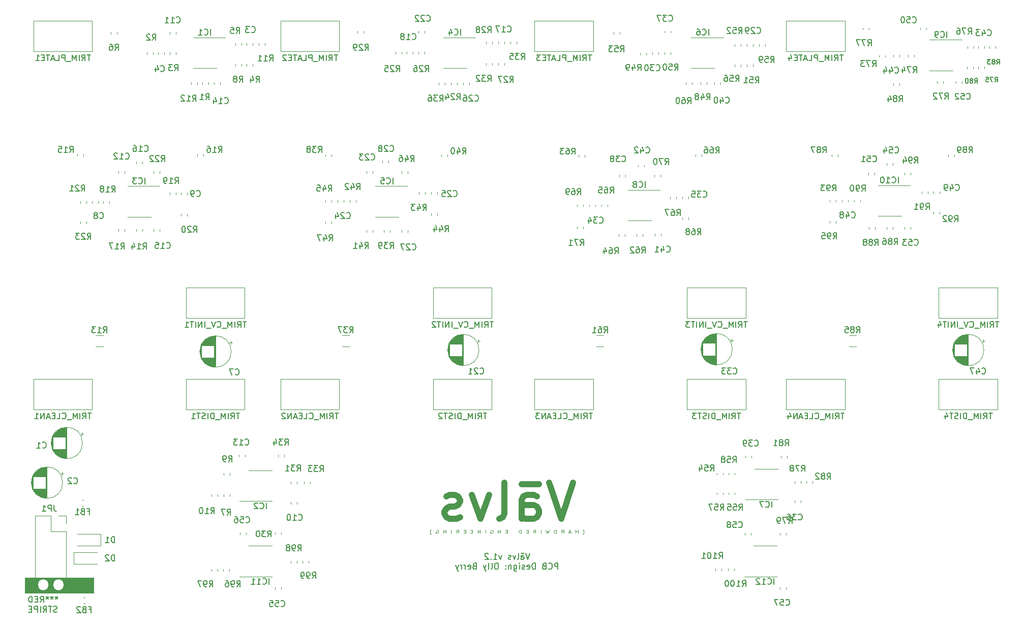
<source format=gbo>
G04 #@! TF.GenerationSoftware,KiCad,Pcbnew,(5.1.6-0-10_14)*
G04 #@! TF.CreationDate,2022-03-04T17:45:04+00:00*
G04 #@! TF.ProjectId,Quad Tube VCA,51756164-2054-4756-9265-205643412e6b,rev?*
G04 #@! TF.SameCoordinates,Original*
G04 #@! TF.FileFunction,Legend,Bot*
G04 #@! TF.FilePolarity,Positive*
%FSLAX46Y46*%
G04 Gerber Fmt 4.6, Leading zero omitted, Abs format (unit mm)*
G04 Created by KiCad (PCBNEW (5.1.6-0-10_14)) date 2022-03-04 17:45:04*
%MOMM*%
%LPD*%
G01*
G04 APERTURE LIST*
%ADD10C,0.100000*%
%ADD11C,0.150000*%
%ADD12C,1.000000*%
%ADD13C,0.120000*%
%ADD14R,1.000000X1.300000*%
%ADD15C,2.875000*%
%ADD16R,2.875000X2.875000*%
%ADD17C,1.700000*%
%ADD18R,1.700000X1.700000*%
%ADD19C,1.900000*%
%ADD20R,1.900000X1.900000*%
%ADD21C,1.400000*%
%ADD22C,2.100000*%
%ADD23C,1.540000*%
%ADD24O,1.800000X1.800000*%
%ADD25R,1.800000X1.800000*%
G04 APERTURE END LIST*
D10*
X158984166Y-131266357D02*
X159150833Y-131266357D01*
X159150833Y-130552071D01*
X158984166Y-130552071D01*
X158184166Y-131099690D02*
X158184166Y-130599690D01*
X158184166Y-130837785D02*
X157784166Y-130837785D01*
X157784166Y-131099690D02*
X157784166Y-130599690D01*
X156950833Y-130956833D02*
X156617500Y-130956833D01*
X157017500Y-131099690D02*
X156784166Y-130599690D01*
X156550833Y-131099690D01*
X155384166Y-131099690D02*
X155617500Y-130861595D01*
X155784166Y-131099690D02*
X155784166Y-130599690D01*
X155517500Y-130599690D01*
X155450833Y-130623500D01*
X155417500Y-130647309D01*
X155384166Y-130694928D01*
X155384166Y-130766357D01*
X155417500Y-130813976D01*
X155450833Y-130837785D01*
X155517500Y-130861595D01*
X155784166Y-130861595D01*
X154550833Y-131099690D02*
X154550833Y-130599690D01*
X154384166Y-130599690D01*
X154284166Y-130623500D01*
X154217500Y-130671119D01*
X154184166Y-130718738D01*
X154150833Y-130813976D01*
X154150833Y-130885404D01*
X154184166Y-130980642D01*
X154217500Y-131028261D01*
X154284166Y-131075880D01*
X154384166Y-131099690D01*
X154550833Y-131099690D01*
X153384166Y-130599690D02*
X153217500Y-131099690D01*
X153084166Y-130742547D01*
X152950833Y-131099690D01*
X152784166Y-130599690D01*
X151984166Y-131099690D02*
X151984166Y-130599690D01*
X150717500Y-131099690D02*
X150950833Y-130861595D01*
X151117500Y-131099690D02*
X151117500Y-130599690D01*
X150850833Y-130599690D01*
X150784166Y-130623500D01*
X150750833Y-130647309D01*
X150717500Y-130694928D01*
X150717500Y-130766357D01*
X150750833Y-130813976D01*
X150784166Y-130837785D01*
X150850833Y-130861595D01*
X151117500Y-130861595D01*
X149884166Y-130837785D02*
X149650833Y-130837785D01*
X149550833Y-131099690D02*
X149884166Y-131099690D01*
X149884166Y-130599690D01*
X149550833Y-130599690D01*
X148717500Y-131099690D02*
X148717500Y-130599690D01*
X148550833Y-130599690D01*
X148450833Y-130623500D01*
X148384166Y-130671119D01*
X148350833Y-130718738D01*
X148317500Y-130813976D01*
X148317500Y-130885404D01*
X148350833Y-130980642D01*
X148384166Y-131028261D01*
X148450833Y-131075880D01*
X148550833Y-131099690D01*
X148717500Y-131099690D01*
X146417500Y-130837785D02*
X146184166Y-130837785D01*
X146084166Y-131099690D02*
X146417500Y-131099690D01*
X146417500Y-130599690D01*
X146084166Y-130599690D01*
X145250833Y-131099690D02*
X145250833Y-130599690D01*
X144850833Y-131099690D01*
X144850833Y-130599690D01*
X143617500Y-130623500D02*
X143684166Y-130599690D01*
X143784166Y-130599690D01*
X143884166Y-130623500D01*
X143950833Y-130671119D01*
X143984166Y-130718738D01*
X144017500Y-130813976D01*
X144017500Y-130885404D01*
X143984166Y-130980642D01*
X143950833Y-131028261D01*
X143884166Y-131075880D01*
X143784166Y-131099690D01*
X143717500Y-131099690D01*
X143617500Y-131075880D01*
X143584166Y-131052071D01*
X143584166Y-130885404D01*
X143717500Y-130885404D01*
X142750833Y-131099690D02*
X142750833Y-130599690D01*
X141884166Y-131099690D02*
X141884166Y-130599690D01*
X141484166Y-131099690D01*
X141484166Y-130599690D01*
X140617500Y-130837785D02*
X140384166Y-130837785D01*
X140284166Y-131099690D02*
X140617500Y-131099690D01*
X140617500Y-130599690D01*
X140284166Y-130599690D01*
X139450833Y-130837785D02*
X139217500Y-130837785D01*
X139117500Y-131099690D02*
X139450833Y-131099690D01*
X139450833Y-130599690D01*
X139117500Y-130599690D01*
X137884166Y-131099690D02*
X138117500Y-130861595D01*
X138284166Y-131099690D02*
X138284166Y-130599690D01*
X138017500Y-130599690D01*
X137950833Y-130623500D01*
X137917500Y-130647309D01*
X137884166Y-130694928D01*
X137884166Y-130766357D01*
X137917500Y-130813976D01*
X137950833Y-130837785D01*
X138017500Y-130861595D01*
X138284166Y-130861595D01*
X137050833Y-131099690D02*
X137050833Y-130599690D01*
X136184166Y-131099690D02*
X136184166Y-130599690D01*
X135784166Y-131099690D01*
X135784166Y-130599690D01*
X134550833Y-130623500D02*
X134617500Y-130599690D01*
X134717500Y-130599690D01*
X134817500Y-130623500D01*
X134884166Y-130671119D01*
X134917500Y-130718738D01*
X134950833Y-130813976D01*
X134950833Y-130885404D01*
X134917500Y-130980642D01*
X134884166Y-131028261D01*
X134817500Y-131075880D01*
X134717500Y-131099690D01*
X134650833Y-131099690D01*
X134550833Y-131075880D01*
X134517500Y-131052071D01*
X134517500Y-130885404D01*
X134650833Y-130885404D01*
X133750833Y-131266357D02*
X133584166Y-131266357D01*
X133584166Y-130552071D01*
X133750833Y-130552071D01*
D11*
X150153214Y-134453880D02*
X149819880Y-135453880D01*
X149486547Y-134453880D01*
X148724642Y-135453880D02*
X148724642Y-134930071D01*
X148772261Y-134834833D01*
X148867500Y-134787214D01*
X149057976Y-134787214D01*
X149153214Y-134834833D01*
X148724642Y-135406261D02*
X148819880Y-135453880D01*
X149057976Y-135453880D01*
X149153214Y-135406261D01*
X149200833Y-135311023D01*
X149200833Y-135215785D01*
X149153214Y-135120547D01*
X149057976Y-135072928D01*
X148819880Y-135072928D01*
X148724642Y-135025309D01*
X149200833Y-134501500D02*
X148724642Y-134501500D01*
X148105595Y-135453880D02*
X148200833Y-135406261D01*
X148248452Y-135311023D01*
X148248452Y-134453880D01*
X147819880Y-134787214D02*
X147581785Y-135453880D01*
X147343690Y-134787214D01*
X147010357Y-135406261D02*
X146915119Y-135453880D01*
X146724642Y-135453880D01*
X146629404Y-135406261D01*
X146581785Y-135311023D01*
X146581785Y-135263404D01*
X146629404Y-135168166D01*
X146724642Y-135120547D01*
X146867500Y-135120547D01*
X146962738Y-135072928D01*
X147010357Y-134977690D01*
X147010357Y-134930071D01*
X146962738Y-134834833D01*
X146867500Y-134787214D01*
X146724642Y-134787214D01*
X146629404Y-134834833D01*
X145486547Y-134787214D02*
X145248452Y-135453880D01*
X145010357Y-134787214D01*
X144105595Y-135453880D02*
X144677023Y-135453880D01*
X144391309Y-135453880D02*
X144391309Y-134453880D01*
X144486547Y-134596738D01*
X144581785Y-134691976D01*
X144677023Y-134739595D01*
X143677023Y-135358642D02*
X143629404Y-135406261D01*
X143677023Y-135453880D01*
X143724642Y-135406261D01*
X143677023Y-135358642D01*
X143677023Y-135453880D01*
X143248452Y-134549119D02*
X143200833Y-134501500D01*
X143105595Y-134453880D01*
X142867500Y-134453880D01*
X142772261Y-134501500D01*
X142724642Y-134549119D01*
X142677023Y-134644357D01*
X142677023Y-134739595D01*
X142724642Y-134882452D01*
X143296071Y-135453880D01*
X142677023Y-135453880D01*
X154843690Y-137103880D02*
X154843690Y-136103880D01*
X154462738Y-136103880D01*
X154367500Y-136151500D01*
X154319880Y-136199119D01*
X154272261Y-136294357D01*
X154272261Y-136437214D01*
X154319880Y-136532452D01*
X154367500Y-136580071D01*
X154462738Y-136627690D01*
X154843690Y-136627690D01*
X153272261Y-137008642D02*
X153319880Y-137056261D01*
X153462738Y-137103880D01*
X153557976Y-137103880D01*
X153700833Y-137056261D01*
X153796071Y-136961023D01*
X153843690Y-136865785D01*
X153891309Y-136675309D01*
X153891309Y-136532452D01*
X153843690Y-136341976D01*
X153796071Y-136246738D01*
X153700833Y-136151500D01*
X153557976Y-136103880D01*
X153462738Y-136103880D01*
X153319880Y-136151500D01*
X153272261Y-136199119D01*
X152510357Y-136580071D02*
X152367500Y-136627690D01*
X152319880Y-136675309D01*
X152272261Y-136770547D01*
X152272261Y-136913404D01*
X152319880Y-137008642D01*
X152367500Y-137056261D01*
X152462738Y-137103880D01*
X152843690Y-137103880D01*
X152843690Y-136103880D01*
X152510357Y-136103880D01*
X152415119Y-136151500D01*
X152367500Y-136199119D01*
X152319880Y-136294357D01*
X152319880Y-136389595D01*
X152367500Y-136484833D01*
X152415119Y-136532452D01*
X152510357Y-136580071D01*
X152843690Y-136580071D01*
X151081785Y-137103880D02*
X151081785Y-136103880D01*
X150843690Y-136103880D01*
X150700833Y-136151500D01*
X150605595Y-136246738D01*
X150557976Y-136341976D01*
X150510357Y-136532452D01*
X150510357Y-136675309D01*
X150557976Y-136865785D01*
X150605595Y-136961023D01*
X150700833Y-137056261D01*
X150843690Y-137103880D01*
X151081785Y-137103880D01*
X149700833Y-137056261D02*
X149796071Y-137103880D01*
X149986547Y-137103880D01*
X150081785Y-137056261D01*
X150129404Y-136961023D01*
X150129404Y-136580071D01*
X150081785Y-136484833D01*
X149986547Y-136437214D01*
X149796071Y-136437214D01*
X149700833Y-136484833D01*
X149653214Y-136580071D01*
X149653214Y-136675309D01*
X150129404Y-136770547D01*
X149272261Y-137056261D02*
X149177023Y-137103880D01*
X148986547Y-137103880D01*
X148891309Y-137056261D01*
X148843690Y-136961023D01*
X148843690Y-136913404D01*
X148891309Y-136818166D01*
X148986547Y-136770547D01*
X149129404Y-136770547D01*
X149224642Y-136722928D01*
X149272261Y-136627690D01*
X149272261Y-136580071D01*
X149224642Y-136484833D01*
X149129404Y-136437214D01*
X148986547Y-136437214D01*
X148891309Y-136484833D01*
X148415119Y-137103880D02*
X148415119Y-136437214D01*
X148415119Y-136103880D02*
X148462738Y-136151500D01*
X148415119Y-136199119D01*
X148367500Y-136151500D01*
X148415119Y-136103880D01*
X148415119Y-136199119D01*
X147510357Y-136437214D02*
X147510357Y-137246738D01*
X147557976Y-137341976D01*
X147605595Y-137389595D01*
X147700833Y-137437214D01*
X147843690Y-137437214D01*
X147938928Y-137389595D01*
X147510357Y-137056261D02*
X147605595Y-137103880D01*
X147796071Y-137103880D01*
X147891309Y-137056261D01*
X147938928Y-137008642D01*
X147986547Y-136913404D01*
X147986547Y-136627690D01*
X147938928Y-136532452D01*
X147891309Y-136484833D01*
X147796071Y-136437214D01*
X147605595Y-136437214D01*
X147510357Y-136484833D01*
X147034166Y-136437214D02*
X147034166Y-137103880D01*
X147034166Y-136532452D02*
X146986547Y-136484833D01*
X146891309Y-136437214D01*
X146748452Y-136437214D01*
X146653214Y-136484833D01*
X146605595Y-136580071D01*
X146605595Y-137103880D01*
X146129404Y-137008642D02*
X146081785Y-137056261D01*
X146129404Y-137103880D01*
X146177023Y-137056261D01*
X146129404Y-137008642D01*
X146129404Y-137103880D01*
X146129404Y-136484833D02*
X146081785Y-136532452D01*
X146129404Y-136580071D01*
X146177023Y-136532452D01*
X146129404Y-136484833D01*
X146129404Y-136580071D01*
X144700833Y-136103880D02*
X144510357Y-136103880D01*
X144415119Y-136151500D01*
X144319880Y-136246738D01*
X144272261Y-136437214D01*
X144272261Y-136770547D01*
X144319880Y-136961023D01*
X144415119Y-137056261D01*
X144510357Y-137103880D01*
X144700833Y-137103880D01*
X144796071Y-137056261D01*
X144891309Y-136961023D01*
X144938928Y-136770547D01*
X144938928Y-136437214D01*
X144891309Y-136246738D01*
X144796071Y-136151500D01*
X144700833Y-136103880D01*
X143700833Y-137103880D02*
X143796071Y-137056261D01*
X143843690Y-136961023D01*
X143843690Y-136103880D01*
X143177023Y-137103880D02*
X143272261Y-137056261D01*
X143319880Y-136961023D01*
X143319880Y-136103880D01*
X142891309Y-136437214D02*
X142653214Y-137103880D01*
X142415119Y-136437214D02*
X142653214Y-137103880D01*
X142748452Y-137341976D01*
X142796071Y-137389595D01*
X142891309Y-137437214D01*
X140938928Y-136580071D02*
X140796071Y-136627690D01*
X140748452Y-136675309D01*
X140700833Y-136770547D01*
X140700833Y-136913404D01*
X140748452Y-137008642D01*
X140796071Y-137056261D01*
X140891309Y-137103880D01*
X141272261Y-137103880D01*
X141272261Y-136103880D01*
X140938928Y-136103880D01*
X140843690Y-136151500D01*
X140796071Y-136199119D01*
X140748452Y-136294357D01*
X140748452Y-136389595D01*
X140796071Y-136484833D01*
X140843690Y-136532452D01*
X140938928Y-136580071D01*
X141272261Y-136580071D01*
X139891309Y-137056261D02*
X139986547Y-137103880D01*
X140177023Y-137103880D01*
X140272261Y-137056261D01*
X140319880Y-136961023D01*
X140319880Y-136580071D01*
X140272261Y-136484833D01*
X140177023Y-136437214D01*
X139986547Y-136437214D01*
X139891309Y-136484833D01*
X139843690Y-136580071D01*
X139843690Y-136675309D01*
X140319880Y-136770547D01*
X139415119Y-137103880D02*
X139415119Y-136437214D01*
X139415119Y-136627690D02*
X139367500Y-136532452D01*
X139319880Y-136484833D01*
X139224642Y-136437214D01*
X139129404Y-136437214D01*
X138796071Y-137103880D02*
X138796071Y-136437214D01*
X138796071Y-136627690D02*
X138748452Y-136532452D01*
X138700833Y-136484833D01*
X138605595Y-136437214D01*
X138510357Y-136437214D01*
X138272261Y-136437214D02*
X138034166Y-137103880D01*
X137796071Y-136437214D02*
X138034166Y-137103880D01*
X138129404Y-137341976D01*
X138177023Y-137389595D01*
X138272261Y-137437214D01*
D12*
X157367500Y-122698285D02*
X155367500Y-128698285D01*
X153367500Y-122698285D01*
X148796071Y-128698285D02*
X148796071Y-125555428D01*
X149081785Y-124984000D01*
X149653214Y-124698285D01*
X150796071Y-124698285D01*
X151367500Y-124984000D01*
X148796071Y-128412571D02*
X149367500Y-128698285D01*
X150796071Y-128698285D01*
X151367500Y-128412571D01*
X151653214Y-127841142D01*
X151653214Y-127269714D01*
X151367500Y-126698285D01*
X150796071Y-126412571D01*
X149367500Y-126412571D01*
X148796071Y-126126857D01*
X151653214Y-122984000D02*
X148796071Y-122984000D01*
X145081785Y-128698285D02*
X145653214Y-128412571D01*
X145938928Y-127841142D01*
X145938928Y-122698285D01*
X143367500Y-124698285D02*
X141938928Y-128698285D01*
X140510357Y-124698285D01*
X138510357Y-128412571D02*
X137938928Y-128698285D01*
X136796071Y-128698285D01*
X136224642Y-128412571D01*
X135938928Y-127841142D01*
X135938928Y-127555428D01*
X136224642Y-126984000D01*
X136796071Y-126698285D01*
X137653214Y-126698285D01*
X138224642Y-126412571D01*
X138510357Y-125841142D01*
X138510357Y-125555428D01*
X138224642Y-124984000D01*
X137653214Y-124698285D01*
X136796071Y-124698285D01*
X136224642Y-124984000D01*
D11*
X71328023Y-141629380D02*
X71328023Y-141867476D01*
X71566119Y-141772238D02*
X71328023Y-141867476D01*
X71089928Y-141772238D01*
X71470880Y-142057952D02*
X71328023Y-141867476D01*
X71185166Y-142057952D01*
X70566119Y-141629380D02*
X70566119Y-141867476D01*
X70804214Y-141772238D02*
X70566119Y-141867476D01*
X70328023Y-141772238D01*
X70708976Y-142057952D02*
X70566119Y-141867476D01*
X70423261Y-142057952D01*
X69804214Y-141629380D02*
X69804214Y-141867476D01*
X70042309Y-141772238D02*
X69804214Y-141867476D01*
X69566119Y-141772238D01*
X69947071Y-142057952D02*
X69804214Y-141867476D01*
X69661357Y-142057952D01*
X68613738Y-142629380D02*
X68947071Y-142153190D01*
X69185166Y-142629380D02*
X69185166Y-141629380D01*
X68804214Y-141629380D01*
X68708976Y-141677000D01*
X68661357Y-141724619D01*
X68613738Y-141819857D01*
X68613738Y-141962714D01*
X68661357Y-142057952D01*
X68708976Y-142105571D01*
X68804214Y-142153190D01*
X69185166Y-142153190D01*
X68185166Y-142105571D02*
X67851833Y-142105571D01*
X67708976Y-142629380D02*
X68185166Y-142629380D01*
X68185166Y-141629380D01*
X67708976Y-141629380D01*
X67280404Y-142629380D02*
X67280404Y-141629380D01*
X67042309Y-141629380D01*
X66899452Y-141677000D01*
X66804214Y-141772238D01*
X66756595Y-141867476D01*
X66708976Y-142057952D01*
X66708976Y-142200809D01*
X66756595Y-142391285D01*
X66804214Y-142486523D01*
X66899452Y-142581761D01*
X67042309Y-142629380D01*
X67280404Y-142629380D01*
X71423261Y-144231761D02*
X71280404Y-144279380D01*
X71042309Y-144279380D01*
X70947071Y-144231761D01*
X70899452Y-144184142D01*
X70851833Y-144088904D01*
X70851833Y-143993666D01*
X70899452Y-143898428D01*
X70947071Y-143850809D01*
X71042309Y-143803190D01*
X71232785Y-143755571D01*
X71328023Y-143707952D01*
X71375642Y-143660333D01*
X71423261Y-143565095D01*
X71423261Y-143469857D01*
X71375642Y-143374619D01*
X71328023Y-143327000D01*
X71232785Y-143279380D01*
X70994690Y-143279380D01*
X70851833Y-143327000D01*
X70566119Y-143279380D02*
X69994690Y-143279380D01*
X70280404Y-144279380D02*
X70280404Y-143279380D01*
X69089928Y-144279380D02*
X69423261Y-143803190D01*
X69661357Y-144279380D02*
X69661357Y-143279380D01*
X69280404Y-143279380D01*
X69185166Y-143327000D01*
X69137547Y-143374619D01*
X69089928Y-143469857D01*
X69089928Y-143612714D01*
X69137547Y-143707952D01*
X69185166Y-143755571D01*
X69280404Y-143803190D01*
X69661357Y-143803190D01*
X68661357Y-144279380D02*
X68661357Y-143279380D01*
X68185166Y-144279380D02*
X68185166Y-143279380D01*
X67804214Y-143279380D01*
X67708976Y-143327000D01*
X67661357Y-143374619D01*
X67613738Y-143469857D01*
X67613738Y-143612714D01*
X67661357Y-143707952D01*
X67708976Y-143755571D01*
X67804214Y-143803190D01*
X68185166Y-143803190D01*
X67185166Y-143755571D02*
X66851833Y-143755571D01*
X66708976Y-144279380D02*
X67185166Y-144279380D01*
X67185166Y-143279380D01*
X66708976Y-143279380D01*
D10*
G36*
X77470000Y-141097000D02*
G01*
X66040000Y-141097000D01*
X66040000Y-138557000D01*
X77470000Y-138557000D01*
X77470000Y-141097000D01*
G37*
X77470000Y-141097000D02*
X66040000Y-141097000D01*
X66040000Y-138557000D01*
X77470000Y-138557000D01*
X77470000Y-141097000D01*
D13*
X204500564Y-99970000D02*
X203296436Y-99970000D01*
X204500564Y-98150000D02*
X203296436Y-98150000D01*
X162463564Y-99970000D02*
X161259436Y-99970000D01*
X162463564Y-98150000D02*
X161259436Y-98150000D01*
X120109064Y-99970000D02*
X118904936Y-99970000D01*
X120109064Y-98150000D02*
X118904936Y-98150000D01*
X79088064Y-99970000D02*
X77883936Y-99970000D01*
X79088064Y-98150000D02*
X77883936Y-98150000D01*
X189357000Y-138323000D02*
X185907000Y-138323000D01*
X189357000Y-138323000D02*
X191307000Y-138323000D01*
X189357000Y-133203000D02*
X187407000Y-133203000D01*
X189357000Y-133203000D02*
X191307000Y-133203000D01*
X105283000Y-138323000D02*
X101833000Y-138323000D01*
X105283000Y-138323000D02*
X107233000Y-138323000D01*
X105283000Y-133203000D02*
X103333000Y-133203000D01*
X105283000Y-133203000D02*
X107233000Y-133203000D01*
X218630500Y-48875000D02*
X222080500Y-48875000D01*
X218630500Y-48875000D02*
X216680500Y-48875000D01*
X218630500Y-53995000D02*
X220580500Y-53995000D01*
X218630500Y-53995000D02*
X216680500Y-53995000D01*
X189484000Y-125496000D02*
X186034000Y-125496000D01*
X189484000Y-125496000D02*
X191434000Y-125496000D01*
X189484000Y-120376000D02*
X187534000Y-120376000D01*
X189484000Y-120376000D02*
X191434000Y-120376000D01*
X178943000Y-48494000D02*
X182393000Y-48494000D01*
X178943000Y-48494000D02*
X176993000Y-48494000D01*
X178943000Y-53614000D02*
X180893000Y-53614000D01*
X178943000Y-53614000D02*
X176993000Y-53614000D01*
X137668000Y-48494000D02*
X141118000Y-48494000D01*
X137668000Y-48494000D02*
X135718000Y-48494000D01*
X137668000Y-53614000D02*
X139618000Y-53614000D01*
X137668000Y-53614000D02*
X135718000Y-53614000D01*
X105283000Y-125750000D02*
X101833000Y-125750000D01*
X105283000Y-125750000D02*
X107233000Y-125750000D01*
X105283000Y-120630000D02*
X103333000Y-120630000D01*
X105283000Y-120630000D02*
X107233000Y-120630000D01*
X96012000Y-48494000D02*
X99462000Y-48494000D01*
X96012000Y-48494000D02*
X94062000Y-48494000D01*
X96012000Y-53614000D02*
X97962000Y-53614000D01*
X96012000Y-53614000D02*
X94062000Y-53614000D01*
X186946000Y-131091721D02*
X186946000Y-131417279D01*
X185926000Y-131091721D02*
X185926000Y-131417279D01*
X192851500Y-140172221D02*
X192851500Y-140497779D01*
X191831500Y-140172221D02*
X191831500Y-140497779D01*
X102872000Y-131028221D02*
X102872000Y-131353779D01*
X101852000Y-131028221D02*
X101852000Y-131353779D01*
X108714000Y-140172221D02*
X108714000Y-140497779D01*
X107694000Y-140172221D02*
X107694000Y-140497779D01*
X187073000Y-118201221D02*
X187073000Y-118526779D01*
X186053000Y-118201221D02*
X186053000Y-118526779D01*
X195264500Y-125694221D02*
X195264500Y-126019779D01*
X194244500Y-125694221D02*
X194244500Y-126019779D01*
X102745000Y-118074221D02*
X102745000Y-118399779D01*
X101725000Y-118074221D02*
X101725000Y-118399779D01*
X111381000Y-125948221D02*
X111381000Y-126273779D01*
X110361000Y-125948221D02*
X110361000Y-126273779D01*
X182056500Y-136997221D02*
X182056500Y-137322779D01*
X181036500Y-136997221D02*
X181036500Y-137322779D01*
X183132000Y-137322779D02*
X183132000Y-136997221D01*
X184152000Y-137322779D02*
X184152000Y-136997221D01*
X113286000Y-135727221D02*
X113286000Y-136052779D01*
X112266000Y-135727221D02*
X112266000Y-136052779D01*
X110361000Y-136052779D02*
X110361000Y-135727221D01*
X111381000Y-136052779D02*
X111381000Y-135727221D01*
X98173000Y-137124221D02*
X98173000Y-137449779D01*
X97153000Y-137124221D02*
X97153000Y-137449779D01*
X99058000Y-137449779D02*
X99058000Y-137124221D01*
X100078000Y-137449779D02*
X100078000Y-137124221D01*
X78704000Y-131207000D02*
X78704000Y-133207000D01*
X78704000Y-133207000D02*
X74804000Y-133207000D01*
X78704000Y-131207000D02*
X74804000Y-131207000D01*
X74204000Y-136255000D02*
X74204000Y-134255000D01*
X74204000Y-134255000D02*
X78104000Y-134255000D01*
X74204000Y-136255000D02*
X78104000Y-136255000D01*
X225779000Y-100584000D02*
G75*
G03*
X225779000Y-100584000I-2620000J0D01*
G01*
X223159000Y-98004000D02*
X223159000Y-103164000D01*
X223119000Y-98004000D02*
X223119000Y-103164000D01*
X223079000Y-98005000D02*
X223079000Y-103163000D01*
X223039000Y-98006000D02*
X223039000Y-103162000D01*
X222999000Y-98008000D02*
X222999000Y-103160000D01*
X222959000Y-98011000D02*
X222959000Y-103157000D01*
X222919000Y-98015000D02*
X222919000Y-99544000D01*
X222919000Y-101624000D02*
X222919000Y-103153000D01*
X222879000Y-98019000D02*
X222879000Y-99544000D01*
X222879000Y-101624000D02*
X222879000Y-103149000D01*
X222839000Y-98023000D02*
X222839000Y-99544000D01*
X222839000Y-101624000D02*
X222839000Y-103145000D01*
X222799000Y-98028000D02*
X222799000Y-99544000D01*
X222799000Y-101624000D02*
X222799000Y-103140000D01*
X222759000Y-98034000D02*
X222759000Y-99544000D01*
X222759000Y-101624000D02*
X222759000Y-103134000D01*
X222719000Y-98041000D02*
X222719000Y-99544000D01*
X222719000Y-101624000D02*
X222719000Y-103127000D01*
X222679000Y-98048000D02*
X222679000Y-99544000D01*
X222679000Y-101624000D02*
X222679000Y-103120000D01*
X222639000Y-98056000D02*
X222639000Y-99544000D01*
X222639000Y-101624000D02*
X222639000Y-103112000D01*
X222599000Y-98064000D02*
X222599000Y-99544000D01*
X222599000Y-101624000D02*
X222599000Y-103104000D01*
X222559000Y-98073000D02*
X222559000Y-99544000D01*
X222559000Y-101624000D02*
X222559000Y-103095000D01*
X222519000Y-98083000D02*
X222519000Y-99544000D01*
X222519000Y-101624000D02*
X222519000Y-103085000D01*
X222479000Y-98093000D02*
X222479000Y-99544000D01*
X222479000Y-101624000D02*
X222479000Y-103075000D01*
X222438000Y-98104000D02*
X222438000Y-99544000D01*
X222438000Y-101624000D02*
X222438000Y-103064000D01*
X222398000Y-98116000D02*
X222398000Y-99544000D01*
X222398000Y-101624000D02*
X222398000Y-103052000D01*
X222358000Y-98129000D02*
X222358000Y-99544000D01*
X222358000Y-101624000D02*
X222358000Y-103039000D01*
X222318000Y-98142000D02*
X222318000Y-99544000D01*
X222318000Y-101624000D02*
X222318000Y-103026000D01*
X222278000Y-98156000D02*
X222278000Y-99544000D01*
X222278000Y-101624000D02*
X222278000Y-103012000D01*
X222238000Y-98170000D02*
X222238000Y-99544000D01*
X222238000Y-101624000D02*
X222238000Y-102998000D01*
X222198000Y-98186000D02*
X222198000Y-99544000D01*
X222198000Y-101624000D02*
X222198000Y-102982000D01*
X222158000Y-98202000D02*
X222158000Y-99544000D01*
X222158000Y-101624000D02*
X222158000Y-102966000D01*
X222118000Y-98219000D02*
X222118000Y-99544000D01*
X222118000Y-101624000D02*
X222118000Y-102949000D01*
X222078000Y-98236000D02*
X222078000Y-99544000D01*
X222078000Y-101624000D02*
X222078000Y-102932000D01*
X222038000Y-98255000D02*
X222038000Y-99544000D01*
X222038000Y-101624000D02*
X222038000Y-102913000D01*
X221998000Y-98274000D02*
X221998000Y-99544000D01*
X221998000Y-101624000D02*
X221998000Y-102894000D01*
X221958000Y-98294000D02*
X221958000Y-99544000D01*
X221958000Y-101624000D02*
X221958000Y-102874000D01*
X221918000Y-98316000D02*
X221918000Y-99544000D01*
X221918000Y-101624000D02*
X221918000Y-102852000D01*
X221878000Y-98337000D02*
X221878000Y-99544000D01*
X221878000Y-101624000D02*
X221878000Y-102831000D01*
X221838000Y-98360000D02*
X221838000Y-99544000D01*
X221838000Y-101624000D02*
X221838000Y-102808000D01*
X221798000Y-98384000D02*
X221798000Y-99544000D01*
X221798000Y-101624000D02*
X221798000Y-102784000D01*
X221758000Y-98409000D02*
X221758000Y-99544000D01*
X221758000Y-101624000D02*
X221758000Y-102759000D01*
X221718000Y-98435000D02*
X221718000Y-99544000D01*
X221718000Y-101624000D02*
X221718000Y-102733000D01*
X221678000Y-98462000D02*
X221678000Y-99544000D01*
X221678000Y-101624000D02*
X221678000Y-102706000D01*
X221638000Y-98489000D02*
X221638000Y-99544000D01*
X221638000Y-101624000D02*
X221638000Y-102679000D01*
X221598000Y-98519000D02*
X221598000Y-99544000D01*
X221598000Y-101624000D02*
X221598000Y-102649000D01*
X221558000Y-98549000D02*
X221558000Y-99544000D01*
X221558000Y-101624000D02*
X221558000Y-102619000D01*
X221518000Y-98580000D02*
X221518000Y-99544000D01*
X221518000Y-101624000D02*
X221518000Y-102588000D01*
X221478000Y-98613000D02*
X221478000Y-99544000D01*
X221478000Y-101624000D02*
X221478000Y-102555000D01*
X221438000Y-98647000D02*
X221438000Y-99544000D01*
X221438000Y-101624000D02*
X221438000Y-102521000D01*
X221398000Y-98683000D02*
X221398000Y-99544000D01*
X221398000Y-101624000D02*
X221398000Y-102485000D01*
X221358000Y-98720000D02*
X221358000Y-99544000D01*
X221358000Y-101624000D02*
X221358000Y-102448000D01*
X221318000Y-98758000D02*
X221318000Y-99544000D01*
X221318000Y-101624000D02*
X221318000Y-102410000D01*
X221278000Y-98799000D02*
X221278000Y-99544000D01*
X221278000Y-101624000D02*
X221278000Y-102369000D01*
X221238000Y-98841000D02*
X221238000Y-99544000D01*
X221238000Y-101624000D02*
X221238000Y-102327000D01*
X221198000Y-98885000D02*
X221198000Y-99544000D01*
X221198000Y-101624000D02*
X221198000Y-102283000D01*
X221158000Y-98931000D02*
X221158000Y-99544000D01*
X221158000Y-101624000D02*
X221158000Y-102237000D01*
X221118000Y-98979000D02*
X221118000Y-99544000D01*
X221118000Y-101624000D02*
X221118000Y-102189000D01*
X221078000Y-99030000D02*
X221078000Y-99544000D01*
X221078000Y-101624000D02*
X221078000Y-102138000D01*
X221038000Y-99084000D02*
X221038000Y-99544000D01*
X221038000Y-101624000D02*
X221038000Y-102084000D01*
X220998000Y-99141000D02*
X220998000Y-99544000D01*
X220998000Y-101624000D02*
X220998000Y-102027000D01*
X220958000Y-99201000D02*
X220958000Y-99544000D01*
X220958000Y-101624000D02*
X220958000Y-101967000D01*
X220918000Y-99265000D02*
X220918000Y-99544000D01*
X220918000Y-101624000D02*
X220918000Y-101903000D01*
X220878000Y-99333000D02*
X220878000Y-99544000D01*
X220878000Y-101624000D02*
X220878000Y-101835000D01*
X220838000Y-99406000D02*
X220838000Y-101762000D01*
X220798000Y-99486000D02*
X220798000Y-101682000D01*
X220758000Y-99573000D02*
X220758000Y-101595000D01*
X220718000Y-99669000D02*
X220718000Y-101499000D01*
X220678000Y-99779000D02*
X220678000Y-101389000D01*
X220638000Y-99907000D02*
X220638000Y-101261000D01*
X220598000Y-100066000D02*
X220598000Y-101102000D01*
X220558000Y-100300000D02*
X220558000Y-100868000D01*
X225963775Y-99109000D02*
X225463775Y-99109000D01*
X225713775Y-98859000D02*
X225713775Y-99359000D01*
X183869000Y-100457000D02*
G75*
G03*
X183869000Y-100457000I-2620000J0D01*
G01*
X181249000Y-97877000D02*
X181249000Y-103037000D01*
X181209000Y-97877000D02*
X181209000Y-103037000D01*
X181169000Y-97878000D02*
X181169000Y-103036000D01*
X181129000Y-97879000D02*
X181129000Y-103035000D01*
X181089000Y-97881000D02*
X181089000Y-103033000D01*
X181049000Y-97884000D02*
X181049000Y-103030000D01*
X181009000Y-97888000D02*
X181009000Y-99417000D01*
X181009000Y-101497000D02*
X181009000Y-103026000D01*
X180969000Y-97892000D02*
X180969000Y-99417000D01*
X180969000Y-101497000D02*
X180969000Y-103022000D01*
X180929000Y-97896000D02*
X180929000Y-99417000D01*
X180929000Y-101497000D02*
X180929000Y-103018000D01*
X180889000Y-97901000D02*
X180889000Y-99417000D01*
X180889000Y-101497000D02*
X180889000Y-103013000D01*
X180849000Y-97907000D02*
X180849000Y-99417000D01*
X180849000Y-101497000D02*
X180849000Y-103007000D01*
X180809000Y-97914000D02*
X180809000Y-99417000D01*
X180809000Y-101497000D02*
X180809000Y-103000000D01*
X180769000Y-97921000D02*
X180769000Y-99417000D01*
X180769000Y-101497000D02*
X180769000Y-102993000D01*
X180729000Y-97929000D02*
X180729000Y-99417000D01*
X180729000Y-101497000D02*
X180729000Y-102985000D01*
X180689000Y-97937000D02*
X180689000Y-99417000D01*
X180689000Y-101497000D02*
X180689000Y-102977000D01*
X180649000Y-97946000D02*
X180649000Y-99417000D01*
X180649000Y-101497000D02*
X180649000Y-102968000D01*
X180609000Y-97956000D02*
X180609000Y-99417000D01*
X180609000Y-101497000D02*
X180609000Y-102958000D01*
X180569000Y-97966000D02*
X180569000Y-99417000D01*
X180569000Y-101497000D02*
X180569000Y-102948000D01*
X180528000Y-97977000D02*
X180528000Y-99417000D01*
X180528000Y-101497000D02*
X180528000Y-102937000D01*
X180488000Y-97989000D02*
X180488000Y-99417000D01*
X180488000Y-101497000D02*
X180488000Y-102925000D01*
X180448000Y-98002000D02*
X180448000Y-99417000D01*
X180448000Y-101497000D02*
X180448000Y-102912000D01*
X180408000Y-98015000D02*
X180408000Y-99417000D01*
X180408000Y-101497000D02*
X180408000Y-102899000D01*
X180368000Y-98029000D02*
X180368000Y-99417000D01*
X180368000Y-101497000D02*
X180368000Y-102885000D01*
X180328000Y-98043000D02*
X180328000Y-99417000D01*
X180328000Y-101497000D02*
X180328000Y-102871000D01*
X180288000Y-98059000D02*
X180288000Y-99417000D01*
X180288000Y-101497000D02*
X180288000Y-102855000D01*
X180248000Y-98075000D02*
X180248000Y-99417000D01*
X180248000Y-101497000D02*
X180248000Y-102839000D01*
X180208000Y-98092000D02*
X180208000Y-99417000D01*
X180208000Y-101497000D02*
X180208000Y-102822000D01*
X180168000Y-98109000D02*
X180168000Y-99417000D01*
X180168000Y-101497000D02*
X180168000Y-102805000D01*
X180128000Y-98128000D02*
X180128000Y-99417000D01*
X180128000Y-101497000D02*
X180128000Y-102786000D01*
X180088000Y-98147000D02*
X180088000Y-99417000D01*
X180088000Y-101497000D02*
X180088000Y-102767000D01*
X180048000Y-98167000D02*
X180048000Y-99417000D01*
X180048000Y-101497000D02*
X180048000Y-102747000D01*
X180008000Y-98189000D02*
X180008000Y-99417000D01*
X180008000Y-101497000D02*
X180008000Y-102725000D01*
X179968000Y-98210000D02*
X179968000Y-99417000D01*
X179968000Y-101497000D02*
X179968000Y-102704000D01*
X179928000Y-98233000D02*
X179928000Y-99417000D01*
X179928000Y-101497000D02*
X179928000Y-102681000D01*
X179888000Y-98257000D02*
X179888000Y-99417000D01*
X179888000Y-101497000D02*
X179888000Y-102657000D01*
X179848000Y-98282000D02*
X179848000Y-99417000D01*
X179848000Y-101497000D02*
X179848000Y-102632000D01*
X179808000Y-98308000D02*
X179808000Y-99417000D01*
X179808000Y-101497000D02*
X179808000Y-102606000D01*
X179768000Y-98335000D02*
X179768000Y-99417000D01*
X179768000Y-101497000D02*
X179768000Y-102579000D01*
X179728000Y-98362000D02*
X179728000Y-99417000D01*
X179728000Y-101497000D02*
X179728000Y-102552000D01*
X179688000Y-98392000D02*
X179688000Y-99417000D01*
X179688000Y-101497000D02*
X179688000Y-102522000D01*
X179648000Y-98422000D02*
X179648000Y-99417000D01*
X179648000Y-101497000D02*
X179648000Y-102492000D01*
X179608000Y-98453000D02*
X179608000Y-99417000D01*
X179608000Y-101497000D02*
X179608000Y-102461000D01*
X179568000Y-98486000D02*
X179568000Y-99417000D01*
X179568000Y-101497000D02*
X179568000Y-102428000D01*
X179528000Y-98520000D02*
X179528000Y-99417000D01*
X179528000Y-101497000D02*
X179528000Y-102394000D01*
X179488000Y-98556000D02*
X179488000Y-99417000D01*
X179488000Y-101497000D02*
X179488000Y-102358000D01*
X179448000Y-98593000D02*
X179448000Y-99417000D01*
X179448000Y-101497000D02*
X179448000Y-102321000D01*
X179408000Y-98631000D02*
X179408000Y-99417000D01*
X179408000Y-101497000D02*
X179408000Y-102283000D01*
X179368000Y-98672000D02*
X179368000Y-99417000D01*
X179368000Y-101497000D02*
X179368000Y-102242000D01*
X179328000Y-98714000D02*
X179328000Y-99417000D01*
X179328000Y-101497000D02*
X179328000Y-102200000D01*
X179288000Y-98758000D02*
X179288000Y-99417000D01*
X179288000Y-101497000D02*
X179288000Y-102156000D01*
X179248000Y-98804000D02*
X179248000Y-99417000D01*
X179248000Y-101497000D02*
X179248000Y-102110000D01*
X179208000Y-98852000D02*
X179208000Y-99417000D01*
X179208000Y-101497000D02*
X179208000Y-102062000D01*
X179168000Y-98903000D02*
X179168000Y-99417000D01*
X179168000Y-101497000D02*
X179168000Y-102011000D01*
X179128000Y-98957000D02*
X179128000Y-99417000D01*
X179128000Y-101497000D02*
X179128000Y-101957000D01*
X179088000Y-99014000D02*
X179088000Y-99417000D01*
X179088000Y-101497000D02*
X179088000Y-101900000D01*
X179048000Y-99074000D02*
X179048000Y-99417000D01*
X179048000Y-101497000D02*
X179048000Y-101840000D01*
X179008000Y-99138000D02*
X179008000Y-99417000D01*
X179008000Y-101497000D02*
X179008000Y-101776000D01*
X178968000Y-99206000D02*
X178968000Y-99417000D01*
X178968000Y-101497000D02*
X178968000Y-101708000D01*
X178928000Y-99279000D02*
X178928000Y-101635000D01*
X178888000Y-99359000D02*
X178888000Y-101555000D01*
X178848000Y-99446000D02*
X178848000Y-101468000D01*
X178808000Y-99542000D02*
X178808000Y-101372000D01*
X178768000Y-99652000D02*
X178768000Y-101262000D01*
X178728000Y-99780000D02*
X178728000Y-101134000D01*
X178688000Y-99939000D02*
X178688000Y-100975000D01*
X178648000Y-100173000D02*
X178648000Y-100741000D01*
X184053775Y-98982000D02*
X183553775Y-98982000D01*
X183803775Y-98732000D02*
X183803775Y-99232000D01*
X141705000Y-100584000D02*
G75*
G03*
X141705000Y-100584000I-2620000J0D01*
G01*
X139085000Y-98004000D02*
X139085000Y-103164000D01*
X139045000Y-98004000D02*
X139045000Y-103164000D01*
X139005000Y-98005000D02*
X139005000Y-103163000D01*
X138965000Y-98006000D02*
X138965000Y-103162000D01*
X138925000Y-98008000D02*
X138925000Y-103160000D01*
X138885000Y-98011000D02*
X138885000Y-103157000D01*
X138845000Y-98015000D02*
X138845000Y-99544000D01*
X138845000Y-101624000D02*
X138845000Y-103153000D01*
X138805000Y-98019000D02*
X138805000Y-99544000D01*
X138805000Y-101624000D02*
X138805000Y-103149000D01*
X138765000Y-98023000D02*
X138765000Y-99544000D01*
X138765000Y-101624000D02*
X138765000Y-103145000D01*
X138725000Y-98028000D02*
X138725000Y-99544000D01*
X138725000Y-101624000D02*
X138725000Y-103140000D01*
X138685000Y-98034000D02*
X138685000Y-99544000D01*
X138685000Y-101624000D02*
X138685000Y-103134000D01*
X138645000Y-98041000D02*
X138645000Y-99544000D01*
X138645000Y-101624000D02*
X138645000Y-103127000D01*
X138605000Y-98048000D02*
X138605000Y-99544000D01*
X138605000Y-101624000D02*
X138605000Y-103120000D01*
X138565000Y-98056000D02*
X138565000Y-99544000D01*
X138565000Y-101624000D02*
X138565000Y-103112000D01*
X138525000Y-98064000D02*
X138525000Y-99544000D01*
X138525000Y-101624000D02*
X138525000Y-103104000D01*
X138485000Y-98073000D02*
X138485000Y-99544000D01*
X138485000Y-101624000D02*
X138485000Y-103095000D01*
X138445000Y-98083000D02*
X138445000Y-99544000D01*
X138445000Y-101624000D02*
X138445000Y-103085000D01*
X138405000Y-98093000D02*
X138405000Y-99544000D01*
X138405000Y-101624000D02*
X138405000Y-103075000D01*
X138364000Y-98104000D02*
X138364000Y-99544000D01*
X138364000Y-101624000D02*
X138364000Y-103064000D01*
X138324000Y-98116000D02*
X138324000Y-99544000D01*
X138324000Y-101624000D02*
X138324000Y-103052000D01*
X138284000Y-98129000D02*
X138284000Y-99544000D01*
X138284000Y-101624000D02*
X138284000Y-103039000D01*
X138244000Y-98142000D02*
X138244000Y-99544000D01*
X138244000Y-101624000D02*
X138244000Y-103026000D01*
X138204000Y-98156000D02*
X138204000Y-99544000D01*
X138204000Y-101624000D02*
X138204000Y-103012000D01*
X138164000Y-98170000D02*
X138164000Y-99544000D01*
X138164000Y-101624000D02*
X138164000Y-102998000D01*
X138124000Y-98186000D02*
X138124000Y-99544000D01*
X138124000Y-101624000D02*
X138124000Y-102982000D01*
X138084000Y-98202000D02*
X138084000Y-99544000D01*
X138084000Y-101624000D02*
X138084000Y-102966000D01*
X138044000Y-98219000D02*
X138044000Y-99544000D01*
X138044000Y-101624000D02*
X138044000Y-102949000D01*
X138004000Y-98236000D02*
X138004000Y-99544000D01*
X138004000Y-101624000D02*
X138004000Y-102932000D01*
X137964000Y-98255000D02*
X137964000Y-99544000D01*
X137964000Y-101624000D02*
X137964000Y-102913000D01*
X137924000Y-98274000D02*
X137924000Y-99544000D01*
X137924000Y-101624000D02*
X137924000Y-102894000D01*
X137884000Y-98294000D02*
X137884000Y-99544000D01*
X137884000Y-101624000D02*
X137884000Y-102874000D01*
X137844000Y-98316000D02*
X137844000Y-99544000D01*
X137844000Y-101624000D02*
X137844000Y-102852000D01*
X137804000Y-98337000D02*
X137804000Y-99544000D01*
X137804000Y-101624000D02*
X137804000Y-102831000D01*
X137764000Y-98360000D02*
X137764000Y-99544000D01*
X137764000Y-101624000D02*
X137764000Y-102808000D01*
X137724000Y-98384000D02*
X137724000Y-99544000D01*
X137724000Y-101624000D02*
X137724000Y-102784000D01*
X137684000Y-98409000D02*
X137684000Y-99544000D01*
X137684000Y-101624000D02*
X137684000Y-102759000D01*
X137644000Y-98435000D02*
X137644000Y-99544000D01*
X137644000Y-101624000D02*
X137644000Y-102733000D01*
X137604000Y-98462000D02*
X137604000Y-99544000D01*
X137604000Y-101624000D02*
X137604000Y-102706000D01*
X137564000Y-98489000D02*
X137564000Y-99544000D01*
X137564000Y-101624000D02*
X137564000Y-102679000D01*
X137524000Y-98519000D02*
X137524000Y-99544000D01*
X137524000Y-101624000D02*
X137524000Y-102649000D01*
X137484000Y-98549000D02*
X137484000Y-99544000D01*
X137484000Y-101624000D02*
X137484000Y-102619000D01*
X137444000Y-98580000D02*
X137444000Y-99544000D01*
X137444000Y-101624000D02*
X137444000Y-102588000D01*
X137404000Y-98613000D02*
X137404000Y-99544000D01*
X137404000Y-101624000D02*
X137404000Y-102555000D01*
X137364000Y-98647000D02*
X137364000Y-99544000D01*
X137364000Y-101624000D02*
X137364000Y-102521000D01*
X137324000Y-98683000D02*
X137324000Y-99544000D01*
X137324000Y-101624000D02*
X137324000Y-102485000D01*
X137284000Y-98720000D02*
X137284000Y-99544000D01*
X137284000Y-101624000D02*
X137284000Y-102448000D01*
X137244000Y-98758000D02*
X137244000Y-99544000D01*
X137244000Y-101624000D02*
X137244000Y-102410000D01*
X137204000Y-98799000D02*
X137204000Y-99544000D01*
X137204000Y-101624000D02*
X137204000Y-102369000D01*
X137164000Y-98841000D02*
X137164000Y-99544000D01*
X137164000Y-101624000D02*
X137164000Y-102327000D01*
X137124000Y-98885000D02*
X137124000Y-99544000D01*
X137124000Y-101624000D02*
X137124000Y-102283000D01*
X137084000Y-98931000D02*
X137084000Y-99544000D01*
X137084000Y-101624000D02*
X137084000Y-102237000D01*
X137044000Y-98979000D02*
X137044000Y-99544000D01*
X137044000Y-101624000D02*
X137044000Y-102189000D01*
X137004000Y-99030000D02*
X137004000Y-99544000D01*
X137004000Y-101624000D02*
X137004000Y-102138000D01*
X136964000Y-99084000D02*
X136964000Y-99544000D01*
X136964000Y-101624000D02*
X136964000Y-102084000D01*
X136924000Y-99141000D02*
X136924000Y-99544000D01*
X136924000Y-101624000D02*
X136924000Y-102027000D01*
X136884000Y-99201000D02*
X136884000Y-99544000D01*
X136884000Y-101624000D02*
X136884000Y-101967000D01*
X136844000Y-99265000D02*
X136844000Y-99544000D01*
X136844000Y-101624000D02*
X136844000Y-101903000D01*
X136804000Y-99333000D02*
X136804000Y-99544000D01*
X136804000Y-101624000D02*
X136804000Y-101835000D01*
X136764000Y-99406000D02*
X136764000Y-101762000D01*
X136724000Y-99486000D02*
X136724000Y-101682000D01*
X136684000Y-99573000D02*
X136684000Y-101595000D01*
X136644000Y-99669000D02*
X136644000Y-101499000D01*
X136604000Y-99779000D02*
X136604000Y-101389000D01*
X136564000Y-99907000D02*
X136564000Y-101261000D01*
X136524000Y-100066000D02*
X136524000Y-101102000D01*
X136484000Y-100300000D02*
X136484000Y-100868000D01*
X141889775Y-99109000D02*
X141389775Y-99109000D01*
X141639775Y-98859000D02*
X141639775Y-99359000D01*
X100430000Y-100838000D02*
G75*
G03*
X100430000Y-100838000I-2620000J0D01*
G01*
X97810000Y-98258000D02*
X97810000Y-103418000D01*
X97770000Y-98258000D02*
X97770000Y-103418000D01*
X97730000Y-98259000D02*
X97730000Y-103417000D01*
X97690000Y-98260000D02*
X97690000Y-103416000D01*
X97650000Y-98262000D02*
X97650000Y-103414000D01*
X97610000Y-98265000D02*
X97610000Y-103411000D01*
X97570000Y-98269000D02*
X97570000Y-99798000D01*
X97570000Y-101878000D02*
X97570000Y-103407000D01*
X97530000Y-98273000D02*
X97530000Y-99798000D01*
X97530000Y-101878000D02*
X97530000Y-103403000D01*
X97490000Y-98277000D02*
X97490000Y-99798000D01*
X97490000Y-101878000D02*
X97490000Y-103399000D01*
X97450000Y-98282000D02*
X97450000Y-99798000D01*
X97450000Y-101878000D02*
X97450000Y-103394000D01*
X97410000Y-98288000D02*
X97410000Y-99798000D01*
X97410000Y-101878000D02*
X97410000Y-103388000D01*
X97370000Y-98295000D02*
X97370000Y-99798000D01*
X97370000Y-101878000D02*
X97370000Y-103381000D01*
X97330000Y-98302000D02*
X97330000Y-99798000D01*
X97330000Y-101878000D02*
X97330000Y-103374000D01*
X97290000Y-98310000D02*
X97290000Y-99798000D01*
X97290000Y-101878000D02*
X97290000Y-103366000D01*
X97250000Y-98318000D02*
X97250000Y-99798000D01*
X97250000Y-101878000D02*
X97250000Y-103358000D01*
X97210000Y-98327000D02*
X97210000Y-99798000D01*
X97210000Y-101878000D02*
X97210000Y-103349000D01*
X97170000Y-98337000D02*
X97170000Y-99798000D01*
X97170000Y-101878000D02*
X97170000Y-103339000D01*
X97130000Y-98347000D02*
X97130000Y-99798000D01*
X97130000Y-101878000D02*
X97130000Y-103329000D01*
X97089000Y-98358000D02*
X97089000Y-99798000D01*
X97089000Y-101878000D02*
X97089000Y-103318000D01*
X97049000Y-98370000D02*
X97049000Y-99798000D01*
X97049000Y-101878000D02*
X97049000Y-103306000D01*
X97009000Y-98383000D02*
X97009000Y-99798000D01*
X97009000Y-101878000D02*
X97009000Y-103293000D01*
X96969000Y-98396000D02*
X96969000Y-99798000D01*
X96969000Y-101878000D02*
X96969000Y-103280000D01*
X96929000Y-98410000D02*
X96929000Y-99798000D01*
X96929000Y-101878000D02*
X96929000Y-103266000D01*
X96889000Y-98424000D02*
X96889000Y-99798000D01*
X96889000Y-101878000D02*
X96889000Y-103252000D01*
X96849000Y-98440000D02*
X96849000Y-99798000D01*
X96849000Y-101878000D02*
X96849000Y-103236000D01*
X96809000Y-98456000D02*
X96809000Y-99798000D01*
X96809000Y-101878000D02*
X96809000Y-103220000D01*
X96769000Y-98473000D02*
X96769000Y-99798000D01*
X96769000Y-101878000D02*
X96769000Y-103203000D01*
X96729000Y-98490000D02*
X96729000Y-99798000D01*
X96729000Y-101878000D02*
X96729000Y-103186000D01*
X96689000Y-98509000D02*
X96689000Y-99798000D01*
X96689000Y-101878000D02*
X96689000Y-103167000D01*
X96649000Y-98528000D02*
X96649000Y-99798000D01*
X96649000Y-101878000D02*
X96649000Y-103148000D01*
X96609000Y-98548000D02*
X96609000Y-99798000D01*
X96609000Y-101878000D02*
X96609000Y-103128000D01*
X96569000Y-98570000D02*
X96569000Y-99798000D01*
X96569000Y-101878000D02*
X96569000Y-103106000D01*
X96529000Y-98591000D02*
X96529000Y-99798000D01*
X96529000Y-101878000D02*
X96529000Y-103085000D01*
X96489000Y-98614000D02*
X96489000Y-99798000D01*
X96489000Y-101878000D02*
X96489000Y-103062000D01*
X96449000Y-98638000D02*
X96449000Y-99798000D01*
X96449000Y-101878000D02*
X96449000Y-103038000D01*
X96409000Y-98663000D02*
X96409000Y-99798000D01*
X96409000Y-101878000D02*
X96409000Y-103013000D01*
X96369000Y-98689000D02*
X96369000Y-99798000D01*
X96369000Y-101878000D02*
X96369000Y-102987000D01*
X96329000Y-98716000D02*
X96329000Y-99798000D01*
X96329000Y-101878000D02*
X96329000Y-102960000D01*
X96289000Y-98743000D02*
X96289000Y-99798000D01*
X96289000Y-101878000D02*
X96289000Y-102933000D01*
X96249000Y-98773000D02*
X96249000Y-99798000D01*
X96249000Y-101878000D02*
X96249000Y-102903000D01*
X96209000Y-98803000D02*
X96209000Y-99798000D01*
X96209000Y-101878000D02*
X96209000Y-102873000D01*
X96169000Y-98834000D02*
X96169000Y-99798000D01*
X96169000Y-101878000D02*
X96169000Y-102842000D01*
X96129000Y-98867000D02*
X96129000Y-99798000D01*
X96129000Y-101878000D02*
X96129000Y-102809000D01*
X96089000Y-98901000D02*
X96089000Y-99798000D01*
X96089000Y-101878000D02*
X96089000Y-102775000D01*
X96049000Y-98937000D02*
X96049000Y-99798000D01*
X96049000Y-101878000D02*
X96049000Y-102739000D01*
X96009000Y-98974000D02*
X96009000Y-99798000D01*
X96009000Y-101878000D02*
X96009000Y-102702000D01*
X95969000Y-99012000D02*
X95969000Y-99798000D01*
X95969000Y-101878000D02*
X95969000Y-102664000D01*
X95929000Y-99053000D02*
X95929000Y-99798000D01*
X95929000Y-101878000D02*
X95929000Y-102623000D01*
X95889000Y-99095000D02*
X95889000Y-99798000D01*
X95889000Y-101878000D02*
X95889000Y-102581000D01*
X95849000Y-99139000D02*
X95849000Y-99798000D01*
X95849000Y-101878000D02*
X95849000Y-102537000D01*
X95809000Y-99185000D02*
X95809000Y-99798000D01*
X95809000Y-101878000D02*
X95809000Y-102491000D01*
X95769000Y-99233000D02*
X95769000Y-99798000D01*
X95769000Y-101878000D02*
X95769000Y-102443000D01*
X95729000Y-99284000D02*
X95729000Y-99798000D01*
X95729000Y-101878000D02*
X95729000Y-102392000D01*
X95689000Y-99338000D02*
X95689000Y-99798000D01*
X95689000Y-101878000D02*
X95689000Y-102338000D01*
X95649000Y-99395000D02*
X95649000Y-99798000D01*
X95649000Y-101878000D02*
X95649000Y-102281000D01*
X95609000Y-99455000D02*
X95609000Y-99798000D01*
X95609000Y-101878000D02*
X95609000Y-102221000D01*
X95569000Y-99519000D02*
X95569000Y-99798000D01*
X95569000Y-101878000D02*
X95569000Y-102157000D01*
X95529000Y-99587000D02*
X95529000Y-99798000D01*
X95529000Y-101878000D02*
X95529000Y-102089000D01*
X95489000Y-99660000D02*
X95489000Y-102016000D01*
X95449000Y-99740000D02*
X95449000Y-101936000D01*
X95409000Y-99827000D02*
X95409000Y-101849000D01*
X95369000Y-99923000D02*
X95369000Y-101753000D01*
X95329000Y-100033000D02*
X95329000Y-101643000D01*
X95289000Y-100161000D02*
X95289000Y-101515000D01*
X95249000Y-100320000D02*
X95249000Y-101356000D01*
X95209000Y-100554000D02*
X95209000Y-101122000D01*
X100614775Y-99363000D02*
X100114775Y-99363000D01*
X100364775Y-99113000D02*
X100364775Y-99613000D01*
X72363000Y-122682000D02*
G75*
G03*
X72363000Y-122682000I-2620000J0D01*
G01*
X69743000Y-120102000D02*
X69743000Y-125262000D01*
X69703000Y-120102000D02*
X69703000Y-125262000D01*
X69663000Y-120103000D02*
X69663000Y-125261000D01*
X69623000Y-120104000D02*
X69623000Y-125260000D01*
X69583000Y-120106000D02*
X69583000Y-125258000D01*
X69543000Y-120109000D02*
X69543000Y-125255000D01*
X69503000Y-120113000D02*
X69503000Y-121642000D01*
X69503000Y-123722000D02*
X69503000Y-125251000D01*
X69463000Y-120117000D02*
X69463000Y-121642000D01*
X69463000Y-123722000D02*
X69463000Y-125247000D01*
X69423000Y-120121000D02*
X69423000Y-121642000D01*
X69423000Y-123722000D02*
X69423000Y-125243000D01*
X69383000Y-120126000D02*
X69383000Y-121642000D01*
X69383000Y-123722000D02*
X69383000Y-125238000D01*
X69343000Y-120132000D02*
X69343000Y-121642000D01*
X69343000Y-123722000D02*
X69343000Y-125232000D01*
X69303000Y-120139000D02*
X69303000Y-121642000D01*
X69303000Y-123722000D02*
X69303000Y-125225000D01*
X69263000Y-120146000D02*
X69263000Y-121642000D01*
X69263000Y-123722000D02*
X69263000Y-125218000D01*
X69223000Y-120154000D02*
X69223000Y-121642000D01*
X69223000Y-123722000D02*
X69223000Y-125210000D01*
X69183000Y-120162000D02*
X69183000Y-121642000D01*
X69183000Y-123722000D02*
X69183000Y-125202000D01*
X69143000Y-120171000D02*
X69143000Y-121642000D01*
X69143000Y-123722000D02*
X69143000Y-125193000D01*
X69103000Y-120181000D02*
X69103000Y-121642000D01*
X69103000Y-123722000D02*
X69103000Y-125183000D01*
X69063000Y-120191000D02*
X69063000Y-121642000D01*
X69063000Y-123722000D02*
X69063000Y-125173000D01*
X69022000Y-120202000D02*
X69022000Y-121642000D01*
X69022000Y-123722000D02*
X69022000Y-125162000D01*
X68982000Y-120214000D02*
X68982000Y-121642000D01*
X68982000Y-123722000D02*
X68982000Y-125150000D01*
X68942000Y-120227000D02*
X68942000Y-121642000D01*
X68942000Y-123722000D02*
X68942000Y-125137000D01*
X68902000Y-120240000D02*
X68902000Y-121642000D01*
X68902000Y-123722000D02*
X68902000Y-125124000D01*
X68862000Y-120254000D02*
X68862000Y-121642000D01*
X68862000Y-123722000D02*
X68862000Y-125110000D01*
X68822000Y-120268000D02*
X68822000Y-121642000D01*
X68822000Y-123722000D02*
X68822000Y-125096000D01*
X68782000Y-120284000D02*
X68782000Y-121642000D01*
X68782000Y-123722000D02*
X68782000Y-125080000D01*
X68742000Y-120300000D02*
X68742000Y-121642000D01*
X68742000Y-123722000D02*
X68742000Y-125064000D01*
X68702000Y-120317000D02*
X68702000Y-121642000D01*
X68702000Y-123722000D02*
X68702000Y-125047000D01*
X68662000Y-120334000D02*
X68662000Y-121642000D01*
X68662000Y-123722000D02*
X68662000Y-125030000D01*
X68622000Y-120353000D02*
X68622000Y-121642000D01*
X68622000Y-123722000D02*
X68622000Y-125011000D01*
X68582000Y-120372000D02*
X68582000Y-121642000D01*
X68582000Y-123722000D02*
X68582000Y-124992000D01*
X68542000Y-120392000D02*
X68542000Y-121642000D01*
X68542000Y-123722000D02*
X68542000Y-124972000D01*
X68502000Y-120414000D02*
X68502000Y-121642000D01*
X68502000Y-123722000D02*
X68502000Y-124950000D01*
X68462000Y-120435000D02*
X68462000Y-121642000D01*
X68462000Y-123722000D02*
X68462000Y-124929000D01*
X68422000Y-120458000D02*
X68422000Y-121642000D01*
X68422000Y-123722000D02*
X68422000Y-124906000D01*
X68382000Y-120482000D02*
X68382000Y-121642000D01*
X68382000Y-123722000D02*
X68382000Y-124882000D01*
X68342000Y-120507000D02*
X68342000Y-121642000D01*
X68342000Y-123722000D02*
X68342000Y-124857000D01*
X68302000Y-120533000D02*
X68302000Y-121642000D01*
X68302000Y-123722000D02*
X68302000Y-124831000D01*
X68262000Y-120560000D02*
X68262000Y-121642000D01*
X68262000Y-123722000D02*
X68262000Y-124804000D01*
X68222000Y-120587000D02*
X68222000Y-121642000D01*
X68222000Y-123722000D02*
X68222000Y-124777000D01*
X68182000Y-120617000D02*
X68182000Y-121642000D01*
X68182000Y-123722000D02*
X68182000Y-124747000D01*
X68142000Y-120647000D02*
X68142000Y-121642000D01*
X68142000Y-123722000D02*
X68142000Y-124717000D01*
X68102000Y-120678000D02*
X68102000Y-121642000D01*
X68102000Y-123722000D02*
X68102000Y-124686000D01*
X68062000Y-120711000D02*
X68062000Y-121642000D01*
X68062000Y-123722000D02*
X68062000Y-124653000D01*
X68022000Y-120745000D02*
X68022000Y-121642000D01*
X68022000Y-123722000D02*
X68022000Y-124619000D01*
X67982000Y-120781000D02*
X67982000Y-121642000D01*
X67982000Y-123722000D02*
X67982000Y-124583000D01*
X67942000Y-120818000D02*
X67942000Y-121642000D01*
X67942000Y-123722000D02*
X67942000Y-124546000D01*
X67902000Y-120856000D02*
X67902000Y-121642000D01*
X67902000Y-123722000D02*
X67902000Y-124508000D01*
X67862000Y-120897000D02*
X67862000Y-121642000D01*
X67862000Y-123722000D02*
X67862000Y-124467000D01*
X67822000Y-120939000D02*
X67822000Y-121642000D01*
X67822000Y-123722000D02*
X67822000Y-124425000D01*
X67782000Y-120983000D02*
X67782000Y-121642000D01*
X67782000Y-123722000D02*
X67782000Y-124381000D01*
X67742000Y-121029000D02*
X67742000Y-121642000D01*
X67742000Y-123722000D02*
X67742000Y-124335000D01*
X67702000Y-121077000D02*
X67702000Y-121642000D01*
X67702000Y-123722000D02*
X67702000Y-124287000D01*
X67662000Y-121128000D02*
X67662000Y-121642000D01*
X67662000Y-123722000D02*
X67662000Y-124236000D01*
X67622000Y-121182000D02*
X67622000Y-121642000D01*
X67622000Y-123722000D02*
X67622000Y-124182000D01*
X67582000Y-121239000D02*
X67582000Y-121642000D01*
X67582000Y-123722000D02*
X67582000Y-124125000D01*
X67542000Y-121299000D02*
X67542000Y-121642000D01*
X67542000Y-123722000D02*
X67542000Y-124065000D01*
X67502000Y-121363000D02*
X67502000Y-121642000D01*
X67502000Y-123722000D02*
X67502000Y-124001000D01*
X67462000Y-121431000D02*
X67462000Y-121642000D01*
X67462000Y-123722000D02*
X67462000Y-123933000D01*
X67422000Y-121504000D02*
X67422000Y-123860000D01*
X67382000Y-121584000D02*
X67382000Y-123780000D01*
X67342000Y-121671000D02*
X67342000Y-123693000D01*
X67302000Y-121767000D02*
X67302000Y-123597000D01*
X67262000Y-121877000D02*
X67262000Y-123487000D01*
X67222000Y-122005000D02*
X67222000Y-123359000D01*
X67182000Y-122164000D02*
X67182000Y-123200000D01*
X67142000Y-122398000D02*
X67142000Y-122966000D01*
X72547775Y-121207000D02*
X72047775Y-121207000D01*
X72297775Y-120957000D02*
X72297775Y-121457000D01*
X75665000Y-116078000D02*
G75*
G03*
X75665000Y-116078000I-2620000J0D01*
G01*
X73045000Y-113498000D02*
X73045000Y-118658000D01*
X73005000Y-113498000D02*
X73005000Y-118658000D01*
X72965000Y-113499000D02*
X72965000Y-118657000D01*
X72925000Y-113500000D02*
X72925000Y-118656000D01*
X72885000Y-113502000D02*
X72885000Y-118654000D01*
X72845000Y-113505000D02*
X72845000Y-118651000D01*
X72805000Y-113509000D02*
X72805000Y-115038000D01*
X72805000Y-117118000D02*
X72805000Y-118647000D01*
X72765000Y-113513000D02*
X72765000Y-115038000D01*
X72765000Y-117118000D02*
X72765000Y-118643000D01*
X72725000Y-113517000D02*
X72725000Y-115038000D01*
X72725000Y-117118000D02*
X72725000Y-118639000D01*
X72685000Y-113522000D02*
X72685000Y-115038000D01*
X72685000Y-117118000D02*
X72685000Y-118634000D01*
X72645000Y-113528000D02*
X72645000Y-115038000D01*
X72645000Y-117118000D02*
X72645000Y-118628000D01*
X72605000Y-113535000D02*
X72605000Y-115038000D01*
X72605000Y-117118000D02*
X72605000Y-118621000D01*
X72565000Y-113542000D02*
X72565000Y-115038000D01*
X72565000Y-117118000D02*
X72565000Y-118614000D01*
X72525000Y-113550000D02*
X72525000Y-115038000D01*
X72525000Y-117118000D02*
X72525000Y-118606000D01*
X72485000Y-113558000D02*
X72485000Y-115038000D01*
X72485000Y-117118000D02*
X72485000Y-118598000D01*
X72445000Y-113567000D02*
X72445000Y-115038000D01*
X72445000Y-117118000D02*
X72445000Y-118589000D01*
X72405000Y-113577000D02*
X72405000Y-115038000D01*
X72405000Y-117118000D02*
X72405000Y-118579000D01*
X72365000Y-113587000D02*
X72365000Y-115038000D01*
X72365000Y-117118000D02*
X72365000Y-118569000D01*
X72324000Y-113598000D02*
X72324000Y-115038000D01*
X72324000Y-117118000D02*
X72324000Y-118558000D01*
X72284000Y-113610000D02*
X72284000Y-115038000D01*
X72284000Y-117118000D02*
X72284000Y-118546000D01*
X72244000Y-113623000D02*
X72244000Y-115038000D01*
X72244000Y-117118000D02*
X72244000Y-118533000D01*
X72204000Y-113636000D02*
X72204000Y-115038000D01*
X72204000Y-117118000D02*
X72204000Y-118520000D01*
X72164000Y-113650000D02*
X72164000Y-115038000D01*
X72164000Y-117118000D02*
X72164000Y-118506000D01*
X72124000Y-113664000D02*
X72124000Y-115038000D01*
X72124000Y-117118000D02*
X72124000Y-118492000D01*
X72084000Y-113680000D02*
X72084000Y-115038000D01*
X72084000Y-117118000D02*
X72084000Y-118476000D01*
X72044000Y-113696000D02*
X72044000Y-115038000D01*
X72044000Y-117118000D02*
X72044000Y-118460000D01*
X72004000Y-113713000D02*
X72004000Y-115038000D01*
X72004000Y-117118000D02*
X72004000Y-118443000D01*
X71964000Y-113730000D02*
X71964000Y-115038000D01*
X71964000Y-117118000D02*
X71964000Y-118426000D01*
X71924000Y-113749000D02*
X71924000Y-115038000D01*
X71924000Y-117118000D02*
X71924000Y-118407000D01*
X71884000Y-113768000D02*
X71884000Y-115038000D01*
X71884000Y-117118000D02*
X71884000Y-118388000D01*
X71844000Y-113788000D02*
X71844000Y-115038000D01*
X71844000Y-117118000D02*
X71844000Y-118368000D01*
X71804000Y-113810000D02*
X71804000Y-115038000D01*
X71804000Y-117118000D02*
X71804000Y-118346000D01*
X71764000Y-113831000D02*
X71764000Y-115038000D01*
X71764000Y-117118000D02*
X71764000Y-118325000D01*
X71724000Y-113854000D02*
X71724000Y-115038000D01*
X71724000Y-117118000D02*
X71724000Y-118302000D01*
X71684000Y-113878000D02*
X71684000Y-115038000D01*
X71684000Y-117118000D02*
X71684000Y-118278000D01*
X71644000Y-113903000D02*
X71644000Y-115038000D01*
X71644000Y-117118000D02*
X71644000Y-118253000D01*
X71604000Y-113929000D02*
X71604000Y-115038000D01*
X71604000Y-117118000D02*
X71604000Y-118227000D01*
X71564000Y-113956000D02*
X71564000Y-115038000D01*
X71564000Y-117118000D02*
X71564000Y-118200000D01*
X71524000Y-113983000D02*
X71524000Y-115038000D01*
X71524000Y-117118000D02*
X71524000Y-118173000D01*
X71484000Y-114013000D02*
X71484000Y-115038000D01*
X71484000Y-117118000D02*
X71484000Y-118143000D01*
X71444000Y-114043000D02*
X71444000Y-115038000D01*
X71444000Y-117118000D02*
X71444000Y-118113000D01*
X71404000Y-114074000D02*
X71404000Y-115038000D01*
X71404000Y-117118000D02*
X71404000Y-118082000D01*
X71364000Y-114107000D02*
X71364000Y-115038000D01*
X71364000Y-117118000D02*
X71364000Y-118049000D01*
X71324000Y-114141000D02*
X71324000Y-115038000D01*
X71324000Y-117118000D02*
X71324000Y-118015000D01*
X71284000Y-114177000D02*
X71284000Y-115038000D01*
X71284000Y-117118000D02*
X71284000Y-117979000D01*
X71244000Y-114214000D02*
X71244000Y-115038000D01*
X71244000Y-117118000D02*
X71244000Y-117942000D01*
X71204000Y-114252000D02*
X71204000Y-115038000D01*
X71204000Y-117118000D02*
X71204000Y-117904000D01*
X71164000Y-114293000D02*
X71164000Y-115038000D01*
X71164000Y-117118000D02*
X71164000Y-117863000D01*
X71124000Y-114335000D02*
X71124000Y-115038000D01*
X71124000Y-117118000D02*
X71124000Y-117821000D01*
X71084000Y-114379000D02*
X71084000Y-115038000D01*
X71084000Y-117118000D02*
X71084000Y-117777000D01*
X71044000Y-114425000D02*
X71044000Y-115038000D01*
X71044000Y-117118000D02*
X71044000Y-117731000D01*
X71004000Y-114473000D02*
X71004000Y-115038000D01*
X71004000Y-117118000D02*
X71004000Y-117683000D01*
X70964000Y-114524000D02*
X70964000Y-115038000D01*
X70964000Y-117118000D02*
X70964000Y-117632000D01*
X70924000Y-114578000D02*
X70924000Y-115038000D01*
X70924000Y-117118000D02*
X70924000Y-117578000D01*
X70884000Y-114635000D02*
X70884000Y-115038000D01*
X70884000Y-117118000D02*
X70884000Y-117521000D01*
X70844000Y-114695000D02*
X70844000Y-115038000D01*
X70844000Y-117118000D02*
X70844000Y-117461000D01*
X70804000Y-114759000D02*
X70804000Y-115038000D01*
X70804000Y-117118000D02*
X70804000Y-117397000D01*
X70764000Y-114827000D02*
X70764000Y-115038000D01*
X70764000Y-117118000D02*
X70764000Y-117329000D01*
X70724000Y-114900000D02*
X70724000Y-117256000D01*
X70684000Y-114980000D02*
X70684000Y-117176000D01*
X70644000Y-115067000D02*
X70644000Y-117089000D01*
X70604000Y-115163000D02*
X70604000Y-116993000D01*
X70564000Y-115273000D02*
X70564000Y-116883000D01*
X70524000Y-115401000D02*
X70524000Y-116755000D01*
X70484000Y-115560000D02*
X70484000Y-116596000D01*
X70444000Y-115794000D02*
X70444000Y-116362000D01*
X75849775Y-114603000D02*
X75349775Y-114603000D01*
X75599775Y-114353000D02*
X75599775Y-114853000D01*
X195264500Y-122781279D02*
X195264500Y-122455721D01*
X194244500Y-122781279D02*
X194244500Y-122455721D01*
X184279000Y-124686279D02*
X184279000Y-124360721D01*
X183259000Y-124686279D02*
X183259000Y-124360721D01*
X111381000Y-122844779D02*
X111381000Y-122519221D01*
X110361000Y-122844779D02*
X110361000Y-122519221D01*
X100205000Y-125003779D02*
X100205000Y-124678221D01*
X99185000Y-125003779D02*
X99185000Y-124678221D01*
X191831500Y-131091721D02*
X191831500Y-131417279D01*
X192851500Y-131091721D02*
X192851500Y-131417279D01*
X182310500Y-121384279D02*
X182310500Y-121058721D01*
X181290500Y-121384279D02*
X181290500Y-121058721D01*
X107757500Y-130964721D02*
X107757500Y-131290279D01*
X108777500Y-130964721D02*
X108777500Y-131290279D01*
X192978500Y-118526779D02*
X192978500Y-118201221D01*
X191958500Y-118526779D02*
X191958500Y-118201221D01*
X184279000Y-121384279D02*
X184279000Y-121058721D01*
X183259000Y-121384279D02*
X183259000Y-121058721D01*
X109222000Y-118399779D02*
X109222000Y-118074221D01*
X108202000Y-118399779D02*
X108202000Y-118074221D01*
X100205000Y-121447779D02*
X100205000Y-121122221D01*
X99185000Y-121447779D02*
X99185000Y-121122221D01*
X173611000Y-51343779D02*
X173611000Y-51018221D01*
X172591000Y-51343779D02*
X172591000Y-51018221D01*
X168527000Y-51081721D02*
X168527000Y-51407279D01*
X169547000Y-51081721D02*
X169547000Y-51407279D01*
X192854000Y-50790000D02*
X202624000Y-50790000D01*
X192854000Y-45720000D02*
X202624000Y-45720000D01*
X192854000Y-50790000D02*
X192854000Y-45720000D01*
X202624000Y-50790000D02*
X202624000Y-45720000D01*
X150944000Y-50790000D02*
X160714000Y-50790000D01*
X150944000Y-45720000D02*
X160714000Y-45720000D01*
X150944000Y-50790000D02*
X150944000Y-45720000D01*
X160714000Y-50790000D02*
X160714000Y-45720000D01*
X108653000Y-50790000D02*
X118423000Y-50790000D01*
X108653000Y-45720000D02*
X118423000Y-45720000D01*
X108653000Y-50790000D02*
X108653000Y-45720000D01*
X118423000Y-50790000D02*
X118423000Y-45720000D01*
X67505000Y-50790000D02*
X77275000Y-50790000D01*
X67505000Y-45720000D02*
X77275000Y-45720000D01*
X67505000Y-50790000D02*
X67505000Y-45720000D01*
X77275000Y-50790000D02*
X77275000Y-45720000D01*
X218254000Y-110480000D02*
X228024000Y-110480000D01*
X218254000Y-105410000D02*
X228024000Y-105410000D01*
X218254000Y-110480000D02*
X218254000Y-105410000D01*
X228024000Y-110480000D02*
X228024000Y-105410000D01*
X176344000Y-110480000D02*
X186114000Y-110480000D01*
X176344000Y-105410000D02*
X186114000Y-105410000D01*
X176344000Y-110480000D02*
X176344000Y-105410000D01*
X186114000Y-110480000D02*
X186114000Y-105410000D01*
X134053000Y-110480000D02*
X143823000Y-110480000D01*
X134053000Y-105410000D02*
X143823000Y-105410000D01*
X134053000Y-110480000D02*
X134053000Y-105410000D01*
X143823000Y-110480000D02*
X143823000Y-105410000D01*
X92905000Y-110480000D02*
X102675000Y-110480000D01*
X92905000Y-105410000D02*
X102675000Y-105410000D01*
X92905000Y-110480000D02*
X92905000Y-105410000D01*
X102675000Y-110480000D02*
X102675000Y-105410000D01*
X218254000Y-95240000D02*
X228024000Y-95240000D01*
X218254000Y-90170000D02*
X228024000Y-90170000D01*
X218254000Y-95240000D02*
X218254000Y-90170000D01*
X228024000Y-95240000D02*
X228024000Y-90170000D01*
X176344000Y-95240000D02*
X186114000Y-95240000D01*
X176344000Y-90170000D02*
X186114000Y-90170000D01*
X176344000Y-95240000D02*
X176344000Y-90170000D01*
X186114000Y-95240000D02*
X186114000Y-90170000D01*
X134053000Y-95240000D02*
X143823000Y-95240000D01*
X134053000Y-90170000D02*
X143823000Y-90170000D01*
X134053000Y-95240000D02*
X134053000Y-90170000D01*
X143823000Y-95240000D02*
X143823000Y-90170000D01*
X92905000Y-95240000D02*
X102675000Y-95240000D01*
X92905000Y-90170000D02*
X102675000Y-90170000D01*
X92905000Y-95240000D02*
X92905000Y-90170000D01*
X102675000Y-95240000D02*
X102675000Y-90170000D01*
X192854000Y-110480000D02*
X202624000Y-110480000D01*
X192854000Y-105410000D02*
X202624000Y-105410000D01*
X192854000Y-110480000D02*
X192854000Y-105410000D01*
X202624000Y-110480000D02*
X202624000Y-105410000D01*
X150944000Y-110480000D02*
X160714000Y-110480000D01*
X150944000Y-105410000D02*
X160714000Y-105410000D01*
X150944000Y-110480000D02*
X150944000Y-105410000D01*
X160714000Y-110480000D02*
X160714000Y-105410000D01*
X108653000Y-110480000D02*
X118423000Y-110480000D01*
X108653000Y-105410000D02*
X118423000Y-105410000D01*
X108653000Y-110480000D02*
X108653000Y-105410000D01*
X118423000Y-110480000D02*
X118423000Y-105410000D01*
X67505000Y-110480000D02*
X77275000Y-110480000D01*
X67505000Y-105410000D02*
X77275000Y-105410000D01*
X67505000Y-110480000D02*
X67505000Y-105410000D01*
X77275000Y-110480000D02*
X77275000Y-105410000D01*
X201106500Y-79410779D02*
X201106500Y-79085221D01*
X200086500Y-79410779D02*
X200086500Y-79085221D01*
X213552500Y-71409779D02*
X213552500Y-71084221D01*
X212532500Y-71409779D02*
X212532500Y-71084221D01*
X200086500Y-75592721D02*
X200086500Y-75918279D01*
X201106500Y-75592721D02*
X201106500Y-75918279D01*
X218378500Y-77886779D02*
X218378500Y-77561221D01*
X217358500Y-77886779D02*
X217358500Y-77561221D01*
X216473500Y-74521279D02*
X216473500Y-74195721D01*
X215453500Y-74521279D02*
X215453500Y-74195721D01*
X205170500Y-75918279D02*
X205170500Y-75592721D01*
X204150500Y-75918279D02*
X204150500Y-75592721D01*
X206627000Y-80101221D02*
X206627000Y-80426779D01*
X207647000Y-80101221D02*
X207647000Y-80426779D01*
X220855000Y-68361779D02*
X220855000Y-68036221D01*
X219835000Y-68361779D02*
X219835000Y-68036221D01*
X209611500Y-80101221D02*
X209611500Y-80426779D01*
X210631500Y-80101221D02*
X210631500Y-80426779D01*
X200467500Y-68036221D02*
X200467500Y-68361779D01*
X201487500Y-68036221D02*
X201487500Y-68361779D01*
X210691000Y-56161721D02*
X210691000Y-56487279D01*
X211711000Y-56161721D02*
X211711000Y-56487279D01*
X226693000Y-50002221D02*
X226693000Y-50327779D01*
X227713000Y-50002221D02*
X227713000Y-50327779D01*
X197233000Y-122781279D02*
X197233000Y-122455721D01*
X196213000Y-122781279D02*
X196213000Y-122455721D01*
X223966500Y-53693279D02*
X223966500Y-53367721D01*
X222946500Y-53693279D02*
X222946500Y-53367721D01*
X206631000Y-47216279D02*
X206631000Y-46890721D01*
X205611000Y-47216279D02*
X205611000Y-46890721D01*
X224030000Y-50327779D02*
X224030000Y-50002221D01*
X223010000Y-50327779D02*
X223010000Y-50002221D01*
X225871500Y-53693279D02*
X225871500Y-53367721D01*
X224851500Y-53693279D02*
X224851500Y-53367721D01*
X214187500Y-51724779D02*
X214187500Y-51399221D01*
X213167500Y-51724779D02*
X213167500Y-51399221D01*
X208341500Y-51462721D02*
X208341500Y-51788279D01*
X209361500Y-51462721D02*
X209361500Y-51788279D01*
X217993500Y-55844221D02*
X217993500Y-56169779D01*
X219013500Y-55844221D02*
X219013500Y-56169779D01*
X159069500Y-80363279D02*
X159069500Y-80037721D01*
X158049500Y-80363279D02*
X158049500Y-80037721D01*
X171896500Y-71727279D02*
X171896500Y-71401721D01*
X170876500Y-71727279D02*
X170876500Y-71401721D01*
X158049500Y-76354721D02*
X158049500Y-76680279D01*
X159069500Y-76354721D02*
X159069500Y-76680279D01*
X176595500Y-78839279D02*
X176595500Y-78513721D01*
X175575500Y-78839279D02*
X175575500Y-78513721D01*
X174563500Y-75346779D02*
X174563500Y-75021221D01*
X173543500Y-75346779D02*
X173543500Y-75021221D01*
X163133500Y-76680279D02*
X163133500Y-76354721D01*
X162113500Y-76680279D02*
X162113500Y-76354721D01*
X164971000Y-81307721D02*
X164971000Y-81633279D01*
X165991000Y-81307721D02*
X165991000Y-81633279D01*
X178754500Y-68361779D02*
X178754500Y-68036221D01*
X177734500Y-68361779D02*
X177734500Y-68036221D01*
X167955500Y-81307721D02*
X167955500Y-81633279D01*
X168975500Y-81307721D02*
X168975500Y-81633279D01*
X158240000Y-68099721D02*
X158240000Y-68425279D01*
X159260000Y-68099721D02*
X159260000Y-68425279D01*
X176147000Y-55971221D02*
X176147000Y-56296779D01*
X177167000Y-55971221D02*
X177167000Y-56296779D01*
X188339000Y-49621221D02*
X188339000Y-49946779D01*
X189359000Y-49621221D02*
X189359000Y-49946779D01*
X182310500Y-124686279D02*
X182310500Y-124360721D01*
X181290500Y-124686279D02*
X181290500Y-124360721D01*
X185295000Y-53375779D02*
X185295000Y-53050221D01*
X184275000Y-53375779D02*
X184275000Y-53050221D01*
X165102000Y-47914779D02*
X165102000Y-47589221D01*
X164082000Y-47914779D02*
X164082000Y-47589221D01*
X185295000Y-49946779D02*
X185295000Y-49621221D01*
X184275000Y-49946779D02*
X184275000Y-49621221D01*
X187327000Y-53375779D02*
X187327000Y-53050221D01*
X186307000Y-53375779D02*
X186307000Y-53050221D01*
X178560000Y-55971221D02*
X178560000Y-56296779D01*
X179580000Y-55971221D02*
X179580000Y-56296779D01*
X117096000Y-79537779D02*
X117096000Y-79212221D01*
X116076000Y-79537779D02*
X116076000Y-79212221D01*
X129796000Y-71155779D02*
X129796000Y-70830221D01*
X128776000Y-71155779D02*
X128776000Y-70830221D01*
X116076000Y-75656221D02*
X116076000Y-75981779D01*
X117096000Y-75656221D02*
X117096000Y-75981779D01*
X134749000Y-78140779D02*
X134749000Y-77815221D01*
X133729000Y-78140779D02*
X133729000Y-77815221D01*
X132717000Y-74584779D02*
X132717000Y-74259221D01*
X131697000Y-74584779D02*
X131697000Y-74259221D01*
X121160000Y-75981779D02*
X121160000Y-75656221D01*
X120140000Y-75981779D02*
X120140000Y-75656221D01*
X122934000Y-80609221D02*
X122934000Y-80934779D01*
X123954000Y-80609221D02*
X123954000Y-80934779D01*
X136400000Y-68361779D02*
X136400000Y-68036221D01*
X135380000Y-68361779D02*
X135380000Y-68036221D01*
X125855000Y-80609221D02*
X125855000Y-80934779D01*
X126875000Y-80609221D02*
X126875000Y-80934779D01*
X116076000Y-68036221D02*
X116076000Y-68361779D01*
X117096000Y-68036221D02*
X117096000Y-68361779D01*
X134999000Y-56098221D02*
X134999000Y-56423779D01*
X136019000Y-56098221D02*
X136019000Y-56423779D01*
X146937000Y-49240221D02*
X146937000Y-49565779D01*
X147957000Y-49240221D02*
X147957000Y-49565779D01*
X113540000Y-122844779D02*
X113540000Y-122519221D01*
X112520000Y-122844779D02*
X112520000Y-122519221D01*
X143893000Y-53121779D02*
X143893000Y-52796221D01*
X142873000Y-53121779D02*
X142873000Y-52796221D01*
X122430000Y-47787779D02*
X122430000Y-47462221D01*
X121410000Y-47787779D02*
X121410000Y-47462221D01*
X143893000Y-49565779D02*
X143893000Y-49240221D01*
X142873000Y-49565779D02*
X142873000Y-49240221D01*
X145925000Y-53121779D02*
X145925000Y-52796221D01*
X144905000Y-53121779D02*
X144905000Y-52796221D01*
X132590000Y-51216779D02*
X132590000Y-50891221D01*
X131570000Y-51216779D02*
X131570000Y-50891221D01*
X127760000Y-50891221D02*
X127760000Y-51216779D01*
X128780000Y-50891221D02*
X128780000Y-51216779D01*
X137031000Y-56098221D02*
X137031000Y-56423779D01*
X138051000Y-56098221D02*
X138051000Y-56423779D01*
X76329000Y-79537779D02*
X76329000Y-79212221D01*
X75309000Y-79537779D02*
X75309000Y-79212221D01*
X88521000Y-71155779D02*
X88521000Y-70830221D01*
X87501000Y-71155779D02*
X87501000Y-70830221D01*
X75309000Y-75783221D02*
X75309000Y-76108779D01*
X76329000Y-75783221D02*
X76329000Y-76108779D01*
X93093000Y-78267779D02*
X93093000Y-77942221D01*
X92073000Y-78267779D02*
X92073000Y-77942221D01*
X91188000Y-74711779D02*
X91188000Y-74386221D01*
X90168000Y-74711779D02*
X90168000Y-74386221D01*
X80139000Y-76108779D02*
X80139000Y-75783221D01*
X79119000Y-76108779D02*
X79119000Y-75783221D01*
X81659000Y-80482221D02*
X81659000Y-80807779D01*
X82679000Y-80482221D02*
X82679000Y-80807779D01*
X95760000Y-68234779D02*
X95760000Y-67909221D01*
X94740000Y-68234779D02*
X94740000Y-67909221D01*
X84580000Y-80482221D02*
X84580000Y-80807779D01*
X85600000Y-80482221D02*
X85600000Y-80807779D01*
X74801000Y-67909221D02*
X74801000Y-68234779D01*
X75821000Y-67909221D02*
X75821000Y-68234779D01*
X93724000Y-55971221D02*
X93724000Y-56296779D01*
X94744000Y-55971221D02*
X94744000Y-56296779D01*
X105027000Y-49494221D02*
X105027000Y-49819779D01*
X106047000Y-49494221D02*
X106047000Y-49819779D01*
X98173000Y-125003779D02*
X98173000Y-124678221D01*
X97153000Y-125003779D02*
X97153000Y-124678221D01*
X102110000Y-53248779D02*
X102110000Y-52923221D01*
X101090000Y-53248779D02*
X101090000Y-52923221D01*
X81409000Y-47914779D02*
X81409000Y-47589221D01*
X80389000Y-47914779D02*
X80389000Y-47589221D01*
X102110000Y-49819779D02*
X102110000Y-49494221D01*
X101090000Y-49819779D02*
X101090000Y-49494221D01*
X104015000Y-53248779D02*
X104015000Y-52923221D01*
X102995000Y-53248779D02*
X102995000Y-52923221D01*
X91188000Y-51343779D02*
X91188000Y-51018221D01*
X90168000Y-51343779D02*
X90168000Y-51018221D01*
X86358000Y-51018221D02*
X86358000Y-51343779D01*
X87378000Y-51018221D02*
X87378000Y-51343779D01*
X95629000Y-55971221D02*
X95629000Y-56296779D01*
X96649000Y-55971221D02*
X96649000Y-56296779D01*
X72958000Y-141030000D02*
X67758000Y-141030000D01*
X72958000Y-130810000D02*
X72958000Y-141030000D01*
X67758000Y-128210000D02*
X67758000Y-141030000D01*
X72958000Y-130810000D02*
X70358000Y-130810000D01*
X70358000Y-130810000D02*
X70358000Y-128210000D01*
X70358000Y-128210000D02*
X67758000Y-128210000D01*
X72958000Y-129540000D02*
X72958000Y-128210000D01*
X72958000Y-128210000D02*
X71628000Y-128210000D01*
X210058000Y-78252000D02*
X208108000Y-78252000D01*
X210058000Y-78252000D02*
X212008000Y-78252000D01*
X210058000Y-73132000D02*
X208108000Y-73132000D01*
X210058000Y-73132000D02*
X213508000Y-73132000D01*
X168402000Y-79014000D02*
X166452000Y-79014000D01*
X168402000Y-79014000D02*
X170352000Y-79014000D01*
X168402000Y-73894000D02*
X166452000Y-73894000D01*
X168402000Y-73894000D02*
X171852000Y-73894000D01*
X126365000Y-78379000D02*
X124415000Y-78379000D01*
X126365000Y-78379000D02*
X128315000Y-78379000D01*
X126365000Y-73259000D02*
X124415000Y-73259000D01*
X126365000Y-73259000D02*
X129815000Y-73259000D01*
X85090000Y-78379000D02*
X83140000Y-78379000D01*
X85090000Y-78379000D02*
X87040000Y-78379000D01*
X85090000Y-73259000D02*
X83140000Y-73259000D01*
X85090000Y-73259000D02*
X88540000Y-73259000D01*
X76108779Y-141857000D02*
X75783221Y-141857000D01*
X76108779Y-142877000D02*
X75783221Y-142877000D01*
X75529221Y-126621000D02*
X75854779Y-126621000D01*
X75529221Y-125601000D02*
X75854779Y-125601000D01*
X210568000Y-69758779D02*
X210568000Y-69433221D01*
X209548000Y-69758779D02*
X209548000Y-69433221D01*
X213552500Y-80426779D02*
X213552500Y-80101221D01*
X212532500Y-80426779D02*
X212532500Y-80101221D01*
X222125000Y-56169779D02*
X222125000Y-55844221D01*
X221105000Y-56169779D02*
X221105000Y-55844221D01*
X207583500Y-71409779D02*
X207583500Y-71084221D01*
X206563500Y-71409779D02*
X206563500Y-71084221D01*
X216156000Y-47216279D02*
X216156000Y-46890721D01*
X215136000Y-47216279D02*
X215136000Y-46890721D01*
X218378500Y-74521279D02*
X218378500Y-74195721D01*
X217358500Y-74521279D02*
X217358500Y-74195721D01*
X203138500Y-75918279D02*
X203138500Y-75592721D01*
X202118500Y-75918279D02*
X202118500Y-75592721D01*
X211711000Y-51724779D02*
X211711000Y-51399221D01*
X210691000Y-51724779D02*
X210691000Y-51399221D01*
X224851500Y-50002221D02*
X224851500Y-50327779D01*
X225871500Y-50002221D02*
X225871500Y-50327779D01*
X169166000Y-70076279D02*
X169166000Y-69750721D01*
X168146000Y-70076279D02*
X168146000Y-69750721D01*
X172023500Y-81569779D02*
X172023500Y-81244221D01*
X171003500Y-81569779D02*
X171003500Y-81244221D01*
X181929500Y-56296779D02*
X181929500Y-55971221D01*
X180909500Y-56296779D02*
X180909500Y-55971221D01*
X166054500Y-71727279D02*
X166054500Y-71401721D01*
X165034500Y-71727279D02*
X165034500Y-71401721D01*
X173611000Y-47724279D02*
X173611000Y-47398721D01*
X172591000Y-47724279D02*
X172591000Y-47398721D01*
X176595500Y-75346779D02*
X176595500Y-75021221D01*
X175575500Y-75346779D02*
X175575500Y-75021221D01*
X161101500Y-76680279D02*
X161101500Y-76354721D01*
X160081500Y-76680279D02*
X160081500Y-76354721D01*
X171579000Y-51343779D02*
X171579000Y-51018221D01*
X170559000Y-51343779D02*
X170559000Y-51018221D01*
X186307000Y-49621221D02*
X186307000Y-49946779D01*
X187327000Y-49621221D02*
X187327000Y-49946779D01*
X126621000Y-69377779D02*
X126621000Y-69052221D01*
X125601000Y-69377779D02*
X125601000Y-69052221D01*
X129796000Y-80934779D02*
X129796000Y-80609221D01*
X128776000Y-80934779D02*
X128776000Y-80609221D01*
X140083000Y-56423779D02*
X140083000Y-56098221D01*
X139063000Y-56423779D02*
X139063000Y-56098221D01*
X123954000Y-71155779D02*
X123954000Y-70830221D01*
X122934000Y-71155779D02*
X122934000Y-70830221D01*
X132590000Y-47787779D02*
X132590000Y-47462221D01*
X131570000Y-47787779D02*
X131570000Y-47462221D01*
X134749000Y-74584779D02*
X134749000Y-74259221D01*
X133729000Y-74584779D02*
X133729000Y-74259221D01*
X119128000Y-75981779D02*
X119128000Y-75656221D01*
X118108000Y-75981779D02*
X118108000Y-75656221D01*
X130685000Y-51216779D02*
X130685000Y-50891221D01*
X129665000Y-51216779D02*
X129665000Y-50891221D01*
X144905000Y-49240221D02*
X144905000Y-49565779D01*
X145925000Y-49240221D02*
X145925000Y-49565779D01*
X85600000Y-69504779D02*
X85600000Y-69179221D01*
X84580000Y-69504779D02*
X84580000Y-69179221D01*
X88521000Y-80807779D02*
X88521000Y-80482221D01*
X87501000Y-80807779D02*
X87501000Y-80482221D01*
X98554000Y-56296779D02*
X98554000Y-55971221D01*
X97534000Y-56296779D02*
X97534000Y-55971221D01*
X82679000Y-71155779D02*
X82679000Y-70830221D01*
X81659000Y-71155779D02*
X81659000Y-70830221D01*
X91188000Y-47914779D02*
X91188000Y-47589221D01*
X90168000Y-47914779D02*
X90168000Y-47589221D01*
X93093000Y-74711779D02*
X93093000Y-74386221D01*
X92073000Y-74711779D02*
X92073000Y-74386221D01*
X78234000Y-76108779D02*
X78234000Y-75783221D01*
X77214000Y-76108779D02*
X77214000Y-75783221D01*
X89283000Y-51343779D02*
X89283000Y-51018221D01*
X88263000Y-51343779D02*
X88263000Y-51018221D01*
X102995000Y-49494221D02*
X102995000Y-49819779D01*
X104015000Y-49494221D02*
X104015000Y-49819779D01*
D11*
X204541357Y-97692380D02*
X204874690Y-97216190D01*
X205112785Y-97692380D02*
X205112785Y-96692380D01*
X204731833Y-96692380D01*
X204636595Y-96740000D01*
X204588976Y-96787619D01*
X204541357Y-96882857D01*
X204541357Y-97025714D01*
X204588976Y-97120952D01*
X204636595Y-97168571D01*
X204731833Y-97216190D01*
X205112785Y-97216190D01*
X203969928Y-97120952D02*
X204065166Y-97073333D01*
X204112785Y-97025714D01*
X204160404Y-96930476D01*
X204160404Y-96882857D01*
X204112785Y-96787619D01*
X204065166Y-96740000D01*
X203969928Y-96692380D01*
X203779452Y-96692380D01*
X203684214Y-96740000D01*
X203636595Y-96787619D01*
X203588976Y-96882857D01*
X203588976Y-96930476D01*
X203636595Y-97025714D01*
X203684214Y-97073333D01*
X203779452Y-97120952D01*
X203969928Y-97120952D01*
X204065166Y-97168571D01*
X204112785Y-97216190D01*
X204160404Y-97311428D01*
X204160404Y-97501904D01*
X204112785Y-97597142D01*
X204065166Y-97644761D01*
X203969928Y-97692380D01*
X203779452Y-97692380D01*
X203684214Y-97644761D01*
X203636595Y-97597142D01*
X203588976Y-97501904D01*
X203588976Y-97311428D01*
X203636595Y-97216190D01*
X203684214Y-97168571D01*
X203779452Y-97120952D01*
X202684214Y-96692380D02*
X203160404Y-96692380D01*
X203208023Y-97168571D01*
X203160404Y-97120952D01*
X203065166Y-97073333D01*
X202827071Y-97073333D01*
X202731833Y-97120952D01*
X202684214Y-97168571D01*
X202636595Y-97263809D01*
X202636595Y-97501904D01*
X202684214Y-97597142D01*
X202731833Y-97644761D01*
X202827071Y-97692380D01*
X203065166Y-97692380D01*
X203160404Y-97644761D01*
X203208023Y-97597142D01*
X162504357Y-97692380D02*
X162837690Y-97216190D01*
X163075785Y-97692380D02*
X163075785Y-96692380D01*
X162694833Y-96692380D01*
X162599595Y-96740000D01*
X162551976Y-96787619D01*
X162504357Y-96882857D01*
X162504357Y-97025714D01*
X162551976Y-97120952D01*
X162599595Y-97168571D01*
X162694833Y-97216190D01*
X163075785Y-97216190D01*
X161647214Y-96692380D02*
X161837690Y-96692380D01*
X161932928Y-96740000D01*
X161980547Y-96787619D01*
X162075785Y-96930476D01*
X162123404Y-97120952D01*
X162123404Y-97501904D01*
X162075785Y-97597142D01*
X162028166Y-97644761D01*
X161932928Y-97692380D01*
X161742452Y-97692380D01*
X161647214Y-97644761D01*
X161599595Y-97597142D01*
X161551976Y-97501904D01*
X161551976Y-97263809D01*
X161599595Y-97168571D01*
X161647214Y-97120952D01*
X161742452Y-97073333D01*
X161932928Y-97073333D01*
X162028166Y-97120952D01*
X162075785Y-97168571D01*
X162123404Y-97263809D01*
X160599595Y-97692380D02*
X161171023Y-97692380D01*
X160885309Y-97692380D02*
X160885309Y-96692380D01*
X160980547Y-96835238D01*
X161075785Y-96930476D01*
X161171023Y-96978095D01*
X120149857Y-97692380D02*
X120483190Y-97216190D01*
X120721285Y-97692380D02*
X120721285Y-96692380D01*
X120340333Y-96692380D01*
X120245095Y-96740000D01*
X120197476Y-96787619D01*
X120149857Y-96882857D01*
X120149857Y-97025714D01*
X120197476Y-97120952D01*
X120245095Y-97168571D01*
X120340333Y-97216190D01*
X120721285Y-97216190D01*
X119816523Y-96692380D02*
X119197476Y-96692380D01*
X119530809Y-97073333D01*
X119387952Y-97073333D01*
X119292714Y-97120952D01*
X119245095Y-97168571D01*
X119197476Y-97263809D01*
X119197476Y-97501904D01*
X119245095Y-97597142D01*
X119292714Y-97644761D01*
X119387952Y-97692380D01*
X119673666Y-97692380D01*
X119768904Y-97644761D01*
X119816523Y-97597142D01*
X118864142Y-96692380D02*
X118197476Y-96692380D01*
X118626047Y-97692380D01*
X79128857Y-97692380D02*
X79462190Y-97216190D01*
X79700285Y-97692380D02*
X79700285Y-96692380D01*
X79319333Y-96692380D01*
X79224095Y-96740000D01*
X79176476Y-96787619D01*
X79128857Y-96882857D01*
X79128857Y-97025714D01*
X79176476Y-97120952D01*
X79224095Y-97168571D01*
X79319333Y-97216190D01*
X79700285Y-97216190D01*
X78176476Y-97692380D02*
X78747904Y-97692380D01*
X78462190Y-97692380D02*
X78462190Y-96692380D01*
X78557428Y-96835238D01*
X78652666Y-96930476D01*
X78747904Y-96978095D01*
X77843142Y-96692380D02*
X77224095Y-96692380D01*
X77557428Y-97073333D01*
X77414571Y-97073333D01*
X77319333Y-97120952D01*
X77271714Y-97168571D01*
X77224095Y-97263809D01*
X77224095Y-97501904D01*
X77271714Y-97597142D01*
X77319333Y-97644761D01*
X77414571Y-97692380D01*
X77700285Y-97692380D01*
X77795523Y-97644761D01*
X77843142Y-97597142D01*
X190809380Y-139615380D02*
X190809380Y-138615380D01*
X189761761Y-139520142D02*
X189809380Y-139567761D01*
X189952238Y-139615380D01*
X190047476Y-139615380D01*
X190190333Y-139567761D01*
X190285571Y-139472523D01*
X190333190Y-139377285D01*
X190380809Y-139186809D01*
X190380809Y-139043952D01*
X190333190Y-138853476D01*
X190285571Y-138758238D01*
X190190333Y-138663000D01*
X190047476Y-138615380D01*
X189952238Y-138615380D01*
X189809380Y-138663000D01*
X189761761Y-138710619D01*
X188809380Y-139615380D02*
X189380809Y-139615380D01*
X189095095Y-139615380D02*
X189095095Y-138615380D01*
X189190333Y-138758238D01*
X189285571Y-138853476D01*
X189380809Y-138901095D01*
X188428428Y-138710619D02*
X188380809Y-138663000D01*
X188285571Y-138615380D01*
X188047476Y-138615380D01*
X187952238Y-138663000D01*
X187904619Y-138710619D01*
X187857000Y-138805857D01*
X187857000Y-138901095D01*
X187904619Y-139043952D01*
X188476047Y-139615380D01*
X187857000Y-139615380D01*
X106735380Y-139615380D02*
X106735380Y-138615380D01*
X105687761Y-139520142D02*
X105735380Y-139567761D01*
X105878238Y-139615380D01*
X105973476Y-139615380D01*
X106116333Y-139567761D01*
X106211571Y-139472523D01*
X106259190Y-139377285D01*
X106306809Y-139186809D01*
X106306809Y-139043952D01*
X106259190Y-138853476D01*
X106211571Y-138758238D01*
X106116333Y-138663000D01*
X105973476Y-138615380D01*
X105878238Y-138615380D01*
X105735380Y-138663000D01*
X105687761Y-138710619D01*
X104735380Y-139615380D02*
X105306809Y-139615380D01*
X105021095Y-139615380D02*
X105021095Y-138615380D01*
X105116333Y-138758238D01*
X105211571Y-138853476D01*
X105306809Y-138901095D01*
X103783000Y-139615380D02*
X104354428Y-139615380D01*
X104068714Y-139615380D02*
X104068714Y-138615380D01*
X104163952Y-138758238D01*
X104259190Y-138853476D01*
X104354428Y-138901095D01*
X219606690Y-48487380D02*
X219606690Y-47487380D01*
X218559071Y-48392142D02*
X218606690Y-48439761D01*
X218749547Y-48487380D01*
X218844785Y-48487380D01*
X218987642Y-48439761D01*
X219082880Y-48344523D01*
X219130500Y-48249285D01*
X219178119Y-48058809D01*
X219178119Y-47915952D01*
X219130500Y-47725476D01*
X219082880Y-47630238D01*
X218987642Y-47535000D01*
X218844785Y-47487380D01*
X218749547Y-47487380D01*
X218606690Y-47535000D01*
X218559071Y-47582619D01*
X218082880Y-48487380D02*
X217892404Y-48487380D01*
X217797166Y-48439761D01*
X217749547Y-48392142D01*
X217654309Y-48249285D01*
X217606690Y-48058809D01*
X217606690Y-47677857D01*
X217654309Y-47582619D01*
X217701928Y-47535000D01*
X217797166Y-47487380D01*
X217987642Y-47487380D01*
X218082880Y-47535000D01*
X218130500Y-47582619D01*
X218178119Y-47677857D01*
X218178119Y-47915952D01*
X218130500Y-48011190D01*
X218082880Y-48058809D01*
X217987642Y-48106428D01*
X217797166Y-48106428D01*
X217701928Y-48058809D01*
X217654309Y-48011190D01*
X217606690Y-47915952D01*
X190460190Y-126788380D02*
X190460190Y-125788380D01*
X189412571Y-126693142D02*
X189460190Y-126740761D01*
X189603047Y-126788380D01*
X189698285Y-126788380D01*
X189841142Y-126740761D01*
X189936380Y-126645523D01*
X189984000Y-126550285D01*
X190031619Y-126359809D01*
X190031619Y-126216952D01*
X189984000Y-126026476D01*
X189936380Y-125931238D01*
X189841142Y-125836000D01*
X189698285Y-125788380D01*
X189603047Y-125788380D01*
X189460190Y-125836000D01*
X189412571Y-125883619D01*
X189079238Y-125788380D02*
X188412571Y-125788380D01*
X188841142Y-126788380D01*
X179919190Y-48106380D02*
X179919190Y-47106380D01*
X178871571Y-48011142D02*
X178919190Y-48058761D01*
X179062047Y-48106380D01*
X179157285Y-48106380D01*
X179300142Y-48058761D01*
X179395380Y-47963523D01*
X179443000Y-47868285D01*
X179490619Y-47677809D01*
X179490619Y-47534952D01*
X179443000Y-47344476D01*
X179395380Y-47249238D01*
X179300142Y-47154000D01*
X179157285Y-47106380D01*
X179062047Y-47106380D01*
X178919190Y-47154000D01*
X178871571Y-47201619D01*
X178014428Y-47106380D02*
X178204904Y-47106380D01*
X178300142Y-47154000D01*
X178347761Y-47201619D01*
X178443000Y-47344476D01*
X178490619Y-47534952D01*
X178490619Y-47915904D01*
X178443000Y-48011142D01*
X178395380Y-48058761D01*
X178300142Y-48106380D01*
X178109666Y-48106380D01*
X178014428Y-48058761D01*
X177966809Y-48011142D01*
X177919190Y-47915904D01*
X177919190Y-47677809D01*
X177966809Y-47582571D01*
X178014428Y-47534952D01*
X178109666Y-47487333D01*
X178300142Y-47487333D01*
X178395380Y-47534952D01*
X178443000Y-47582571D01*
X178490619Y-47677809D01*
X138644190Y-48106380D02*
X138644190Y-47106380D01*
X137596571Y-48011142D02*
X137644190Y-48058761D01*
X137787047Y-48106380D01*
X137882285Y-48106380D01*
X138025142Y-48058761D01*
X138120380Y-47963523D01*
X138168000Y-47868285D01*
X138215619Y-47677809D01*
X138215619Y-47534952D01*
X138168000Y-47344476D01*
X138120380Y-47249238D01*
X138025142Y-47154000D01*
X137882285Y-47106380D01*
X137787047Y-47106380D01*
X137644190Y-47154000D01*
X137596571Y-47201619D01*
X136739428Y-47439714D02*
X136739428Y-48106380D01*
X136977523Y-47058761D02*
X137215619Y-47773047D01*
X136596571Y-47773047D01*
X106259190Y-127042380D02*
X106259190Y-126042380D01*
X105211571Y-126947142D02*
X105259190Y-126994761D01*
X105402047Y-127042380D01*
X105497285Y-127042380D01*
X105640142Y-126994761D01*
X105735380Y-126899523D01*
X105783000Y-126804285D01*
X105830619Y-126613809D01*
X105830619Y-126470952D01*
X105783000Y-126280476D01*
X105735380Y-126185238D01*
X105640142Y-126090000D01*
X105497285Y-126042380D01*
X105402047Y-126042380D01*
X105259190Y-126090000D01*
X105211571Y-126137619D01*
X104830619Y-126137619D02*
X104783000Y-126090000D01*
X104687761Y-126042380D01*
X104449666Y-126042380D01*
X104354428Y-126090000D01*
X104306809Y-126137619D01*
X104259190Y-126232857D01*
X104259190Y-126328095D01*
X104306809Y-126470952D01*
X104878238Y-127042380D01*
X104259190Y-127042380D01*
X96988190Y-48106380D02*
X96988190Y-47106380D01*
X95940571Y-48011142D02*
X95988190Y-48058761D01*
X96131047Y-48106380D01*
X96226285Y-48106380D01*
X96369142Y-48058761D01*
X96464380Y-47963523D01*
X96512000Y-47868285D01*
X96559619Y-47677809D01*
X96559619Y-47534952D01*
X96512000Y-47344476D01*
X96464380Y-47249238D01*
X96369142Y-47154000D01*
X96226285Y-47106380D01*
X96131047Y-47106380D01*
X95988190Y-47154000D01*
X95940571Y-47201619D01*
X94988190Y-48106380D02*
X95559619Y-48106380D01*
X95273904Y-48106380D02*
X95273904Y-47106380D01*
X95369142Y-47249238D01*
X95464380Y-47344476D01*
X95559619Y-47392095D01*
X184919857Y-130087642D02*
X184967476Y-130135261D01*
X185110333Y-130182880D01*
X185205571Y-130182880D01*
X185348428Y-130135261D01*
X185443666Y-130040023D01*
X185491285Y-129944785D01*
X185538904Y-129754309D01*
X185538904Y-129611452D01*
X185491285Y-129420976D01*
X185443666Y-129325738D01*
X185348428Y-129230500D01*
X185205571Y-129182880D01*
X185110333Y-129182880D01*
X184967476Y-129230500D01*
X184919857Y-129278119D01*
X184015095Y-129182880D02*
X184491285Y-129182880D01*
X184538904Y-129659071D01*
X184491285Y-129611452D01*
X184396047Y-129563833D01*
X184157952Y-129563833D01*
X184062714Y-129611452D01*
X184015095Y-129659071D01*
X183967476Y-129754309D01*
X183967476Y-129992404D01*
X184015095Y-130087642D01*
X184062714Y-130135261D01*
X184157952Y-130182880D01*
X184396047Y-130182880D01*
X184491285Y-130135261D01*
X184538904Y-130087642D01*
X183396047Y-129611452D02*
X183491285Y-129563833D01*
X183538904Y-129516214D01*
X183586523Y-129420976D01*
X183586523Y-129373357D01*
X183538904Y-129278119D01*
X183491285Y-129230500D01*
X183396047Y-129182880D01*
X183205571Y-129182880D01*
X183110333Y-129230500D01*
X183062714Y-129278119D01*
X183015095Y-129373357D01*
X183015095Y-129420976D01*
X183062714Y-129516214D01*
X183110333Y-129563833D01*
X183205571Y-129611452D01*
X183396047Y-129611452D01*
X183491285Y-129659071D01*
X183538904Y-129706690D01*
X183586523Y-129801928D01*
X183586523Y-129992404D01*
X183538904Y-130087642D01*
X183491285Y-130135261D01*
X183396047Y-130182880D01*
X183205571Y-130182880D01*
X183110333Y-130135261D01*
X183062714Y-130087642D01*
X183015095Y-129992404D01*
X183015095Y-129801928D01*
X183062714Y-129706690D01*
X183110333Y-129659071D01*
X183205571Y-129611452D01*
X192793857Y-143041642D02*
X192841476Y-143089261D01*
X192984333Y-143136880D01*
X193079571Y-143136880D01*
X193222428Y-143089261D01*
X193317666Y-142994023D01*
X193365285Y-142898785D01*
X193412904Y-142708309D01*
X193412904Y-142565452D01*
X193365285Y-142374976D01*
X193317666Y-142279738D01*
X193222428Y-142184500D01*
X193079571Y-142136880D01*
X192984333Y-142136880D01*
X192841476Y-142184500D01*
X192793857Y-142232119D01*
X191889095Y-142136880D02*
X192365285Y-142136880D01*
X192412904Y-142613071D01*
X192365285Y-142565452D01*
X192270047Y-142517833D01*
X192031952Y-142517833D01*
X191936714Y-142565452D01*
X191889095Y-142613071D01*
X191841476Y-142708309D01*
X191841476Y-142946404D01*
X191889095Y-143041642D01*
X191936714Y-143089261D01*
X192031952Y-143136880D01*
X192270047Y-143136880D01*
X192365285Y-143089261D01*
X192412904Y-143041642D01*
X191508142Y-142136880D02*
X190841476Y-142136880D01*
X191270047Y-143136880D01*
X102877857Y-129262142D02*
X102925476Y-129309761D01*
X103068333Y-129357380D01*
X103163571Y-129357380D01*
X103306428Y-129309761D01*
X103401666Y-129214523D01*
X103449285Y-129119285D01*
X103496904Y-128928809D01*
X103496904Y-128785952D01*
X103449285Y-128595476D01*
X103401666Y-128500238D01*
X103306428Y-128405000D01*
X103163571Y-128357380D01*
X103068333Y-128357380D01*
X102925476Y-128405000D01*
X102877857Y-128452619D01*
X101973095Y-128357380D02*
X102449285Y-128357380D01*
X102496904Y-128833571D01*
X102449285Y-128785952D01*
X102354047Y-128738333D01*
X102115952Y-128738333D01*
X102020714Y-128785952D01*
X101973095Y-128833571D01*
X101925476Y-128928809D01*
X101925476Y-129166904D01*
X101973095Y-129262142D01*
X102020714Y-129309761D01*
X102115952Y-129357380D01*
X102354047Y-129357380D01*
X102449285Y-129309761D01*
X102496904Y-129262142D01*
X101068333Y-128357380D02*
X101258809Y-128357380D01*
X101354047Y-128405000D01*
X101401666Y-128452619D01*
X101496904Y-128595476D01*
X101544523Y-128785952D01*
X101544523Y-129166904D01*
X101496904Y-129262142D01*
X101449285Y-129309761D01*
X101354047Y-129357380D01*
X101163571Y-129357380D01*
X101068333Y-129309761D01*
X101020714Y-129262142D01*
X100973095Y-129166904D01*
X100973095Y-128928809D01*
X101020714Y-128833571D01*
X101068333Y-128785952D01*
X101163571Y-128738333D01*
X101354047Y-128738333D01*
X101449285Y-128785952D01*
X101496904Y-128833571D01*
X101544523Y-128928809D01*
X108719857Y-143232142D02*
X108767476Y-143279761D01*
X108910333Y-143327380D01*
X109005571Y-143327380D01*
X109148428Y-143279761D01*
X109243666Y-143184523D01*
X109291285Y-143089285D01*
X109338904Y-142898809D01*
X109338904Y-142755952D01*
X109291285Y-142565476D01*
X109243666Y-142470238D01*
X109148428Y-142375000D01*
X109005571Y-142327380D01*
X108910333Y-142327380D01*
X108767476Y-142375000D01*
X108719857Y-142422619D01*
X107815095Y-142327380D02*
X108291285Y-142327380D01*
X108338904Y-142803571D01*
X108291285Y-142755952D01*
X108196047Y-142708333D01*
X107957952Y-142708333D01*
X107862714Y-142755952D01*
X107815095Y-142803571D01*
X107767476Y-142898809D01*
X107767476Y-143136904D01*
X107815095Y-143232142D01*
X107862714Y-143279761D01*
X107957952Y-143327380D01*
X108196047Y-143327380D01*
X108291285Y-143279761D01*
X108338904Y-143232142D01*
X106862714Y-142327380D02*
X107338904Y-142327380D01*
X107386523Y-142803571D01*
X107338904Y-142755952D01*
X107243666Y-142708333D01*
X107005571Y-142708333D01*
X106910333Y-142755952D01*
X106862714Y-142803571D01*
X106815095Y-142898809D01*
X106815095Y-143136904D01*
X106862714Y-143232142D01*
X106910333Y-143279761D01*
X107005571Y-143327380D01*
X107243666Y-143327380D01*
X107338904Y-143279761D01*
X107386523Y-143232142D01*
X187586857Y-116498642D02*
X187634476Y-116546261D01*
X187777333Y-116593880D01*
X187872571Y-116593880D01*
X188015428Y-116546261D01*
X188110666Y-116451023D01*
X188158285Y-116355785D01*
X188205904Y-116165309D01*
X188205904Y-116022452D01*
X188158285Y-115831976D01*
X188110666Y-115736738D01*
X188015428Y-115641500D01*
X187872571Y-115593880D01*
X187777333Y-115593880D01*
X187634476Y-115641500D01*
X187586857Y-115689119D01*
X187253523Y-115593880D02*
X186634476Y-115593880D01*
X186967809Y-115974833D01*
X186824952Y-115974833D01*
X186729714Y-116022452D01*
X186682095Y-116070071D01*
X186634476Y-116165309D01*
X186634476Y-116403404D01*
X186682095Y-116498642D01*
X186729714Y-116546261D01*
X186824952Y-116593880D01*
X187110666Y-116593880D01*
X187205904Y-116546261D01*
X187253523Y-116498642D01*
X186158285Y-116593880D02*
X185967809Y-116593880D01*
X185872571Y-116546261D01*
X185824952Y-116498642D01*
X185729714Y-116355785D01*
X185682095Y-116165309D01*
X185682095Y-115784357D01*
X185729714Y-115689119D01*
X185777333Y-115641500D01*
X185872571Y-115593880D01*
X186063047Y-115593880D01*
X186158285Y-115641500D01*
X186205904Y-115689119D01*
X186253523Y-115784357D01*
X186253523Y-116022452D01*
X186205904Y-116117690D01*
X186158285Y-116165309D01*
X186063047Y-116212928D01*
X185872571Y-116212928D01*
X185777333Y-116165309D01*
X185729714Y-116117690D01*
X185682095Y-116022452D01*
X194889357Y-128817642D02*
X194936976Y-128865261D01*
X195079833Y-128912880D01*
X195175071Y-128912880D01*
X195317928Y-128865261D01*
X195413166Y-128770023D01*
X195460785Y-128674785D01*
X195508404Y-128484309D01*
X195508404Y-128341452D01*
X195460785Y-128150976D01*
X195413166Y-128055738D01*
X195317928Y-127960500D01*
X195175071Y-127912880D01*
X195079833Y-127912880D01*
X194936976Y-127960500D01*
X194889357Y-128008119D01*
X194556023Y-127912880D02*
X193936976Y-127912880D01*
X194270309Y-128293833D01*
X194127452Y-128293833D01*
X194032214Y-128341452D01*
X193984595Y-128389071D01*
X193936976Y-128484309D01*
X193936976Y-128722404D01*
X193984595Y-128817642D01*
X194032214Y-128865261D01*
X194127452Y-128912880D01*
X194413166Y-128912880D01*
X194508404Y-128865261D01*
X194556023Y-128817642D01*
X193079833Y-127912880D02*
X193270309Y-127912880D01*
X193365547Y-127960500D01*
X193413166Y-128008119D01*
X193508404Y-128150976D01*
X193556023Y-128341452D01*
X193556023Y-128722404D01*
X193508404Y-128817642D01*
X193460785Y-128865261D01*
X193365547Y-128912880D01*
X193175071Y-128912880D01*
X193079833Y-128865261D01*
X193032214Y-128817642D01*
X192984595Y-128722404D01*
X192984595Y-128484309D01*
X193032214Y-128389071D01*
X193079833Y-128341452D01*
X193175071Y-128293833D01*
X193365547Y-128293833D01*
X193460785Y-128341452D01*
X193508404Y-128389071D01*
X193556023Y-128484309D01*
X102750857Y-116308142D02*
X102798476Y-116355761D01*
X102941333Y-116403380D01*
X103036571Y-116403380D01*
X103179428Y-116355761D01*
X103274666Y-116260523D01*
X103322285Y-116165285D01*
X103369904Y-115974809D01*
X103369904Y-115831952D01*
X103322285Y-115641476D01*
X103274666Y-115546238D01*
X103179428Y-115451000D01*
X103036571Y-115403380D01*
X102941333Y-115403380D01*
X102798476Y-115451000D01*
X102750857Y-115498619D01*
X101798476Y-116403380D02*
X102369904Y-116403380D01*
X102084190Y-116403380D02*
X102084190Y-115403380D01*
X102179428Y-115546238D01*
X102274666Y-115641476D01*
X102369904Y-115689095D01*
X101465142Y-115403380D02*
X100846095Y-115403380D01*
X101179428Y-115784333D01*
X101036571Y-115784333D01*
X100941333Y-115831952D01*
X100893714Y-115879571D01*
X100846095Y-115974809D01*
X100846095Y-116212904D01*
X100893714Y-116308142D01*
X100941333Y-116355761D01*
X101036571Y-116403380D01*
X101322285Y-116403380D01*
X101417523Y-116355761D01*
X101465142Y-116308142D01*
X111640857Y-128881142D02*
X111688476Y-128928761D01*
X111831333Y-128976380D01*
X111926571Y-128976380D01*
X112069428Y-128928761D01*
X112164666Y-128833523D01*
X112212285Y-128738285D01*
X112259904Y-128547809D01*
X112259904Y-128404952D01*
X112212285Y-128214476D01*
X112164666Y-128119238D01*
X112069428Y-128024000D01*
X111926571Y-127976380D01*
X111831333Y-127976380D01*
X111688476Y-128024000D01*
X111640857Y-128071619D01*
X110688476Y-128976380D02*
X111259904Y-128976380D01*
X110974190Y-128976380D02*
X110974190Y-127976380D01*
X111069428Y-128119238D01*
X111164666Y-128214476D01*
X111259904Y-128262095D01*
X110069428Y-127976380D02*
X109974190Y-127976380D01*
X109878952Y-128024000D01*
X109831333Y-128071619D01*
X109783714Y-128166857D01*
X109736095Y-128357333D01*
X109736095Y-128595428D01*
X109783714Y-128785904D01*
X109831333Y-128881142D01*
X109878952Y-128928761D01*
X109974190Y-128976380D01*
X110069428Y-128976380D01*
X110164666Y-128928761D01*
X110212285Y-128881142D01*
X110259904Y-128785904D01*
X110307523Y-128595428D01*
X110307523Y-128357333D01*
X110259904Y-128166857D01*
X110212285Y-128071619D01*
X110164666Y-128024000D01*
X110069428Y-127976380D01*
X181649547Y-135326380D02*
X181982880Y-134850190D01*
X182220976Y-135326380D02*
X182220976Y-134326380D01*
X181840023Y-134326380D01*
X181744785Y-134374000D01*
X181697166Y-134421619D01*
X181649547Y-134516857D01*
X181649547Y-134659714D01*
X181697166Y-134754952D01*
X181744785Y-134802571D01*
X181840023Y-134850190D01*
X182220976Y-134850190D01*
X180697166Y-135326380D02*
X181268595Y-135326380D01*
X180982880Y-135326380D02*
X180982880Y-134326380D01*
X181078119Y-134469238D01*
X181173357Y-134564476D01*
X181268595Y-134612095D01*
X180078119Y-134326380D02*
X179982880Y-134326380D01*
X179887642Y-134374000D01*
X179840023Y-134421619D01*
X179792404Y-134516857D01*
X179744785Y-134707333D01*
X179744785Y-134945428D01*
X179792404Y-135135904D01*
X179840023Y-135231142D01*
X179887642Y-135278761D01*
X179982880Y-135326380D01*
X180078119Y-135326380D01*
X180173357Y-135278761D01*
X180220976Y-135231142D01*
X180268595Y-135135904D01*
X180316214Y-134945428D01*
X180316214Y-134707333D01*
X180268595Y-134516857D01*
X180220976Y-134421619D01*
X180173357Y-134374000D01*
X180078119Y-134326380D01*
X178792404Y-135326380D02*
X179363833Y-135326380D01*
X179078119Y-135326380D02*
X179078119Y-134326380D01*
X179173357Y-134469238D01*
X179268595Y-134564476D01*
X179363833Y-134612095D01*
X185523047Y-139961880D02*
X185856380Y-139485690D01*
X186094476Y-139961880D02*
X186094476Y-138961880D01*
X185713523Y-138961880D01*
X185618285Y-139009500D01*
X185570666Y-139057119D01*
X185523047Y-139152357D01*
X185523047Y-139295214D01*
X185570666Y-139390452D01*
X185618285Y-139438071D01*
X185713523Y-139485690D01*
X186094476Y-139485690D01*
X184570666Y-139961880D02*
X185142095Y-139961880D01*
X184856380Y-139961880D02*
X184856380Y-138961880D01*
X184951619Y-139104738D01*
X185046857Y-139199976D01*
X185142095Y-139247595D01*
X183951619Y-138961880D02*
X183856380Y-138961880D01*
X183761142Y-139009500D01*
X183713523Y-139057119D01*
X183665904Y-139152357D01*
X183618285Y-139342833D01*
X183618285Y-139580928D01*
X183665904Y-139771404D01*
X183713523Y-139866642D01*
X183761142Y-139914261D01*
X183856380Y-139961880D01*
X183951619Y-139961880D01*
X184046857Y-139914261D01*
X184094476Y-139866642D01*
X184142095Y-139771404D01*
X184189714Y-139580928D01*
X184189714Y-139342833D01*
X184142095Y-139152357D01*
X184094476Y-139057119D01*
X184046857Y-139009500D01*
X183951619Y-138961880D01*
X182999238Y-138961880D02*
X182904000Y-138961880D01*
X182808761Y-139009500D01*
X182761142Y-139057119D01*
X182713523Y-139152357D01*
X182665904Y-139342833D01*
X182665904Y-139580928D01*
X182713523Y-139771404D01*
X182761142Y-139866642D01*
X182808761Y-139914261D01*
X182904000Y-139961880D01*
X182999238Y-139961880D01*
X183094476Y-139914261D01*
X183142095Y-139866642D01*
X183189714Y-139771404D01*
X183237333Y-139580928D01*
X183237333Y-139342833D01*
X183189714Y-139152357D01*
X183142095Y-139057119D01*
X183094476Y-139009500D01*
X182999238Y-138961880D01*
X113926857Y-138628380D02*
X114260190Y-138152190D01*
X114498285Y-138628380D02*
X114498285Y-137628380D01*
X114117333Y-137628380D01*
X114022095Y-137676000D01*
X113974476Y-137723619D01*
X113926857Y-137818857D01*
X113926857Y-137961714D01*
X113974476Y-138056952D01*
X114022095Y-138104571D01*
X114117333Y-138152190D01*
X114498285Y-138152190D01*
X113450666Y-138628380D02*
X113260190Y-138628380D01*
X113164952Y-138580761D01*
X113117333Y-138533142D01*
X113022095Y-138390285D01*
X112974476Y-138199809D01*
X112974476Y-137818857D01*
X113022095Y-137723619D01*
X113069714Y-137676000D01*
X113164952Y-137628380D01*
X113355428Y-137628380D01*
X113450666Y-137676000D01*
X113498285Y-137723619D01*
X113545904Y-137818857D01*
X113545904Y-138056952D01*
X113498285Y-138152190D01*
X113450666Y-138199809D01*
X113355428Y-138247428D01*
X113164952Y-138247428D01*
X113069714Y-138199809D01*
X113022095Y-138152190D01*
X112974476Y-138056952D01*
X112498285Y-138628380D02*
X112307809Y-138628380D01*
X112212571Y-138580761D01*
X112164952Y-138533142D01*
X112069714Y-138390285D01*
X112022095Y-138199809D01*
X112022095Y-137818857D01*
X112069714Y-137723619D01*
X112117333Y-137676000D01*
X112212571Y-137628380D01*
X112403047Y-137628380D01*
X112498285Y-137676000D01*
X112545904Y-137723619D01*
X112593523Y-137818857D01*
X112593523Y-138056952D01*
X112545904Y-138152190D01*
X112498285Y-138199809D01*
X112403047Y-138247428D01*
X112212571Y-138247428D01*
X112117333Y-138199809D01*
X112069714Y-138152190D01*
X112022095Y-138056952D01*
X111513857Y-134056380D02*
X111847190Y-133580190D01*
X112085285Y-134056380D02*
X112085285Y-133056380D01*
X111704333Y-133056380D01*
X111609095Y-133104000D01*
X111561476Y-133151619D01*
X111513857Y-133246857D01*
X111513857Y-133389714D01*
X111561476Y-133484952D01*
X111609095Y-133532571D01*
X111704333Y-133580190D01*
X112085285Y-133580190D01*
X111037666Y-134056380D02*
X110847190Y-134056380D01*
X110751952Y-134008761D01*
X110704333Y-133961142D01*
X110609095Y-133818285D01*
X110561476Y-133627809D01*
X110561476Y-133246857D01*
X110609095Y-133151619D01*
X110656714Y-133104000D01*
X110751952Y-133056380D01*
X110942428Y-133056380D01*
X111037666Y-133104000D01*
X111085285Y-133151619D01*
X111132904Y-133246857D01*
X111132904Y-133484952D01*
X111085285Y-133580190D01*
X111037666Y-133627809D01*
X110942428Y-133675428D01*
X110751952Y-133675428D01*
X110656714Y-133627809D01*
X110609095Y-133580190D01*
X110561476Y-133484952D01*
X109990047Y-133484952D02*
X110085285Y-133437333D01*
X110132904Y-133389714D01*
X110180523Y-133294476D01*
X110180523Y-133246857D01*
X110132904Y-133151619D01*
X110085285Y-133104000D01*
X109990047Y-133056380D01*
X109799571Y-133056380D01*
X109704333Y-133104000D01*
X109656714Y-133151619D01*
X109609095Y-133246857D01*
X109609095Y-133294476D01*
X109656714Y-133389714D01*
X109704333Y-133437333D01*
X109799571Y-133484952D01*
X109990047Y-133484952D01*
X110085285Y-133532571D01*
X110132904Y-133580190D01*
X110180523Y-133675428D01*
X110180523Y-133865904D01*
X110132904Y-133961142D01*
X110085285Y-134008761D01*
X109990047Y-134056380D01*
X109799571Y-134056380D01*
X109704333Y-134008761D01*
X109656714Y-133961142D01*
X109609095Y-133865904D01*
X109609095Y-133675428D01*
X109656714Y-133580190D01*
X109704333Y-133532571D01*
X109799571Y-133484952D01*
X96781857Y-140025380D02*
X97115190Y-139549190D01*
X97353285Y-140025380D02*
X97353285Y-139025380D01*
X96972333Y-139025380D01*
X96877095Y-139073000D01*
X96829476Y-139120619D01*
X96781857Y-139215857D01*
X96781857Y-139358714D01*
X96829476Y-139453952D01*
X96877095Y-139501571D01*
X96972333Y-139549190D01*
X97353285Y-139549190D01*
X96305666Y-140025380D02*
X96115190Y-140025380D01*
X96019952Y-139977761D01*
X95972333Y-139930142D01*
X95877095Y-139787285D01*
X95829476Y-139596809D01*
X95829476Y-139215857D01*
X95877095Y-139120619D01*
X95924714Y-139073000D01*
X96019952Y-139025380D01*
X96210428Y-139025380D01*
X96305666Y-139073000D01*
X96353285Y-139120619D01*
X96400904Y-139215857D01*
X96400904Y-139453952D01*
X96353285Y-139549190D01*
X96305666Y-139596809D01*
X96210428Y-139644428D01*
X96019952Y-139644428D01*
X95924714Y-139596809D01*
X95877095Y-139549190D01*
X95829476Y-139453952D01*
X95496142Y-139025380D02*
X94829476Y-139025380D01*
X95258047Y-140025380D01*
X101353857Y-140025380D02*
X101687190Y-139549190D01*
X101925285Y-140025380D02*
X101925285Y-139025380D01*
X101544333Y-139025380D01*
X101449095Y-139073000D01*
X101401476Y-139120619D01*
X101353857Y-139215857D01*
X101353857Y-139358714D01*
X101401476Y-139453952D01*
X101449095Y-139501571D01*
X101544333Y-139549190D01*
X101925285Y-139549190D01*
X100877666Y-140025380D02*
X100687190Y-140025380D01*
X100591952Y-139977761D01*
X100544333Y-139930142D01*
X100449095Y-139787285D01*
X100401476Y-139596809D01*
X100401476Y-139215857D01*
X100449095Y-139120619D01*
X100496714Y-139073000D01*
X100591952Y-139025380D01*
X100782428Y-139025380D01*
X100877666Y-139073000D01*
X100925285Y-139120619D01*
X100972904Y-139215857D01*
X100972904Y-139453952D01*
X100925285Y-139549190D01*
X100877666Y-139596809D01*
X100782428Y-139644428D01*
X100591952Y-139644428D01*
X100496714Y-139596809D01*
X100449095Y-139549190D01*
X100401476Y-139453952D01*
X99544333Y-139025380D02*
X99734809Y-139025380D01*
X99830047Y-139073000D01*
X99877666Y-139120619D01*
X99972904Y-139263476D01*
X100020523Y-139453952D01*
X100020523Y-139834904D01*
X99972904Y-139930142D01*
X99925285Y-139977761D01*
X99830047Y-140025380D01*
X99639571Y-140025380D01*
X99544333Y-139977761D01*
X99496714Y-139930142D01*
X99449095Y-139834904D01*
X99449095Y-139596809D01*
X99496714Y-139501571D01*
X99544333Y-139453952D01*
X99639571Y-139406333D01*
X99830047Y-139406333D01*
X99925285Y-139453952D01*
X99972904Y-139501571D01*
X100020523Y-139596809D01*
X81002095Y-132659380D02*
X81002095Y-131659380D01*
X80764000Y-131659380D01*
X80621142Y-131707000D01*
X80525904Y-131802238D01*
X80478285Y-131897476D01*
X80430666Y-132087952D01*
X80430666Y-132230809D01*
X80478285Y-132421285D01*
X80525904Y-132516523D01*
X80621142Y-132611761D01*
X80764000Y-132659380D01*
X81002095Y-132659380D01*
X79478285Y-132659380D02*
X80049714Y-132659380D01*
X79764000Y-132659380D02*
X79764000Y-131659380D01*
X79859238Y-131802238D01*
X79954476Y-131897476D01*
X80049714Y-131945095D01*
X81002095Y-135707380D02*
X81002095Y-134707380D01*
X80764000Y-134707380D01*
X80621142Y-134755000D01*
X80525904Y-134850238D01*
X80478285Y-134945476D01*
X80430666Y-135135952D01*
X80430666Y-135278809D01*
X80478285Y-135469285D01*
X80525904Y-135564523D01*
X80621142Y-135659761D01*
X80764000Y-135707380D01*
X81002095Y-135707380D01*
X80049714Y-134802619D02*
X80002095Y-134755000D01*
X79906857Y-134707380D01*
X79668761Y-134707380D01*
X79573523Y-134755000D01*
X79525904Y-134802619D01*
X79478285Y-134897857D01*
X79478285Y-134993095D01*
X79525904Y-135135952D01*
X80097333Y-135707380D01*
X79478285Y-135707380D01*
X225432857Y-104497142D02*
X225480476Y-104544761D01*
X225623333Y-104592380D01*
X225718571Y-104592380D01*
X225861428Y-104544761D01*
X225956666Y-104449523D01*
X226004285Y-104354285D01*
X226051904Y-104163809D01*
X226051904Y-104020952D01*
X226004285Y-103830476D01*
X225956666Y-103735238D01*
X225861428Y-103640000D01*
X225718571Y-103592380D01*
X225623333Y-103592380D01*
X225480476Y-103640000D01*
X225432857Y-103687619D01*
X224575714Y-103925714D02*
X224575714Y-104592380D01*
X224813809Y-103544761D02*
X225051904Y-104259047D01*
X224432857Y-104259047D01*
X224147142Y-103592380D02*
X223480476Y-103592380D01*
X223909047Y-104592380D01*
X184030857Y-104497142D02*
X184078476Y-104544761D01*
X184221333Y-104592380D01*
X184316571Y-104592380D01*
X184459428Y-104544761D01*
X184554666Y-104449523D01*
X184602285Y-104354285D01*
X184649904Y-104163809D01*
X184649904Y-104020952D01*
X184602285Y-103830476D01*
X184554666Y-103735238D01*
X184459428Y-103640000D01*
X184316571Y-103592380D01*
X184221333Y-103592380D01*
X184078476Y-103640000D01*
X184030857Y-103687619D01*
X183697523Y-103592380D02*
X183078476Y-103592380D01*
X183411809Y-103973333D01*
X183268952Y-103973333D01*
X183173714Y-104020952D01*
X183126095Y-104068571D01*
X183078476Y-104163809D01*
X183078476Y-104401904D01*
X183126095Y-104497142D01*
X183173714Y-104544761D01*
X183268952Y-104592380D01*
X183554666Y-104592380D01*
X183649904Y-104544761D01*
X183697523Y-104497142D01*
X182745142Y-103592380D02*
X182126095Y-103592380D01*
X182459428Y-103973333D01*
X182316571Y-103973333D01*
X182221333Y-104020952D01*
X182173714Y-104068571D01*
X182126095Y-104163809D01*
X182126095Y-104401904D01*
X182173714Y-104497142D01*
X182221333Y-104544761D01*
X182316571Y-104592380D01*
X182602285Y-104592380D01*
X182697523Y-104544761D01*
X182745142Y-104497142D01*
X141866857Y-104497142D02*
X141914476Y-104544761D01*
X142057333Y-104592380D01*
X142152571Y-104592380D01*
X142295428Y-104544761D01*
X142390666Y-104449523D01*
X142438285Y-104354285D01*
X142485904Y-104163809D01*
X142485904Y-104020952D01*
X142438285Y-103830476D01*
X142390666Y-103735238D01*
X142295428Y-103640000D01*
X142152571Y-103592380D01*
X142057333Y-103592380D01*
X141914476Y-103640000D01*
X141866857Y-103687619D01*
X141485904Y-103687619D02*
X141438285Y-103640000D01*
X141343047Y-103592380D01*
X141104952Y-103592380D01*
X141009714Y-103640000D01*
X140962095Y-103687619D01*
X140914476Y-103782857D01*
X140914476Y-103878095D01*
X140962095Y-104020952D01*
X141533523Y-104592380D01*
X140914476Y-104592380D01*
X139962095Y-104592380D02*
X140533523Y-104592380D01*
X140247809Y-104592380D02*
X140247809Y-103592380D01*
X140343047Y-103735238D01*
X140438285Y-103830476D01*
X140533523Y-103878095D01*
X101131666Y-104624142D02*
X101179285Y-104671761D01*
X101322142Y-104719380D01*
X101417380Y-104719380D01*
X101560238Y-104671761D01*
X101655476Y-104576523D01*
X101703095Y-104481285D01*
X101750714Y-104290809D01*
X101750714Y-104147952D01*
X101703095Y-103957476D01*
X101655476Y-103862238D01*
X101560238Y-103767000D01*
X101417380Y-103719380D01*
X101322142Y-103719380D01*
X101179285Y-103767000D01*
X101131666Y-103814619D01*
X100798333Y-103719380D02*
X100131666Y-103719380D01*
X100560238Y-104719380D01*
X74207666Y-122785142D02*
X74255285Y-122832761D01*
X74398142Y-122880380D01*
X74493380Y-122880380D01*
X74636238Y-122832761D01*
X74731476Y-122737523D01*
X74779095Y-122642285D01*
X74826714Y-122451809D01*
X74826714Y-122308952D01*
X74779095Y-122118476D01*
X74731476Y-122023238D01*
X74636238Y-121928000D01*
X74493380Y-121880380D01*
X74398142Y-121880380D01*
X74255285Y-121928000D01*
X74207666Y-121975619D01*
X73826714Y-121975619D02*
X73779095Y-121928000D01*
X73683857Y-121880380D01*
X73445761Y-121880380D01*
X73350523Y-121928000D01*
X73302904Y-121975619D01*
X73255285Y-122070857D01*
X73255285Y-122166095D01*
X73302904Y-122308952D01*
X73874333Y-122880380D01*
X73255285Y-122880380D01*
X69000666Y-116816142D02*
X69048285Y-116863761D01*
X69191142Y-116911380D01*
X69286380Y-116911380D01*
X69429238Y-116863761D01*
X69524476Y-116768523D01*
X69572095Y-116673285D01*
X69619714Y-116482809D01*
X69619714Y-116339952D01*
X69572095Y-116149476D01*
X69524476Y-116054238D01*
X69429238Y-115959000D01*
X69286380Y-115911380D01*
X69191142Y-115911380D01*
X69048285Y-115959000D01*
X69000666Y-116006619D01*
X68048285Y-116911380D02*
X68619714Y-116911380D01*
X68334000Y-116911380D02*
X68334000Y-115911380D01*
X68429238Y-116054238D01*
X68524476Y-116149476D01*
X68619714Y-116197095D01*
X195397357Y-120784880D02*
X195730690Y-120308690D01*
X195968785Y-120784880D02*
X195968785Y-119784880D01*
X195587833Y-119784880D01*
X195492595Y-119832500D01*
X195444976Y-119880119D01*
X195397357Y-119975357D01*
X195397357Y-120118214D01*
X195444976Y-120213452D01*
X195492595Y-120261071D01*
X195587833Y-120308690D01*
X195968785Y-120308690D01*
X195064023Y-119784880D02*
X194397357Y-119784880D01*
X194825928Y-120784880D01*
X193873547Y-120213452D02*
X193968785Y-120165833D01*
X194016404Y-120118214D01*
X194064023Y-120022976D01*
X194064023Y-119975357D01*
X194016404Y-119880119D01*
X193968785Y-119832500D01*
X193873547Y-119784880D01*
X193683071Y-119784880D01*
X193587833Y-119832500D01*
X193540214Y-119880119D01*
X193492595Y-119975357D01*
X193492595Y-120022976D01*
X193540214Y-120118214D01*
X193587833Y-120165833D01*
X193683071Y-120213452D01*
X193873547Y-120213452D01*
X193968785Y-120261071D01*
X194016404Y-120308690D01*
X194064023Y-120403928D01*
X194064023Y-120594404D01*
X194016404Y-120689642D01*
X193968785Y-120737261D01*
X193873547Y-120784880D01*
X193683071Y-120784880D01*
X193587833Y-120737261D01*
X193540214Y-120689642D01*
X193492595Y-120594404D01*
X193492595Y-120403928D01*
X193540214Y-120308690D01*
X193587833Y-120261071D01*
X193683071Y-120213452D01*
X184983357Y-127261880D02*
X185316690Y-126785690D01*
X185554785Y-127261880D02*
X185554785Y-126261880D01*
X185173833Y-126261880D01*
X185078595Y-126309500D01*
X185030976Y-126357119D01*
X184983357Y-126452357D01*
X184983357Y-126595214D01*
X185030976Y-126690452D01*
X185078595Y-126738071D01*
X185173833Y-126785690D01*
X185554785Y-126785690D01*
X184078595Y-126261880D02*
X184554785Y-126261880D01*
X184602404Y-126738071D01*
X184554785Y-126690452D01*
X184459547Y-126642833D01*
X184221452Y-126642833D01*
X184126214Y-126690452D01*
X184078595Y-126738071D01*
X184030976Y-126833309D01*
X184030976Y-127071404D01*
X184078595Y-127166642D01*
X184126214Y-127214261D01*
X184221452Y-127261880D01*
X184459547Y-127261880D01*
X184554785Y-127214261D01*
X184602404Y-127166642D01*
X183126214Y-126261880D02*
X183602404Y-126261880D01*
X183650023Y-126738071D01*
X183602404Y-126690452D01*
X183507166Y-126642833D01*
X183269071Y-126642833D01*
X183173833Y-126690452D01*
X183126214Y-126738071D01*
X183078595Y-126833309D01*
X183078595Y-127071404D01*
X183126214Y-127166642D01*
X183173833Y-127214261D01*
X183269071Y-127261880D01*
X183507166Y-127261880D01*
X183602404Y-127214261D01*
X183650023Y-127166642D01*
X111386857Y-120721380D02*
X111720190Y-120245190D01*
X111958285Y-120721380D02*
X111958285Y-119721380D01*
X111577333Y-119721380D01*
X111482095Y-119769000D01*
X111434476Y-119816619D01*
X111386857Y-119911857D01*
X111386857Y-120054714D01*
X111434476Y-120149952D01*
X111482095Y-120197571D01*
X111577333Y-120245190D01*
X111958285Y-120245190D01*
X111053523Y-119721380D02*
X110434476Y-119721380D01*
X110767809Y-120102333D01*
X110624952Y-120102333D01*
X110529714Y-120149952D01*
X110482095Y-120197571D01*
X110434476Y-120292809D01*
X110434476Y-120530904D01*
X110482095Y-120626142D01*
X110529714Y-120673761D01*
X110624952Y-120721380D01*
X110910666Y-120721380D01*
X111005904Y-120673761D01*
X111053523Y-120626142D01*
X109482095Y-120721380D02*
X110053523Y-120721380D01*
X109767809Y-120721380D02*
X109767809Y-119721380D01*
X109863047Y-119864238D01*
X109958285Y-119959476D01*
X110053523Y-120007095D01*
X99734666Y-128087380D02*
X100068000Y-127611190D01*
X100306095Y-128087380D02*
X100306095Y-127087380D01*
X99925142Y-127087380D01*
X99829904Y-127135000D01*
X99782285Y-127182619D01*
X99734666Y-127277857D01*
X99734666Y-127420714D01*
X99782285Y-127515952D01*
X99829904Y-127563571D01*
X99925142Y-127611190D01*
X100306095Y-127611190D01*
X99401333Y-127087380D02*
X98734666Y-127087380D01*
X99163238Y-128087380D01*
X193238357Y-129484380D02*
X193571690Y-129008190D01*
X193809785Y-129484380D02*
X193809785Y-128484380D01*
X193428833Y-128484380D01*
X193333595Y-128532000D01*
X193285976Y-128579619D01*
X193238357Y-128674857D01*
X193238357Y-128817714D01*
X193285976Y-128912952D01*
X193333595Y-128960571D01*
X193428833Y-129008190D01*
X193809785Y-129008190D01*
X192905023Y-128484380D02*
X192238357Y-128484380D01*
X192666928Y-129484380D01*
X191809785Y-129484380D02*
X191619309Y-129484380D01*
X191524071Y-129436761D01*
X191476452Y-129389142D01*
X191381214Y-129246285D01*
X191333595Y-129055809D01*
X191333595Y-128674857D01*
X191381214Y-128579619D01*
X191428833Y-128532000D01*
X191524071Y-128484380D01*
X191714547Y-128484380D01*
X191809785Y-128532000D01*
X191857404Y-128579619D01*
X191905023Y-128674857D01*
X191905023Y-128912952D01*
X191857404Y-129008190D01*
X191809785Y-129055809D01*
X191714547Y-129103428D01*
X191524071Y-129103428D01*
X191428833Y-129055809D01*
X191381214Y-129008190D01*
X191333595Y-128912952D01*
X180220857Y-120721380D02*
X180554190Y-120245190D01*
X180792285Y-120721380D02*
X180792285Y-119721380D01*
X180411333Y-119721380D01*
X180316095Y-119769000D01*
X180268476Y-119816619D01*
X180220857Y-119911857D01*
X180220857Y-120054714D01*
X180268476Y-120149952D01*
X180316095Y-120197571D01*
X180411333Y-120245190D01*
X180792285Y-120245190D01*
X179316095Y-119721380D02*
X179792285Y-119721380D01*
X179839904Y-120197571D01*
X179792285Y-120149952D01*
X179697047Y-120102333D01*
X179458952Y-120102333D01*
X179363714Y-120149952D01*
X179316095Y-120197571D01*
X179268476Y-120292809D01*
X179268476Y-120530904D01*
X179316095Y-120626142D01*
X179363714Y-120673761D01*
X179458952Y-120721380D01*
X179697047Y-120721380D01*
X179792285Y-120673761D01*
X179839904Y-120626142D01*
X178411333Y-120054714D02*
X178411333Y-120721380D01*
X178649428Y-119673761D02*
X178887523Y-120388047D01*
X178268476Y-120388047D01*
X106497357Y-131706880D02*
X106830690Y-131230690D01*
X107068785Y-131706880D02*
X107068785Y-130706880D01*
X106687833Y-130706880D01*
X106592595Y-130754500D01*
X106544976Y-130802119D01*
X106497357Y-130897357D01*
X106497357Y-131040214D01*
X106544976Y-131135452D01*
X106592595Y-131183071D01*
X106687833Y-131230690D01*
X107068785Y-131230690D01*
X106164023Y-130706880D02*
X105544976Y-130706880D01*
X105878309Y-131087833D01*
X105735452Y-131087833D01*
X105640214Y-131135452D01*
X105592595Y-131183071D01*
X105544976Y-131278309D01*
X105544976Y-131516404D01*
X105592595Y-131611642D01*
X105640214Y-131659261D01*
X105735452Y-131706880D01*
X106021166Y-131706880D01*
X106116404Y-131659261D01*
X106164023Y-131611642D01*
X104925928Y-130706880D02*
X104830690Y-130706880D01*
X104735452Y-130754500D01*
X104687833Y-130802119D01*
X104640214Y-130897357D01*
X104592595Y-131087833D01*
X104592595Y-131325928D01*
X104640214Y-131516404D01*
X104687833Y-131611642D01*
X104735452Y-131659261D01*
X104830690Y-131706880D01*
X104925928Y-131706880D01*
X105021166Y-131659261D01*
X105068785Y-131611642D01*
X105116404Y-131516404D01*
X105164023Y-131325928D01*
X105164023Y-131087833D01*
X105116404Y-130897357D01*
X105068785Y-130802119D01*
X105021166Y-130754500D01*
X104925928Y-130706880D01*
X192666857Y-116530380D02*
X193000190Y-116054190D01*
X193238285Y-116530380D02*
X193238285Y-115530380D01*
X192857333Y-115530380D01*
X192762095Y-115578000D01*
X192714476Y-115625619D01*
X192666857Y-115720857D01*
X192666857Y-115863714D01*
X192714476Y-115958952D01*
X192762095Y-116006571D01*
X192857333Y-116054190D01*
X193238285Y-116054190D01*
X192095428Y-115958952D02*
X192190666Y-115911333D01*
X192238285Y-115863714D01*
X192285904Y-115768476D01*
X192285904Y-115720857D01*
X192238285Y-115625619D01*
X192190666Y-115578000D01*
X192095428Y-115530380D01*
X191904952Y-115530380D01*
X191809714Y-115578000D01*
X191762095Y-115625619D01*
X191714476Y-115720857D01*
X191714476Y-115768476D01*
X191762095Y-115863714D01*
X191809714Y-115911333D01*
X191904952Y-115958952D01*
X192095428Y-115958952D01*
X192190666Y-116006571D01*
X192238285Y-116054190D01*
X192285904Y-116149428D01*
X192285904Y-116339904D01*
X192238285Y-116435142D01*
X192190666Y-116482761D01*
X192095428Y-116530380D01*
X191904952Y-116530380D01*
X191809714Y-116482761D01*
X191762095Y-116435142D01*
X191714476Y-116339904D01*
X191714476Y-116149428D01*
X191762095Y-116054190D01*
X191809714Y-116006571D01*
X191904952Y-115958952D01*
X190762095Y-116530380D02*
X191333523Y-116530380D01*
X191047809Y-116530380D02*
X191047809Y-115530380D01*
X191143047Y-115673238D01*
X191238285Y-115768476D01*
X191333523Y-115816095D01*
X183967357Y-119324380D02*
X184300690Y-118848190D01*
X184538785Y-119324380D02*
X184538785Y-118324380D01*
X184157833Y-118324380D01*
X184062595Y-118372000D01*
X184014976Y-118419619D01*
X183967357Y-118514857D01*
X183967357Y-118657714D01*
X184014976Y-118752952D01*
X184062595Y-118800571D01*
X184157833Y-118848190D01*
X184538785Y-118848190D01*
X183062595Y-118324380D02*
X183538785Y-118324380D01*
X183586404Y-118800571D01*
X183538785Y-118752952D01*
X183443547Y-118705333D01*
X183205452Y-118705333D01*
X183110214Y-118752952D01*
X183062595Y-118800571D01*
X183014976Y-118895809D01*
X183014976Y-119133904D01*
X183062595Y-119229142D01*
X183110214Y-119276761D01*
X183205452Y-119324380D01*
X183443547Y-119324380D01*
X183538785Y-119276761D01*
X183586404Y-119229142D01*
X182443547Y-118752952D02*
X182538785Y-118705333D01*
X182586404Y-118657714D01*
X182634023Y-118562476D01*
X182634023Y-118514857D01*
X182586404Y-118419619D01*
X182538785Y-118372000D01*
X182443547Y-118324380D01*
X182253071Y-118324380D01*
X182157833Y-118372000D01*
X182110214Y-118419619D01*
X182062595Y-118514857D01*
X182062595Y-118562476D01*
X182110214Y-118657714D01*
X182157833Y-118705333D01*
X182253071Y-118752952D01*
X182443547Y-118752952D01*
X182538785Y-118800571D01*
X182586404Y-118848190D01*
X182634023Y-118943428D01*
X182634023Y-119133904D01*
X182586404Y-119229142D01*
X182538785Y-119276761D01*
X182443547Y-119324380D01*
X182253071Y-119324380D01*
X182157833Y-119276761D01*
X182110214Y-119229142D01*
X182062595Y-119133904D01*
X182062595Y-118943428D01*
X182110214Y-118848190D01*
X182157833Y-118800571D01*
X182253071Y-118752952D01*
X109354857Y-116403380D02*
X109688190Y-115927190D01*
X109926285Y-116403380D02*
X109926285Y-115403380D01*
X109545333Y-115403380D01*
X109450095Y-115451000D01*
X109402476Y-115498619D01*
X109354857Y-115593857D01*
X109354857Y-115736714D01*
X109402476Y-115831952D01*
X109450095Y-115879571D01*
X109545333Y-115927190D01*
X109926285Y-115927190D01*
X109021523Y-115403380D02*
X108402476Y-115403380D01*
X108735809Y-115784333D01*
X108592952Y-115784333D01*
X108497714Y-115831952D01*
X108450095Y-115879571D01*
X108402476Y-115974809D01*
X108402476Y-116212904D01*
X108450095Y-116308142D01*
X108497714Y-116355761D01*
X108592952Y-116403380D01*
X108878666Y-116403380D01*
X108973904Y-116355761D01*
X109021523Y-116308142D01*
X107545333Y-115736714D02*
X107545333Y-116403380D01*
X107783428Y-115355761D02*
X108021523Y-116070047D01*
X107402476Y-116070047D01*
X99988666Y-119197380D02*
X100322000Y-118721190D01*
X100560095Y-119197380D02*
X100560095Y-118197380D01*
X100179142Y-118197380D01*
X100083904Y-118245000D01*
X100036285Y-118292619D01*
X99988666Y-118387857D01*
X99988666Y-118530714D01*
X100036285Y-118625952D01*
X100083904Y-118673571D01*
X100179142Y-118721190D01*
X100560095Y-118721190D01*
X99512476Y-119197380D02*
X99322000Y-119197380D01*
X99226761Y-119149761D01*
X99179142Y-119102142D01*
X99083904Y-118959285D01*
X99036285Y-118768809D01*
X99036285Y-118387857D01*
X99083904Y-118292619D01*
X99131523Y-118245000D01*
X99226761Y-118197380D01*
X99417238Y-118197380D01*
X99512476Y-118245000D01*
X99560095Y-118292619D01*
X99607714Y-118387857D01*
X99607714Y-118625952D01*
X99560095Y-118721190D01*
X99512476Y-118768809D01*
X99417238Y-118816428D01*
X99226761Y-118816428D01*
X99131523Y-118768809D01*
X99083904Y-118721190D01*
X99036285Y-118625952D01*
X174251857Y-53919380D02*
X174585190Y-53443190D01*
X174823285Y-53919380D02*
X174823285Y-52919380D01*
X174442333Y-52919380D01*
X174347095Y-52967000D01*
X174299476Y-53014619D01*
X174251857Y-53109857D01*
X174251857Y-53252714D01*
X174299476Y-53347952D01*
X174347095Y-53395571D01*
X174442333Y-53443190D01*
X174823285Y-53443190D01*
X173347095Y-52919380D02*
X173823285Y-52919380D01*
X173870904Y-53395571D01*
X173823285Y-53347952D01*
X173728047Y-53300333D01*
X173489952Y-53300333D01*
X173394714Y-53347952D01*
X173347095Y-53395571D01*
X173299476Y-53490809D01*
X173299476Y-53728904D01*
X173347095Y-53824142D01*
X173394714Y-53871761D01*
X173489952Y-53919380D01*
X173728047Y-53919380D01*
X173823285Y-53871761D01*
X173870904Y-53824142D01*
X172680428Y-52919380D02*
X172585190Y-52919380D01*
X172489952Y-52967000D01*
X172442333Y-53014619D01*
X172394714Y-53109857D01*
X172347095Y-53300333D01*
X172347095Y-53538428D01*
X172394714Y-53728904D01*
X172442333Y-53824142D01*
X172489952Y-53871761D01*
X172585190Y-53919380D01*
X172680428Y-53919380D01*
X172775666Y-53871761D01*
X172823285Y-53824142D01*
X172870904Y-53728904D01*
X172918523Y-53538428D01*
X172918523Y-53300333D01*
X172870904Y-53109857D01*
X172823285Y-53014619D01*
X172775666Y-52967000D01*
X172680428Y-52919380D01*
X168092357Y-53982880D02*
X168425690Y-53506690D01*
X168663785Y-53982880D02*
X168663785Y-52982880D01*
X168282833Y-52982880D01*
X168187595Y-53030500D01*
X168139976Y-53078119D01*
X168092357Y-53173357D01*
X168092357Y-53316214D01*
X168139976Y-53411452D01*
X168187595Y-53459071D01*
X168282833Y-53506690D01*
X168663785Y-53506690D01*
X167235214Y-53316214D02*
X167235214Y-53982880D01*
X167473309Y-52935261D02*
X167711404Y-53649547D01*
X167092357Y-53649547D01*
X166663785Y-53982880D02*
X166473309Y-53982880D01*
X166378071Y-53935261D01*
X166330452Y-53887642D01*
X166235214Y-53744785D01*
X166187595Y-53554309D01*
X166187595Y-53173357D01*
X166235214Y-53078119D01*
X166282833Y-53030500D01*
X166378071Y-52982880D01*
X166568547Y-52982880D01*
X166663785Y-53030500D01*
X166711404Y-53078119D01*
X166759023Y-53173357D01*
X166759023Y-53411452D01*
X166711404Y-53506690D01*
X166663785Y-53554309D01*
X166568547Y-53601928D01*
X166378071Y-53601928D01*
X166282833Y-53554309D01*
X166235214Y-53506690D01*
X166187595Y-53411452D01*
X202358047Y-51372380D02*
X201786619Y-51372380D01*
X202072333Y-52372380D02*
X202072333Y-51372380D01*
X200881857Y-52372380D02*
X201215190Y-51896190D01*
X201453285Y-52372380D02*
X201453285Y-51372380D01*
X201072333Y-51372380D01*
X200977095Y-51420000D01*
X200929476Y-51467619D01*
X200881857Y-51562857D01*
X200881857Y-51705714D01*
X200929476Y-51800952D01*
X200977095Y-51848571D01*
X201072333Y-51896190D01*
X201453285Y-51896190D01*
X200453285Y-52372380D02*
X200453285Y-51372380D01*
X199977095Y-52372380D02*
X199977095Y-51372380D01*
X199643761Y-52086666D01*
X199310428Y-51372380D01*
X199310428Y-52372380D01*
X199072333Y-52467619D02*
X198310428Y-52467619D01*
X198072333Y-52372380D02*
X198072333Y-51372380D01*
X197691380Y-51372380D01*
X197596142Y-51420000D01*
X197548523Y-51467619D01*
X197500904Y-51562857D01*
X197500904Y-51705714D01*
X197548523Y-51800952D01*
X197596142Y-51848571D01*
X197691380Y-51896190D01*
X198072333Y-51896190D01*
X196596142Y-52372380D02*
X197072333Y-52372380D01*
X197072333Y-51372380D01*
X196310428Y-52086666D02*
X195834238Y-52086666D01*
X196405666Y-52372380D02*
X196072333Y-51372380D01*
X195739000Y-52372380D01*
X195548523Y-51372380D02*
X194977095Y-51372380D01*
X195262809Y-52372380D02*
X195262809Y-51372380D01*
X194643761Y-51848571D02*
X194310428Y-51848571D01*
X194167571Y-52372380D02*
X194643761Y-52372380D01*
X194643761Y-51372380D01*
X194167571Y-51372380D01*
X193310428Y-51705714D02*
X193310428Y-52372380D01*
X193548523Y-51324761D02*
X193786619Y-52039047D01*
X193167571Y-52039047D01*
X160448047Y-51372380D02*
X159876619Y-51372380D01*
X160162333Y-52372380D02*
X160162333Y-51372380D01*
X158971857Y-52372380D02*
X159305190Y-51896190D01*
X159543285Y-52372380D02*
X159543285Y-51372380D01*
X159162333Y-51372380D01*
X159067095Y-51420000D01*
X159019476Y-51467619D01*
X158971857Y-51562857D01*
X158971857Y-51705714D01*
X159019476Y-51800952D01*
X159067095Y-51848571D01*
X159162333Y-51896190D01*
X159543285Y-51896190D01*
X158543285Y-52372380D02*
X158543285Y-51372380D01*
X158067095Y-52372380D02*
X158067095Y-51372380D01*
X157733761Y-52086666D01*
X157400428Y-51372380D01*
X157400428Y-52372380D01*
X157162333Y-52467619D02*
X156400428Y-52467619D01*
X156162333Y-52372380D02*
X156162333Y-51372380D01*
X155781380Y-51372380D01*
X155686142Y-51420000D01*
X155638523Y-51467619D01*
X155590904Y-51562857D01*
X155590904Y-51705714D01*
X155638523Y-51800952D01*
X155686142Y-51848571D01*
X155781380Y-51896190D01*
X156162333Y-51896190D01*
X154686142Y-52372380D02*
X155162333Y-52372380D01*
X155162333Y-51372380D01*
X154400428Y-52086666D02*
X153924238Y-52086666D01*
X154495666Y-52372380D02*
X154162333Y-51372380D01*
X153829000Y-52372380D01*
X153638523Y-51372380D02*
X153067095Y-51372380D01*
X153352809Y-52372380D02*
X153352809Y-51372380D01*
X152733761Y-51848571D02*
X152400428Y-51848571D01*
X152257571Y-52372380D02*
X152733761Y-52372380D01*
X152733761Y-51372380D01*
X152257571Y-51372380D01*
X151924238Y-51372380D02*
X151305190Y-51372380D01*
X151638523Y-51753333D01*
X151495666Y-51753333D01*
X151400428Y-51800952D01*
X151352809Y-51848571D01*
X151305190Y-51943809D01*
X151305190Y-52181904D01*
X151352809Y-52277142D01*
X151400428Y-52324761D01*
X151495666Y-52372380D01*
X151781380Y-52372380D01*
X151876619Y-52324761D01*
X151924238Y-52277142D01*
X118157047Y-51372380D02*
X117585619Y-51372380D01*
X117871333Y-52372380D02*
X117871333Y-51372380D01*
X116680857Y-52372380D02*
X117014190Y-51896190D01*
X117252285Y-52372380D02*
X117252285Y-51372380D01*
X116871333Y-51372380D01*
X116776095Y-51420000D01*
X116728476Y-51467619D01*
X116680857Y-51562857D01*
X116680857Y-51705714D01*
X116728476Y-51800952D01*
X116776095Y-51848571D01*
X116871333Y-51896190D01*
X117252285Y-51896190D01*
X116252285Y-52372380D02*
X116252285Y-51372380D01*
X115776095Y-52372380D02*
X115776095Y-51372380D01*
X115442761Y-52086666D01*
X115109428Y-51372380D01*
X115109428Y-52372380D01*
X114871333Y-52467619D02*
X114109428Y-52467619D01*
X113871333Y-52372380D02*
X113871333Y-51372380D01*
X113490380Y-51372380D01*
X113395142Y-51420000D01*
X113347523Y-51467619D01*
X113299904Y-51562857D01*
X113299904Y-51705714D01*
X113347523Y-51800952D01*
X113395142Y-51848571D01*
X113490380Y-51896190D01*
X113871333Y-51896190D01*
X112395142Y-52372380D02*
X112871333Y-52372380D01*
X112871333Y-51372380D01*
X112109428Y-52086666D02*
X111633238Y-52086666D01*
X112204666Y-52372380D02*
X111871333Y-51372380D01*
X111538000Y-52372380D01*
X111347523Y-51372380D02*
X110776095Y-51372380D01*
X111061809Y-52372380D02*
X111061809Y-51372380D01*
X110442761Y-51848571D02*
X110109428Y-51848571D01*
X109966571Y-52372380D02*
X110442761Y-52372380D01*
X110442761Y-51372380D01*
X109966571Y-51372380D01*
X109585619Y-51467619D02*
X109538000Y-51420000D01*
X109442761Y-51372380D01*
X109204666Y-51372380D01*
X109109428Y-51420000D01*
X109061809Y-51467619D01*
X109014190Y-51562857D01*
X109014190Y-51658095D01*
X109061809Y-51800952D01*
X109633238Y-52372380D01*
X109014190Y-52372380D01*
X77009047Y-51372380D02*
X76437619Y-51372380D01*
X76723333Y-52372380D02*
X76723333Y-51372380D01*
X75532857Y-52372380D02*
X75866190Y-51896190D01*
X76104285Y-52372380D02*
X76104285Y-51372380D01*
X75723333Y-51372380D01*
X75628095Y-51420000D01*
X75580476Y-51467619D01*
X75532857Y-51562857D01*
X75532857Y-51705714D01*
X75580476Y-51800952D01*
X75628095Y-51848571D01*
X75723333Y-51896190D01*
X76104285Y-51896190D01*
X75104285Y-52372380D02*
X75104285Y-51372380D01*
X74628095Y-52372380D02*
X74628095Y-51372380D01*
X74294761Y-52086666D01*
X73961428Y-51372380D01*
X73961428Y-52372380D01*
X73723333Y-52467619D02*
X72961428Y-52467619D01*
X72723333Y-52372380D02*
X72723333Y-51372380D01*
X72342380Y-51372380D01*
X72247142Y-51420000D01*
X72199523Y-51467619D01*
X72151904Y-51562857D01*
X72151904Y-51705714D01*
X72199523Y-51800952D01*
X72247142Y-51848571D01*
X72342380Y-51896190D01*
X72723333Y-51896190D01*
X71247142Y-52372380D02*
X71723333Y-52372380D01*
X71723333Y-51372380D01*
X70961428Y-52086666D02*
X70485238Y-52086666D01*
X71056666Y-52372380D02*
X70723333Y-51372380D01*
X70390000Y-52372380D01*
X70199523Y-51372380D02*
X69628095Y-51372380D01*
X69913809Y-52372380D02*
X69913809Y-51372380D01*
X69294761Y-51848571D02*
X68961428Y-51848571D01*
X68818571Y-52372380D02*
X69294761Y-52372380D01*
X69294761Y-51372380D01*
X68818571Y-51372380D01*
X67866190Y-52372380D02*
X68437619Y-52372380D01*
X68151904Y-52372380D02*
X68151904Y-51372380D01*
X68247142Y-51515238D01*
X68342380Y-51610476D01*
X68437619Y-51658095D01*
X227186619Y-111062380D02*
X226615190Y-111062380D01*
X226900904Y-112062380D02*
X226900904Y-111062380D01*
X225710428Y-112062380D02*
X226043761Y-111586190D01*
X226281857Y-112062380D02*
X226281857Y-111062380D01*
X225900904Y-111062380D01*
X225805666Y-111110000D01*
X225758047Y-111157619D01*
X225710428Y-111252857D01*
X225710428Y-111395714D01*
X225758047Y-111490952D01*
X225805666Y-111538571D01*
X225900904Y-111586190D01*
X226281857Y-111586190D01*
X225281857Y-112062380D02*
X225281857Y-111062380D01*
X224805666Y-112062380D02*
X224805666Y-111062380D01*
X224472333Y-111776666D01*
X224139000Y-111062380D01*
X224139000Y-112062380D01*
X223900904Y-112157619D02*
X223139000Y-112157619D01*
X222900904Y-112062380D02*
X222900904Y-111062380D01*
X222662809Y-111062380D01*
X222519952Y-111110000D01*
X222424714Y-111205238D01*
X222377095Y-111300476D01*
X222329476Y-111490952D01*
X222329476Y-111633809D01*
X222377095Y-111824285D01*
X222424714Y-111919523D01*
X222519952Y-112014761D01*
X222662809Y-112062380D01*
X222900904Y-112062380D01*
X221900904Y-112062380D02*
X221900904Y-111062380D01*
X221472333Y-112014761D02*
X221329476Y-112062380D01*
X221091380Y-112062380D01*
X220996142Y-112014761D01*
X220948523Y-111967142D01*
X220900904Y-111871904D01*
X220900904Y-111776666D01*
X220948523Y-111681428D01*
X220996142Y-111633809D01*
X221091380Y-111586190D01*
X221281857Y-111538571D01*
X221377095Y-111490952D01*
X221424714Y-111443333D01*
X221472333Y-111348095D01*
X221472333Y-111252857D01*
X221424714Y-111157619D01*
X221377095Y-111110000D01*
X221281857Y-111062380D01*
X221043761Y-111062380D01*
X220900904Y-111110000D01*
X220615190Y-111062380D02*
X220043761Y-111062380D01*
X220329476Y-112062380D02*
X220329476Y-111062380D01*
X219281857Y-111395714D02*
X219281857Y-112062380D01*
X219519952Y-111014761D02*
X219758047Y-111729047D01*
X219139000Y-111729047D01*
X185276619Y-111062380D02*
X184705190Y-111062380D01*
X184990904Y-112062380D02*
X184990904Y-111062380D01*
X183800428Y-112062380D02*
X184133761Y-111586190D01*
X184371857Y-112062380D02*
X184371857Y-111062380D01*
X183990904Y-111062380D01*
X183895666Y-111110000D01*
X183848047Y-111157619D01*
X183800428Y-111252857D01*
X183800428Y-111395714D01*
X183848047Y-111490952D01*
X183895666Y-111538571D01*
X183990904Y-111586190D01*
X184371857Y-111586190D01*
X183371857Y-112062380D02*
X183371857Y-111062380D01*
X182895666Y-112062380D02*
X182895666Y-111062380D01*
X182562333Y-111776666D01*
X182229000Y-111062380D01*
X182229000Y-112062380D01*
X181990904Y-112157619D02*
X181229000Y-112157619D01*
X180990904Y-112062380D02*
X180990904Y-111062380D01*
X180752809Y-111062380D01*
X180609952Y-111110000D01*
X180514714Y-111205238D01*
X180467095Y-111300476D01*
X180419476Y-111490952D01*
X180419476Y-111633809D01*
X180467095Y-111824285D01*
X180514714Y-111919523D01*
X180609952Y-112014761D01*
X180752809Y-112062380D01*
X180990904Y-112062380D01*
X179990904Y-112062380D02*
X179990904Y-111062380D01*
X179562333Y-112014761D02*
X179419476Y-112062380D01*
X179181380Y-112062380D01*
X179086142Y-112014761D01*
X179038523Y-111967142D01*
X178990904Y-111871904D01*
X178990904Y-111776666D01*
X179038523Y-111681428D01*
X179086142Y-111633809D01*
X179181380Y-111586190D01*
X179371857Y-111538571D01*
X179467095Y-111490952D01*
X179514714Y-111443333D01*
X179562333Y-111348095D01*
X179562333Y-111252857D01*
X179514714Y-111157619D01*
X179467095Y-111110000D01*
X179371857Y-111062380D01*
X179133761Y-111062380D01*
X178990904Y-111110000D01*
X178705190Y-111062380D02*
X178133761Y-111062380D01*
X178419476Y-112062380D02*
X178419476Y-111062380D01*
X177895666Y-111062380D02*
X177276619Y-111062380D01*
X177609952Y-111443333D01*
X177467095Y-111443333D01*
X177371857Y-111490952D01*
X177324238Y-111538571D01*
X177276619Y-111633809D01*
X177276619Y-111871904D01*
X177324238Y-111967142D01*
X177371857Y-112014761D01*
X177467095Y-112062380D01*
X177752809Y-112062380D01*
X177848047Y-112014761D01*
X177895666Y-111967142D01*
X142985619Y-111062380D02*
X142414190Y-111062380D01*
X142699904Y-112062380D02*
X142699904Y-111062380D01*
X141509428Y-112062380D02*
X141842761Y-111586190D01*
X142080857Y-112062380D02*
X142080857Y-111062380D01*
X141699904Y-111062380D01*
X141604666Y-111110000D01*
X141557047Y-111157619D01*
X141509428Y-111252857D01*
X141509428Y-111395714D01*
X141557047Y-111490952D01*
X141604666Y-111538571D01*
X141699904Y-111586190D01*
X142080857Y-111586190D01*
X141080857Y-112062380D02*
X141080857Y-111062380D01*
X140604666Y-112062380D02*
X140604666Y-111062380D01*
X140271333Y-111776666D01*
X139938000Y-111062380D01*
X139938000Y-112062380D01*
X139699904Y-112157619D02*
X138938000Y-112157619D01*
X138699904Y-112062380D02*
X138699904Y-111062380D01*
X138461809Y-111062380D01*
X138318952Y-111110000D01*
X138223714Y-111205238D01*
X138176095Y-111300476D01*
X138128476Y-111490952D01*
X138128476Y-111633809D01*
X138176095Y-111824285D01*
X138223714Y-111919523D01*
X138318952Y-112014761D01*
X138461809Y-112062380D01*
X138699904Y-112062380D01*
X137699904Y-112062380D02*
X137699904Y-111062380D01*
X137271333Y-112014761D02*
X137128476Y-112062380D01*
X136890380Y-112062380D01*
X136795142Y-112014761D01*
X136747523Y-111967142D01*
X136699904Y-111871904D01*
X136699904Y-111776666D01*
X136747523Y-111681428D01*
X136795142Y-111633809D01*
X136890380Y-111586190D01*
X137080857Y-111538571D01*
X137176095Y-111490952D01*
X137223714Y-111443333D01*
X137271333Y-111348095D01*
X137271333Y-111252857D01*
X137223714Y-111157619D01*
X137176095Y-111110000D01*
X137080857Y-111062380D01*
X136842761Y-111062380D01*
X136699904Y-111110000D01*
X136414190Y-111062380D02*
X135842761Y-111062380D01*
X136128476Y-112062380D02*
X136128476Y-111062380D01*
X135557047Y-111157619D02*
X135509428Y-111110000D01*
X135414190Y-111062380D01*
X135176095Y-111062380D01*
X135080857Y-111110000D01*
X135033238Y-111157619D01*
X134985619Y-111252857D01*
X134985619Y-111348095D01*
X135033238Y-111490952D01*
X135604666Y-112062380D01*
X134985619Y-112062380D01*
X101837619Y-111062380D02*
X101266190Y-111062380D01*
X101551904Y-112062380D02*
X101551904Y-111062380D01*
X100361428Y-112062380D02*
X100694761Y-111586190D01*
X100932857Y-112062380D02*
X100932857Y-111062380D01*
X100551904Y-111062380D01*
X100456666Y-111110000D01*
X100409047Y-111157619D01*
X100361428Y-111252857D01*
X100361428Y-111395714D01*
X100409047Y-111490952D01*
X100456666Y-111538571D01*
X100551904Y-111586190D01*
X100932857Y-111586190D01*
X99932857Y-112062380D02*
X99932857Y-111062380D01*
X99456666Y-112062380D02*
X99456666Y-111062380D01*
X99123333Y-111776666D01*
X98790000Y-111062380D01*
X98790000Y-112062380D01*
X98551904Y-112157619D02*
X97790000Y-112157619D01*
X97551904Y-112062380D02*
X97551904Y-111062380D01*
X97313809Y-111062380D01*
X97170952Y-111110000D01*
X97075714Y-111205238D01*
X97028095Y-111300476D01*
X96980476Y-111490952D01*
X96980476Y-111633809D01*
X97028095Y-111824285D01*
X97075714Y-111919523D01*
X97170952Y-112014761D01*
X97313809Y-112062380D01*
X97551904Y-112062380D01*
X96551904Y-112062380D02*
X96551904Y-111062380D01*
X96123333Y-112014761D02*
X95980476Y-112062380D01*
X95742380Y-112062380D01*
X95647142Y-112014761D01*
X95599523Y-111967142D01*
X95551904Y-111871904D01*
X95551904Y-111776666D01*
X95599523Y-111681428D01*
X95647142Y-111633809D01*
X95742380Y-111586190D01*
X95932857Y-111538571D01*
X96028095Y-111490952D01*
X96075714Y-111443333D01*
X96123333Y-111348095D01*
X96123333Y-111252857D01*
X96075714Y-111157619D01*
X96028095Y-111110000D01*
X95932857Y-111062380D01*
X95694761Y-111062380D01*
X95551904Y-111110000D01*
X95266190Y-111062380D02*
X94694761Y-111062380D01*
X94980476Y-112062380D02*
X94980476Y-111062380D01*
X93837619Y-112062380D02*
X94409047Y-112062380D01*
X94123333Y-112062380D02*
X94123333Y-111062380D01*
X94218571Y-111205238D01*
X94313809Y-111300476D01*
X94409047Y-111348095D01*
X228281857Y-95822380D02*
X227710428Y-95822380D01*
X227996142Y-96822380D02*
X227996142Y-95822380D01*
X226805666Y-96822380D02*
X227139000Y-96346190D01*
X227377095Y-96822380D02*
X227377095Y-95822380D01*
X226996142Y-95822380D01*
X226900904Y-95870000D01*
X226853285Y-95917619D01*
X226805666Y-96012857D01*
X226805666Y-96155714D01*
X226853285Y-96250952D01*
X226900904Y-96298571D01*
X226996142Y-96346190D01*
X227377095Y-96346190D01*
X226377095Y-96822380D02*
X226377095Y-95822380D01*
X225900904Y-96822380D02*
X225900904Y-95822380D01*
X225567571Y-96536666D01*
X225234238Y-95822380D01*
X225234238Y-96822380D01*
X224996142Y-96917619D02*
X224234238Y-96917619D01*
X223424714Y-96727142D02*
X223472333Y-96774761D01*
X223615190Y-96822380D01*
X223710428Y-96822380D01*
X223853285Y-96774761D01*
X223948523Y-96679523D01*
X223996142Y-96584285D01*
X224043761Y-96393809D01*
X224043761Y-96250952D01*
X223996142Y-96060476D01*
X223948523Y-95965238D01*
X223853285Y-95870000D01*
X223710428Y-95822380D01*
X223615190Y-95822380D01*
X223472333Y-95870000D01*
X223424714Y-95917619D01*
X223139000Y-95822380D02*
X222805666Y-96822380D01*
X222472333Y-95822380D01*
X222377095Y-96917619D02*
X221615190Y-96917619D01*
X221377095Y-96822380D02*
X221377095Y-95822380D01*
X220900904Y-96822380D02*
X220900904Y-95822380D01*
X220329476Y-96822380D01*
X220329476Y-95822380D01*
X219853285Y-96822380D02*
X219853285Y-95822380D01*
X219519952Y-95822380D02*
X218948523Y-95822380D01*
X219234238Y-96822380D02*
X219234238Y-95822380D01*
X218186619Y-96155714D02*
X218186619Y-96822380D01*
X218424714Y-95774761D02*
X218662809Y-96489047D01*
X218043761Y-96489047D01*
X186371857Y-95822380D02*
X185800428Y-95822380D01*
X186086142Y-96822380D02*
X186086142Y-95822380D01*
X184895666Y-96822380D02*
X185229000Y-96346190D01*
X185467095Y-96822380D02*
X185467095Y-95822380D01*
X185086142Y-95822380D01*
X184990904Y-95870000D01*
X184943285Y-95917619D01*
X184895666Y-96012857D01*
X184895666Y-96155714D01*
X184943285Y-96250952D01*
X184990904Y-96298571D01*
X185086142Y-96346190D01*
X185467095Y-96346190D01*
X184467095Y-96822380D02*
X184467095Y-95822380D01*
X183990904Y-96822380D02*
X183990904Y-95822380D01*
X183657571Y-96536666D01*
X183324238Y-95822380D01*
X183324238Y-96822380D01*
X183086142Y-96917619D02*
X182324238Y-96917619D01*
X181514714Y-96727142D02*
X181562333Y-96774761D01*
X181705190Y-96822380D01*
X181800428Y-96822380D01*
X181943285Y-96774761D01*
X182038523Y-96679523D01*
X182086142Y-96584285D01*
X182133761Y-96393809D01*
X182133761Y-96250952D01*
X182086142Y-96060476D01*
X182038523Y-95965238D01*
X181943285Y-95870000D01*
X181800428Y-95822380D01*
X181705190Y-95822380D01*
X181562333Y-95870000D01*
X181514714Y-95917619D01*
X181229000Y-95822380D02*
X180895666Y-96822380D01*
X180562333Y-95822380D01*
X180467095Y-96917619D02*
X179705190Y-96917619D01*
X179467095Y-96822380D02*
X179467095Y-95822380D01*
X178990904Y-96822380D02*
X178990904Y-95822380D01*
X178419476Y-96822380D01*
X178419476Y-95822380D01*
X177943285Y-96822380D02*
X177943285Y-95822380D01*
X177609952Y-95822380D02*
X177038523Y-95822380D01*
X177324238Y-96822380D02*
X177324238Y-95822380D01*
X176800428Y-95822380D02*
X176181380Y-95822380D01*
X176514714Y-96203333D01*
X176371857Y-96203333D01*
X176276619Y-96250952D01*
X176229000Y-96298571D01*
X176181380Y-96393809D01*
X176181380Y-96631904D01*
X176229000Y-96727142D01*
X176276619Y-96774761D01*
X176371857Y-96822380D01*
X176657571Y-96822380D01*
X176752809Y-96774761D01*
X176800428Y-96727142D01*
X144080857Y-95822380D02*
X143509428Y-95822380D01*
X143795142Y-96822380D02*
X143795142Y-95822380D01*
X142604666Y-96822380D02*
X142938000Y-96346190D01*
X143176095Y-96822380D02*
X143176095Y-95822380D01*
X142795142Y-95822380D01*
X142699904Y-95870000D01*
X142652285Y-95917619D01*
X142604666Y-96012857D01*
X142604666Y-96155714D01*
X142652285Y-96250952D01*
X142699904Y-96298571D01*
X142795142Y-96346190D01*
X143176095Y-96346190D01*
X142176095Y-96822380D02*
X142176095Y-95822380D01*
X141699904Y-96822380D02*
X141699904Y-95822380D01*
X141366571Y-96536666D01*
X141033238Y-95822380D01*
X141033238Y-96822380D01*
X140795142Y-96917619D02*
X140033238Y-96917619D01*
X139223714Y-96727142D02*
X139271333Y-96774761D01*
X139414190Y-96822380D01*
X139509428Y-96822380D01*
X139652285Y-96774761D01*
X139747523Y-96679523D01*
X139795142Y-96584285D01*
X139842761Y-96393809D01*
X139842761Y-96250952D01*
X139795142Y-96060476D01*
X139747523Y-95965238D01*
X139652285Y-95870000D01*
X139509428Y-95822380D01*
X139414190Y-95822380D01*
X139271333Y-95870000D01*
X139223714Y-95917619D01*
X138938000Y-95822380D02*
X138604666Y-96822380D01*
X138271333Y-95822380D01*
X138176095Y-96917619D02*
X137414190Y-96917619D01*
X137176095Y-96822380D02*
X137176095Y-95822380D01*
X136699904Y-96822380D02*
X136699904Y-95822380D01*
X136128476Y-96822380D01*
X136128476Y-95822380D01*
X135652285Y-96822380D02*
X135652285Y-95822380D01*
X135318952Y-95822380D02*
X134747523Y-95822380D01*
X135033238Y-96822380D02*
X135033238Y-95822380D01*
X134461809Y-95917619D02*
X134414190Y-95870000D01*
X134318952Y-95822380D01*
X134080857Y-95822380D01*
X133985619Y-95870000D01*
X133938000Y-95917619D01*
X133890380Y-96012857D01*
X133890380Y-96108095D01*
X133938000Y-96250952D01*
X134509428Y-96822380D01*
X133890380Y-96822380D01*
X102932857Y-95822380D02*
X102361428Y-95822380D01*
X102647142Y-96822380D02*
X102647142Y-95822380D01*
X101456666Y-96822380D02*
X101790000Y-96346190D01*
X102028095Y-96822380D02*
X102028095Y-95822380D01*
X101647142Y-95822380D01*
X101551904Y-95870000D01*
X101504285Y-95917619D01*
X101456666Y-96012857D01*
X101456666Y-96155714D01*
X101504285Y-96250952D01*
X101551904Y-96298571D01*
X101647142Y-96346190D01*
X102028095Y-96346190D01*
X101028095Y-96822380D02*
X101028095Y-95822380D01*
X100551904Y-96822380D02*
X100551904Y-95822380D01*
X100218571Y-96536666D01*
X99885238Y-95822380D01*
X99885238Y-96822380D01*
X99647142Y-96917619D02*
X98885238Y-96917619D01*
X98075714Y-96727142D02*
X98123333Y-96774761D01*
X98266190Y-96822380D01*
X98361428Y-96822380D01*
X98504285Y-96774761D01*
X98599523Y-96679523D01*
X98647142Y-96584285D01*
X98694761Y-96393809D01*
X98694761Y-96250952D01*
X98647142Y-96060476D01*
X98599523Y-95965238D01*
X98504285Y-95870000D01*
X98361428Y-95822380D01*
X98266190Y-95822380D01*
X98123333Y-95870000D01*
X98075714Y-95917619D01*
X97790000Y-95822380D02*
X97456666Y-96822380D01*
X97123333Y-95822380D01*
X97028095Y-96917619D02*
X96266190Y-96917619D01*
X96028095Y-96822380D02*
X96028095Y-95822380D01*
X95551904Y-96822380D02*
X95551904Y-95822380D01*
X94980476Y-96822380D01*
X94980476Y-95822380D01*
X94504285Y-96822380D02*
X94504285Y-95822380D01*
X94170952Y-95822380D02*
X93599523Y-95822380D01*
X93885238Y-96822380D02*
X93885238Y-95822380D01*
X92742380Y-96822380D02*
X93313809Y-96822380D01*
X93028095Y-96822380D02*
X93028095Y-95822380D01*
X93123333Y-95965238D01*
X93218571Y-96060476D01*
X93313809Y-96108095D01*
X202500904Y-111062380D02*
X201929476Y-111062380D01*
X202215190Y-112062380D02*
X202215190Y-111062380D01*
X201024714Y-112062380D02*
X201358047Y-111586190D01*
X201596142Y-112062380D02*
X201596142Y-111062380D01*
X201215190Y-111062380D01*
X201119952Y-111110000D01*
X201072333Y-111157619D01*
X201024714Y-111252857D01*
X201024714Y-111395714D01*
X201072333Y-111490952D01*
X201119952Y-111538571D01*
X201215190Y-111586190D01*
X201596142Y-111586190D01*
X200596142Y-112062380D02*
X200596142Y-111062380D01*
X200119952Y-112062380D02*
X200119952Y-111062380D01*
X199786619Y-111776666D01*
X199453285Y-111062380D01*
X199453285Y-112062380D01*
X199215190Y-112157619D02*
X198453285Y-112157619D01*
X197643761Y-111967142D02*
X197691380Y-112014761D01*
X197834238Y-112062380D01*
X197929476Y-112062380D01*
X198072333Y-112014761D01*
X198167571Y-111919523D01*
X198215190Y-111824285D01*
X198262809Y-111633809D01*
X198262809Y-111490952D01*
X198215190Y-111300476D01*
X198167571Y-111205238D01*
X198072333Y-111110000D01*
X197929476Y-111062380D01*
X197834238Y-111062380D01*
X197691380Y-111110000D01*
X197643761Y-111157619D01*
X196739000Y-112062380D02*
X197215190Y-112062380D01*
X197215190Y-111062380D01*
X196405666Y-111538571D02*
X196072333Y-111538571D01*
X195929476Y-112062380D02*
X196405666Y-112062380D01*
X196405666Y-111062380D01*
X195929476Y-111062380D01*
X195548523Y-111776666D02*
X195072333Y-111776666D01*
X195643761Y-112062380D02*
X195310428Y-111062380D01*
X194977095Y-112062380D01*
X194643761Y-112062380D02*
X194643761Y-111062380D01*
X194072333Y-112062380D01*
X194072333Y-111062380D01*
X193167571Y-111395714D02*
X193167571Y-112062380D01*
X193405666Y-111014761D02*
X193643761Y-111729047D01*
X193024714Y-111729047D01*
X160590904Y-111062380D02*
X160019476Y-111062380D01*
X160305190Y-112062380D02*
X160305190Y-111062380D01*
X159114714Y-112062380D02*
X159448047Y-111586190D01*
X159686142Y-112062380D02*
X159686142Y-111062380D01*
X159305190Y-111062380D01*
X159209952Y-111110000D01*
X159162333Y-111157619D01*
X159114714Y-111252857D01*
X159114714Y-111395714D01*
X159162333Y-111490952D01*
X159209952Y-111538571D01*
X159305190Y-111586190D01*
X159686142Y-111586190D01*
X158686142Y-112062380D02*
X158686142Y-111062380D01*
X158209952Y-112062380D02*
X158209952Y-111062380D01*
X157876619Y-111776666D01*
X157543285Y-111062380D01*
X157543285Y-112062380D01*
X157305190Y-112157619D02*
X156543285Y-112157619D01*
X155733761Y-111967142D02*
X155781380Y-112014761D01*
X155924238Y-112062380D01*
X156019476Y-112062380D01*
X156162333Y-112014761D01*
X156257571Y-111919523D01*
X156305190Y-111824285D01*
X156352809Y-111633809D01*
X156352809Y-111490952D01*
X156305190Y-111300476D01*
X156257571Y-111205238D01*
X156162333Y-111110000D01*
X156019476Y-111062380D01*
X155924238Y-111062380D01*
X155781380Y-111110000D01*
X155733761Y-111157619D01*
X154829000Y-112062380D02*
X155305190Y-112062380D01*
X155305190Y-111062380D01*
X154495666Y-111538571D02*
X154162333Y-111538571D01*
X154019476Y-112062380D02*
X154495666Y-112062380D01*
X154495666Y-111062380D01*
X154019476Y-111062380D01*
X153638523Y-111776666D02*
X153162333Y-111776666D01*
X153733761Y-112062380D02*
X153400428Y-111062380D01*
X153067095Y-112062380D01*
X152733761Y-112062380D02*
X152733761Y-111062380D01*
X152162333Y-112062380D01*
X152162333Y-111062380D01*
X151781380Y-111062380D02*
X151162333Y-111062380D01*
X151495666Y-111443333D01*
X151352809Y-111443333D01*
X151257571Y-111490952D01*
X151209952Y-111538571D01*
X151162333Y-111633809D01*
X151162333Y-111871904D01*
X151209952Y-111967142D01*
X151257571Y-112014761D01*
X151352809Y-112062380D01*
X151638523Y-112062380D01*
X151733761Y-112014761D01*
X151781380Y-111967142D01*
X118299904Y-111062380D02*
X117728476Y-111062380D01*
X118014190Y-112062380D02*
X118014190Y-111062380D01*
X116823714Y-112062380D02*
X117157047Y-111586190D01*
X117395142Y-112062380D02*
X117395142Y-111062380D01*
X117014190Y-111062380D01*
X116918952Y-111110000D01*
X116871333Y-111157619D01*
X116823714Y-111252857D01*
X116823714Y-111395714D01*
X116871333Y-111490952D01*
X116918952Y-111538571D01*
X117014190Y-111586190D01*
X117395142Y-111586190D01*
X116395142Y-112062380D02*
X116395142Y-111062380D01*
X115918952Y-112062380D02*
X115918952Y-111062380D01*
X115585619Y-111776666D01*
X115252285Y-111062380D01*
X115252285Y-112062380D01*
X115014190Y-112157619D02*
X114252285Y-112157619D01*
X113442761Y-111967142D02*
X113490380Y-112014761D01*
X113633238Y-112062380D01*
X113728476Y-112062380D01*
X113871333Y-112014761D01*
X113966571Y-111919523D01*
X114014190Y-111824285D01*
X114061809Y-111633809D01*
X114061809Y-111490952D01*
X114014190Y-111300476D01*
X113966571Y-111205238D01*
X113871333Y-111110000D01*
X113728476Y-111062380D01*
X113633238Y-111062380D01*
X113490380Y-111110000D01*
X113442761Y-111157619D01*
X112538000Y-112062380D02*
X113014190Y-112062380D01*
X113014190Y-111062380D01*
X112204666Y-111538571D02*
X111871333Y-111538571D01*
X111728476Y-112062380D02*
X112204666Y-112062380D01*
X112204666Y-111062380D01*
X111728476Y-111062380D01*
X111347523Y-111776666D02*
X110871333Y-111776666D01*
X111442761Y-112062380D02*
X111109428Y-111062380D01*
X110776095Y-112062380D01*
X110442761Y-112062380D02*
X110442761Y-111062380D01*
X109871333Y-112062380D01*
X109871333Y-111062380D01*
X109442761Y-111157619D02*
X109395142Y-111110000D01*
X109299904Y-111062380D01*
X109061809Y-111062380D01*
X108966571Y-111110000D01*
X108918952Y-111157619D01*
X108871333Y-111252857D01*
X108871333Y-111348095D01*
X108918952Y-111490952D01*
X109490380Y-112062380D01*
X108871333Y-112062380D01*
X77151904Y-111062380D02*
X76580476Y-111062380D01*
X76866190Y-112062380D02*
X76866190Y-111062380D01*
X75675714Y-112062380D02*
X76009047Y-111586190D01*
X76247142Y-112062380D02*
X76247142Y-111062380D01*
X75866190Y-111062380D01*
X75770952Y-111110000D01*
X75723333Y-111157619D01*
X75675714Y-111252857D01*
X75675714Y-111395714D01*
X75723333Y-111490952D01*
X75770952Y-111538571D01*
X75866190Y-111586190D01*
X76247142Y-111586190D01*
X75247142Y-112062380D02*
X75247142Y-111062380D01*
X74770952Y-112062380D02*
X74770952Y-111062380D01*
X74437619Y-111776666D01*
X74104285Y-111062380D01*
X74104285Y-112062380D01*
X73866190Y-112157619D02*
X73104285Y-112157619D01*
X72294761Y-111967142D02*
X72342380Y-112014761D01*
X72485238Y-112062380D01*
X72580476Y-112062380D01*
X72723333Y-112014761D01*
X72818571Y-111919523D01*
X72866190Y-111824285D01*
X72913809Y-111633809D01*
X72913809Y-111490952D01*
X72866190Y-111300476D01*
X72818571Y-111205238D01*
X72723333Y-111110000D01*
X72580476Y-111062380D01*
X72485238Y-111062380D01*
X72342380Y-111110000D01*
X72294761Y-111157619D01*
X71390000Y-112062380D02*
X71866190Y-112062380D01*
X71866190Y-111062380D01*
X71056666Y-111538571D02*
X70723333Y-111538571D01*
X70580476Y-112062380D02*
X71056666Y-112062380D01*
X71056666Y-111062380D01*
X70580476Y-111062380D01*
X70199523Y-111776666D02*
X69723333Y-111776666D01*
X70294761Y-112062380D02*
X69961428Y-111062380D01*
X69628095Y-112062380D01*
X69294761Y-112062380D02*
X69294761Y-111062380D01*
X68723333Y-112062380D01*
X68723333Y-111062380D01*
X67723333Y-112062380D02*
X68294761Y-112062380D01*
X68009047Y-112062380D02*
X68009047Y-111062380D01*
X68104285Y-111205238D01*
X68199523Y-111300476D01*
X68294761Y-111348095D01*
X200667857Y-82049880D02*
X201001190Y-81573690D01*
X201239285Y-82049880D02*
X201239285Y-81049880D01*
X200858333Y-81049880D01*
X200763095Y-81097500D01*
X200715476Y-81145119D01*
X200667857Y-81240357D01*
X200667857Y-81383214D01*
X200715476Y-81478452D01*
X200763095Y-81526071D01*
X200858333Y-81573690D01*
X201239285Y-81573690D01*
X200191666Y-82049880D02*
X200001190Y-82049880D01*
X199905952Y-82002261D01*
X199858333Y-81954642D01*
X199763095Y-81811785D01*
X199715476Y-81621309D01*
X199715476Y-81240357D01*
X199763095Y-81145119D01*
X199810714Y-81097500D01*
X199905952Y-81049880D01*
X200096428Y-81049880D01*
X200191666Y-81097500D01*
X200239285Y-81145119D01*
X200286904Y-81240357D01*
X200286904Y-81478452D01*
X200239285Y-81573690D01*
X200191666Y-81621309D01*
X200096428Y-81668928D01*
X199905952Y-81668928D01*
X199810714Y-81621309D01*
X199763095Y-81573690D01*
X199715476Y-81478452D01*
X198810714Y-81049880D02*
X199286904Y-81049880D01*
X199334523Y-81526071D01*
X199286904Y-81478452D01*
X199191666Y-81430833D01*
X198953571Y-81430833D01*
X198858333Y-81478452D01*
X198810714Y-81526071D01*
X198763095Y-81621309D01*
X198763095Y-81859404D01*
X198810714Y-81954642D01*
X198858333Y-82002261D01*
X198953571Y-82049880D01*
X199191666Y-82049880D01*
X199286904Y-82002261D01*
X199334523Y-81954642D01*
X214193357Y-69413380D02*
X214526690Y-68937190D01*
X214764785Y-69413380D02*
X214764785Y-68413380D01*
X214383833Y-68413380D01*
X214288595Y-68461000D01*
X214240976Y-68508619D01*
X214193357Y-68603857D01*
X214193357Y-68746714D01*
X214240976Y-68841952D01*
X214288595Y-68889571D01*
X214383833Y-68937190D01*
X214764785Y-68937190D01*
X213717166Y-69413380D02*
X213526690Y-69413380D01*
X213431452Y-69365761D01*
X213383833Y-69318142D01*
X213288595Y-69175285D01*
X213240976Y-68984809D01*
X213240976Y-68603857D01*
X213288595Y-68508619D01*
X213336214Y-68461000D01*
X213431452Y-68413380D01*
X213621928Y-68413380D01*
X213717166Y-68461000D01*
X213764785Y-68508619D01*
X213812404Y-68603857D01*
X213812404Y-68841952D01*
X213764785Y-68937190D01*
X213717166Y-68984809D01*
X213621928Y-69032428D01*
X213431452Y-69032428D01*
X213336214Y-68984809D01*
X213288595Y-68937190D01*
X213240976Y-68841952D01*
X212383833Y-68746714D02*
X212383833Y-69413380D01*
X212621928Y-68365761D02*
X212860023Y-69080047D01*
X212240976Y-69080047D01*
X200540857Y-74048880D02*
X200874190Y-73572690D01*
X201112285Y-74048880D02*
X201112285Y-73048880D01*
X200731333Y-73048880D01*
X200636095Y-73096500D01*
X200588476Y-73144119D01*
X200540857Y-73239357D01*
X200540857Y-73382214D01*
X200588476Y-73477452D01*
X200636095Y-73525071D01*
X200731333Y-73572690D01*
X201112285Y-73572690D01*
X200064666Y-74048880D02*
X199874190Y-74048880D01*
X199778952Y-74001261D01*
X199731333Y-73953642D01*
X199636095Y-73810785D01*
X199588476Y-73620309D01*
X199588476Y-73239357D01*
X199636095Y-73144119D01*
X199683714Y-73096500D01*
X199778952Y-73048880D01*
X199969428Y-73048880D01*
X200064666Y-73096500D01*
X200112285Y-73144119D01*
X200159904Y-73239357D01*
X200159904Y-73477452D01*
X200112285Y-73572690D01*
X200064666Y-73620309D01*
X199969428Y-73667928D01*
X199778952Y-73667928D01*
X199683714Y-73620309D01*
X199636095Y-73572690D01*
X199588476Y-73477452D01*
X199255142Y-73048880D02*
X198636095Y-73048880D01*
X198969428Y-73429833D01*
X198826571Y-73429833D01*
X198731333Y-73477452D01*
X198683714Y-73525071D01*
X198636095Y-73620309D01*
X198636095Y-73858404D01*
X198683714Y-73953642D01*
X198731333Y-74001261D01*
X198826571Y-74048880D01*
X199112285Y-74048880D01*
X199207523Y-74001261D01*
X199255142Y-73953642D01*
X220860857Y-79192380D02*
X221194190Y-78716190D01*
X221432285Y-79192380D02*
X221432285Y-78192380D01*
X221051333Y-78192380D01*
X220956095Y-78240000D01*
X220908476Y-78287619D01*
X220860857Y-78382857D01*
X220860857Y-78525714D01*
X220908476Y-78620952D01*
X220956095Y-78668571D01*
X221051333Y-78716190D01*
X221432285Y-78716190D01*
X220384666Y-79192380D02*
X220194190Y-79192380D01*
X220098952Y-79144761D01*
X220051333Y-79097142D01*
X219956095Y-78954285D01*
X219908476Y-78763809D01*
X219908476Y-78382857D01*
X219956095Y-78287619D01*
X220003714Y-78240000D01*
X220098952Y-78192380D01*
X220289428Y-78192380D01*
X220384666Y-78240000D01*
X220432285Y-78287619D01*
X220479904Y-78382857D01*
X220479904Y-78620952D01*
X220432285Y-78716190D01*
X220384666Y-78763809D01*
X220289428Y-78811428D01*
X220098952Y-78811428D01*
X220003714Y-78763809D01*
X219956095Y-78716190D01*
X219908476Y-78620952D01*
X219527523Y-78287619D02*
X219479904Y-78240000D01*
X219384666Y-78192380D01*
X219146571Y-78192380D01*
X219051333Y-78240000D01*
X219003714Y-78287619D01*
X218956095Y-78382857D01*
X218956095Y-78478095D01*
X219003714Y-78620952D01*
X219575142Y-79192380D01*
X218956095Y-79192380D01*
X216098357Y-77160380D02*
X216431690Y-76684190D01*
X216669785Y-77160380D02*
X216669785Y-76160380D01*
X216288833Y-76160380D01*
X216193595Y-76208000D01*
X216145976Y-76255619D01*
X216098357Y-76350857D01*
X216098357Y-76493714D01*
X216145976Y-76588952D01*
X216193595Y-76636571D01*
X216288833Y-76684190D01*
X216669785Y-76684190D01*
X215622166Y-77160380D02*
X215431690Y-77160380D01*
X215336452Y-77112761D01*
X215288833Y-77065142D01*
X215193595Y-76922285D01*
X215145976Y-76731809D01*
X215145976Y-76350857D01*
X215193595Y-76255619D01*
X215241214Y-76208000D01*
X215336452Y-76160380D01*
X215526928Y-76160380D01*
X215622166Y-76208000D01*
X215669785Y-76255619D01*
X215717404Y-76350857D01*
X215717404Y-76588952D01*
X215669785Y-76684190D01*
X215622166Y-76731809D01*
X215526928Y-76779428D01*
X215336452Y-76779428D01*
X215241214Y-76731809D01*
X215193595Y-76684190D01*
X215145976Y-76588952D01*
X214193595Y-77160380D02*
X214765023Y-77160380D01*
X214479309Y-77160380D02*
X214479309Y-76160380D01*
X214574547Y-76303238D01*
X214669785Y-76398476D01*
X214765023Y-76446095D01*
X205430357Y-74112380D02*
X205763690Y-73636190D01*
X206001785Y-74112380D02*
X206001785Y-73112380D01*
X205620833Y-73112380D01*
X205525595Y-73160000D01*
X205477976Y-73207619D01*
X205430357Y-73302857D01*
X205430357Y-73445714D01*
X205477976Y-73540952D01*
X205525595Y-73588571D01*
X205620833Y-73636190D01*
X206001785Y-73636190D01*
X204954166Y-74112380D02*
X204763690Y-74112380D01*
X204668452Y-74064761D01*
X204620833Y-74017142D01*
X204525595Y-73874285D01*
X204477976Y-73683809D01*
X204477976Y-73302857D01*
X204525595Y-73207619D01*
X204573214Y-73160000D01*
X204668452Y-73112380D01*
X204858928Y-73112380D01*
X204954166Y-73160000D01*
X205001785Y-73207619D01*
X205049404Y-73302857D01*
X205049404Y-73540952D01*
X205001785Y-73636190D01*
X204954166Y-73683809D01*
X204858928Y-73731428D01*
X204668452Y-73731428D01*
X204573214Y-73683809D01*
X204525595Y-73636190D01*
X204477976Y-73540952D01*
X203858928Y-73112380D02*
X203763690Y-73112380D01*
X203668452Y-73160000D01*
X203620833Y-73207619D01*
X203573214Y-73302857D01*
X203525595Y-73493333D01*
X203525595Y-73731428D01*
X203573214Y-73921904D01*
X203620833Y-74017142D01*
X203668452Y-74064761D01*
X203763690Y-74112380D01*
X203858928Y-74112380D01*
X203954166Y-74064761D01*
X204001785Y-74017142D01*
X204049404Y-73921904D01*
X204097023Y-73731428D01*
X204097023Y-73493333D01*
X204049404Y-73302857D01*
X204001785Y-73207619D01*
X203954166Y-73160000D01*
X203858928Y-73112380D01*
X207589357Y-83129380D02*
X207922690Y-82653190D01*
X208160785Y-83129380D02*
X208160785Y-82129380D01*
X207779833Y-82129380D01*
X207684595Y-82177000D01*
X207636976Y-82224619D01*
X207589357Y-82319857D01*
X207589357Y-82462714D01*
X207636976Y-82557952D01*
X207684595Y-82605571D01*
X207779833Y-82653190D01*
X208160785Y-82653190D01*
X207017928Y-82557952D02*
X207113166Y-82510333D01*
X207160785Y-82462714D01*
X207208404Y-82367476D01*
X207208404Y-82319857D01*
X207160785Y-82224619D01*
X207113166Y-82177000D01*
X207017928Y-82129380D01*
X206827452Y-82129380D01*
X206732214Y-82177000D01*
X206684595Y-82224619D01*
X206636976Y-82319857D01*
X206636976Y-82367476D01*
X206684595Y-82462714D01*
X206732214Y-82510333D01*
X206827452Y-82557952D01*
X207017928Y-82557952D01*
X207113166Y-82605571D01*
X207160785Y-82653190D01*
X207208404Y-82748428D01*
X207208404Y-82938904D01*
X207160785Y-83034142D01*
X207113166Y-83081761D01*
X207017928Y-83129380D01*
X206827452Y-83129380D01*
X206732214Y-83081761D01*
X206684595Y-83034142D01*
X206636976Y-82938904D01*
X206636976Y-82748428D01*
X206684595Y-82653190D01*
X206732214Y-82605571D01*
X206827452Y-82557952D01*
X206065547Y-82557952D02*
X206160785Y-82510333D01*
X206208404Y-82462714D01*
X206256023Y-82367476D01*
X206256023Y-82319857D01*
X206208404Y-82224619D01*
X206160785Y-82177000D01*
X206065547Y-82129380D01*
X205875071Y-82129380D01*
X205779833Y-82177000D01*
X205732214Y-82224619D01*
X205684595Y-82319857D01*
X205684595Y-82367476D01*
X205732214Y-82462714D01*
X205779833Y-82510333D01*
X205875071Y-82557952D01*
X206065547Y-82557952D01*
X206160785Y-82605571D01*
X206208404Y-82653190D01*
X206256023Y-82748428D01*
X206256023Y-82938904D01*
X206208404Y-83034142D01*
X206160785Y-83081761D01*
X206065547Y-83129380D01*
X205875071Y-83129380D01*
X205779833Y-83081761D01*
X205732214Y-83034142D01*
X205684595Y-82938904D01*
X205684595Y-82748428D01*
X205732214Y-82653190D01*
X205779833Y-82605571D01*
X205875071Y-82557952D01*
X223273857Y-67698880D02*
X223607190Y-67222690D01*
X223845285Y-67698880D02*
X223845285Y-66698880D01*
X223464333Y-66698880D01*
X223369095Y-66746500D01*
X223321476Y-66794119D01*
X223273857Y-66889357D01*
X223273857Y-67032214D01*
X223321476Y-67127452D01*
X223369095Y-67175071D01*
X223464333Y-67222690D01*
X223845285Y-67222690D01*
X222702428Y-67127452D02*
X222797666Y-67079833D01*
X222845285Y-67032214D01*
X222892904Y-66936976D01*
X222892904Y-66889357D01*
X222845285Y-66794119D01*
X222797666Y-66746500D01*
X222702428Y-66698880D01*
X222511952Y-66698880D01*
X222416714Y-66746500D01*
X222369095Y-66794119D01*
X222321476Y-66889357D01*
X222321476Y-66936976D01*
X222369095Y-67032214D01*
X222416714Y-67079833D01*
X222511952Y-67127452D01*
X222702428Y-67127452D01*
X222797666Y-67175071D01*
X222845285Y-67222690D01*
X222892904Y-67317928D01*
X222892904Y-67508404D01*
X222845285Y-67603642D01*
X222797666Y-67651261D01*
X222702428Y-67698880D01*
X222511952Y-67698880D01*
X222416714Y-67651261D01*
X222369095Y-67603642D01*
X222321476Y-67508404D01*
X222321476Y-67317928D01*
X222369095Y-67222690D01*
X222416714Y-67175071D01*
X222511952Y-67127452D01*
X221845285Y-67698880D02*
X221654809Y-67698880D01*
X221559571Y-67651261D01*
X221511952Y-67603642D01*
X221416714Y-67460785D01*
X221369095Y-67270309D01*
X221369095Y-66889357D01*
X221416714Y-66794119D01*
X221464333Y-66746500D01*
X221559571Y-66698880D01*
X221750047Y-66698880D01*
X221845285Y-66746500D01*
X221892904Y-66794119D01*
X221940523Y-66889357D01*
X221940523Y-67127452D01*
X221892904Y-67222690D01*
X221845285Y-67270309D01*
X221750047Y-67317928D01*
X221559571Y-67317928D01*
X221464333Y-67270309D01*
X221416714Y-67222690D01*
X221369095Y-67127452D01*
X210827857Y-83002380D02*
X211161190Y-82526190D01*
X211399285Y-83002380D02*
X211399285Y-82002380D01*
X211018333Y-82002380D01*
X210923095Y-82050000D01*
X210875476Y-82097619D01*
X210827857Y-82192857D01*
X210827857Y-82335714D01*
X210875476Y-82430952D01*
X210923095Y-82478571D01*
X211018333Y-82526190D01*
X211399285Y-82526190D01*
X210256428Y-82430952D02*
X210351666Y-82383333D01*
X210399285Y-82335714D01*
X210446904Y-82240476D01*
X210446904Y-82192857D01*
X210399285Y-82097619D01*
X210351666Y-82050000D01*
X210256428Y-82002380D01*
X210065952Y-82002380D01*
X209970714Y-82050000D01*
X209923095Y-82097619D01*
X209875476Y-82192857D01*
X209875476Y-82240476D01*
X209923095Y-82335714D01*
X209970714Y-82383333D01*
X210065952Y-82430952D01*
X210256428Y-82430952D01*
X210351666Y-82478571D01*
X210399285Y-82526190D01*
X210446904Y-82621428D01*
X210446904Y-82811904D01*
X210399285Y-82907142D01*
X210351666Y-82954761D01*
X210256428Y-83002380D01*
X210065952Y-83002380D01*
X209970714Y-82954761D01*
X209923095Y-82907142D01*
X209875476Y-82811904D01*
X209875476Y-82621428D01*
X209923095Y-82526190D01*
X209970714Y-82478571D01*
X210065952Y-82430952D01*
X209018333Y-82002380D02*
X209208809Y-82002380D01*
X209304047Y-82050000D01*
X209351666Y-82097619D01*
X209446904Y-82240476D01*
X209494523Y-82430952D01*
X209494523Y-82811904D01*
X209446904Y-82907142D01*
X209399285Y-82954761D01*
X209304047Y-83002380D01*
X209113571Y-83002380D01*
X209018333Y-82954761D01*
X208970714Y-82907142D01*
X208923095Y-82811904D01*
X208923095Y-82573809D01*
X208970714Y-82478571D01*
X209018333Y-82430952D01*
X209113571Y-82383333D01*
X209304047Y-82383333D01*
X209399285Y-82430952D01*
X209446904Y-82478571D01*
X209494523Y-82573809D01*
X198953357Y-67698880D02*
X199286690Y-67222690D01*
X199524785Y-67698880D02*
X199524785Y-66698880D01*
X199143833Y-66698880D01*
X199048595Y-66746500D01*
X199000976Y-66794119D01*
X198953357Y-66889357D01*
X198953357Y-67032214D01*
X199000976Y-67127452D01*
X199048595Y-67175071D01*
X199143833Y-67222690D01*
X199524785Y-67222690D01*
X198381928Y-67127452D02*
X198477166Y-67079833D01*
X198524785Y-67032214D01*
X198572404Y-66936976D01*
X198572404Y-66889357D01*
X198524785Y-66794119D01*
X198477166Y-66746500D01*
X198381928Y-66698880D01*
X198191452Y-66698880D01*
X198096214Y-66746500D01*
X198048595Y-66794119D01*
X198000976Y-66889357D01*
X198000976Y-66936976D01*
X198048595Y-67032214D01*
X198096214Y-67079833D01*
X198191452Y-67127452D01*
X198381928Y-67127452D01*
X198477166Y-67175071D01*
X198524785Y-67222690D01*
X198572404Y-67317928D01*
X198572404Y-67508404D01*
X198524785Y-67603642D01*
X198477166Y-67651261D01*
X198381928Y-67698880D01*
X198191452Y-67698880D01*
X198096214Y-67651261D01*
X198048595Y-67603642D01*
X198000976Y-67508404D01*
X198000976Y-67317928D01*
X198048595Y-67222690D01*
X198096214Y-67175071D01*
X198191452Y-67127452D01*
X197667642Y-66698880D02*
X197000976Y-66698880D01*
X197429547Y-67698880D01*
X211653357Y-59189880D02*
X211986690Y-58713690D01*
X212224785Y-59189880D02*
X212224785Y-58189880D01*
X211843833Y-58189880D01*
X211748595Y-58237500D01*
X211700976Y-58285119D01*
X211653357Y-58380357D01*
X211653357Y-58523214D01*
X211700976Y-58618452D01*
X211748595Y-58666071D01*
X211843833Y-58713690D01*
X212224785Y-58713690D01*
X211081928Y-58618452D02*
X211177166Y-58570833D01*
X211224785Y-58523214D01*
X211272404Y-58427976D01*
X211272404Y-58380357D01*
X211224785Y-58285119D01*
X211177166Y-58237500D01*
X211081928Y-58189880D01*
X210891452Y-58189880D01*
X210796214Y-58237500D01*
X210748595Y-58285119D01*
X210700976Y-58380357D01*
X210700976Y-58427976D01*
X210748595Y-58523214D01*
X210796214Y-58570833D01*
X210891452Y-58618452D01*
X211081928Y-58618452D01*
X211177166Y-58666071D01*
X211224785Y-58713690D01*
X211272404Y-58808928D01*
X211272404Y-58999404D01*
X211224785Y-59094642D01*
X211177166Y-59142261D01*
X211081928Y-59189880D01*
X210891452Y-59189880D01*
X210796214Y-59142261D01*
X210748595Y-59094642D01*
X210700976Y-58999404D01*
X210700976Y-58808928D01*
X210748595Y-58713690D01*
X210796214Y-58666071D01*
X210891452Y-58618452D01*
X209843833Y-58523214D02*
X209843833Y-59189880D01*
X210081928Y-58142261D02*
X210320023Y-58856547D01*
X209700976Y-58856547D01*
X227907785Y-52939904D02*
X228174452Y-52558952D01*
X228364928Y-52939904D02*
X228364928Y-52139904D01*
X228060166Y-52139904D01*
X227983976Y-52178000D01*
X227945880Y-52216095D01*
X227907785Y-52292285D01*
X227907785Y-52406571D01*
X227945880Y-52482761D01*
X227983976Y-52520857D01*
X228060166Y-52558952D01*
X228364928Y-52558952D01*
X227450642Y-52482761D02*
X227526833Y-52444666D01*
X227564928Y-52406571D01*
X227603023Y-52330380D01*
X227603023Y-52292285D01*
X227564928Y-52216095D01*
X227526833Y-52178000D01*
X227450642Y-52139904D01*
X227298261Y-52139904D01*
X227222071Y-52178000D01*
X227183976Y-52216095D01*
X227145880Y-52292285D01*
X227145880Y-52330380D01*
X227183976Y-52406571D01*
X227222071Y-52444666D01*
X227298261Y-52482761D01*
X227450642Y-52482761D01*
X227526833Y-52520857D01*
X227564928Y-52558952D01*
X227603023Y-52635142D01*
X227603023Y-52787523D01*
X227564928Y-52863714D01*
X227526833Y-52901809D01*
X227450642Y-52939904D01*
X227298261Y-52939904D01*
X227222071Y-52901809D01*
X227183976Y-52863714D01*
X227145880Y-52787523D01*
X227145880Y-52635142D01*
X227183976Y-52558952D01*
X227222071Y-52520857D01*
X227298261Y-52482761D01*
X226879214Y-52139904D02*
X226383976Y-52139904D01*
X226650642Y-52444666D01*
X226536357Y-52444666D01*
X226460166Y-52482761D01*
X226422071Y-52520857D01*
X226383976Y-52597047D01*
X226383976Y-52787523D01*
X226422071Y-52863714D01*
X226460166Y-52901809D01*
X226536357Y-52939904D01*
X226764928Y-52939904D01*
X226841119Y-52901809D01*
X226879214Y-52863714D01*
X199651857Y-122118380D02*
X199985190Y-121642190D01*
X200223285Y-122118380D02*
X200223285Y-121118380D01*
X199842333Y-121118380D01*
X199747095Y-121166000D01*
X199699476Y-121213619D01*
X199651857Y-121308857D01*
X199651857Y-121451714D01*
X199699476Y-121546952D01*
X199747095Y-121594571D01*
X199842333Y-121642190D01*
X200223285Y-121642190D01*
X199080428Y-121546952D02*
X199175666Y-121499333D01*
X199223285Y-121451714D01*
X199270904Y-121356476D01*
X199270904Y-121308857D01*
X199223285Y-121213619D01*
X199175666Y-121166000D01*
X199080428Y-121118380D01*
X198889952Y-121118380D01*
X198794714Y-121166000D01*
X198747095Y-121213619D01*
X198699476Y-121308857D01*
X198699476Y-121356476D01*
X198747095Y-121451714D01*
X198794714Y-121499333D01*
X198889952Y-121546952D01*
X199080428Y-121546952D01*
X199175666Y-121594571D01*
X199223285Y-121642190D01*
X199270904Y-121737428D01*
X199270904Y-121927904D01*
X199223285Y-122023142D01*
X199175666Y-122070761D01*
X199080428Y-122118380D01*
X198889952Y-122118380D01*
X198794714Y-122070761D01*
X198747095Y-122023142D01*
X198699476Y-121927904D01*
X198699476Y-121737428D01*
X198747095Y-121642190D01*
X198794714Y-121594571D01*
X198889952Y-121546952D01*
X198318523Y-121213619D02*
X198270904Y-121166000D01*
X198175666Y-121118380D01*
X197937571Y-121118380D01*
X197842333Y-121166000D01*
X197794714Y-121213619D01*
X197747095Y-121308857D01*
X197747095Y-121404095D01*
X197794714Y-121546952D01*
X198366142Y-122118380D01*
X197747095Y-122118380D01*
X224224785Y-56114904D02*
X224491452Y-55733952D01*
X224681928Y-56114904D02*
X224681928Y-55314904D01*
X224377166Y-55314904D01*
X224300976Y-55353000D01*
X224262880Y-55391095D01*
X224224785Y-55467285D01*
X224224785Y-55581571D01*
X224262880Y-55657761D01*
X224300976Y-55695857D01*
X224377166Y-55733952D01*
X224681928Y-55733952D01*
X223767642Y-55657761D02*
X223843833Y-55619666D01*
X223881928Y-55581571D01*
X223920023Y-55505380D01*
X223920023Y-55467285D01*
X223881928Y-55391095D01*
X223843833Y-55353000D01*
X223767642Y-55314904D01*
X223615261Y-55314904D01*
X223539071Y-55353000D01*
X223500976Y-55391095D01*
X223462880Y-55467285D01*
X223462880Y-55505380D01*
X223500976Y-55581571D01*
X223539071Y-55619666D01*
X223615261Y-55657761D01*
X223767642Y-55657761D01*
X223843833Y-55695857D01*
X223881928Y-55733952D01*
X223920023Y-55810142D01*
X223920023Y-55962523D01*
X223881928Y-56038714D01*
X223843833Y-56076809D01*
X223767642Y-56114904D01*
X223615261Y-56114904D01*
X223539071Y-56076809D01*
X223500976Y-56038714D01*
X223462880Y-55962523D01*
X223462880Y-55810142D01*
X223500976Y-55733952D01*
X223539071Y-55695857D01*
X223615261Y-55657761D01*
X222967642Y-55314904D02*
X222891452Y-55314904D01*
X222815261Y-55353000D01*
X222777166Y-55391095D01*
X222739071Y-55467285D01*
X222700976Y-55619666D01*
X222700976Y-55810142D01*
X222739071Y-55962523D01*
X222777166Y-56038714D01*
X222815261Y-56076809D01*
X222891452Y-56114904D01*
X222967642Y-56114904D01*
X223043833Y-56076809D01*
X223081928Y-56038714D01*
X223120023Y-55962523D01*
X223158119Y-55810142D01*
X223158119Y-55619666D01*
X223120023Y-55467285D01*
X223081928Y-55391095D01*
X223043833Y-55353000D01*
X222967642Y-55314904D01*
X206446357Y-49855380D02*
X206779690Y-49379190D01*
X207017785Y-49855380D02*
X207017785Y-48855380D01*
X206636833Y-48855380D01*
X206541595Y-48903000D01*
X206493976Y-48950619D01*
X206446357Y-49045857D01*
X206446357Y-49188714D01*
X206493976Y-49283952D01*
X206541595Y-49331571D01*
X206636833Y-49379190D01*
X207017785Y-49379190D01*
X206113023Y-48855380D02*
X205446357Y-48855380D01*
X205874928Y-49855380D01*
X205160642Y-48855380D02*
X204493976Y-48855380D01*
X204922547Y-49855380D01*
X223146857Y-47950380D02*
X223480190Y-47474190D01*
X223718285Y-47950380D02*
X223718285Y-46950380D01*
X223337333Y-46950380D01*
X223242095Y-46998000D01*
X223194476Y-47045619D01*
X223146857Y-47140857D01*
X223146857Y-47283714D01*
X223194476Y-47378952D01*
X223242095Y-47426571D01*
X223337333Y-47474190D01*
X223718285Y-47474190D01*
X222813523Y-46950380D02*
X222146857Y-46950380D01*
X222575428Y-47950380D01*
X221337333Y-46950380D02*
X221527809Y-46950380D01*
X221623047Y-46998000D01*
X221670666Y-47045619D01*
X221765904Y-47188476D01*
X221813523Y-47378952D01*
X221813523Y-47759904D01*
X221765904Y-47855142D01*
X221718285Y-47902761D01*
X221623047Y-47950380D01*
X221432571Y-47950380D01*
X221337333Y-47902761D01*
X221289714Y-47855142D01*
X221242095Y-47759904D01*
X221242095Y-47521809D01*
X221289714Y-47426571D01*
X221337333Y-47378952D01*
X221432571Y-47331333D01*
X221623047Y-47331333D01*
X221718285Y-47378952D01*
X221765904Y-47426571D01*
X221813523Y-47521809D01*
X227590285Y-55924404D02*
X227856952Y-55543452D01*
X228047428Y-55924404D02*
X228047428Y-55124404D01*
X227742666Y-55124404D01*
X227666476Y-55162500D01*
X227628380Y-55200595D01*
X227590285Y-55276785D01*
X227590285Y-55391071D01*
X227628380Y-55467261D01*
X227666476Y-55505357D01*
X227742666Y-55543452D01*
X228047428Y-55543452D01*
X227323619Y-55124404D02*
X226790285Y-55124404D01*
X227133142Y-55924404D01*
X226104571Y-55124404D02*
X226485523Y-55124404D01*
X226523619Y-55505357D01*
X226485523Y-55467261D01*
X226409333Y-55429166D01*
X226218857Y-55429166D01*
X226142666Y-55467261D01*
X226104571Y-55505357D01*
X226066476Y-55581547D01*
X226066476Y-55772023D01*
X226104571Y-55848214D01*
X226142666Y-55886309D01*
X226218857Y-55924404D01*
X226409333Y-55924404D01*
X226485523Y-55886309D01*
X226523619Y-55848214D01*
X214002857Y-54363880D02*
X214336190Y-53887690D01*
X214574285Y-54363880D02*
X214574285Y-53363880D01*
X214193333Y-53363880D01*
X214098095Y-53411500D01*
X214050476Y-53459119D01*
X214002857Y-53554357D01*
X214002857Y-53697214D01*
X214050476Y-53792452D01*
X214098095Y-53840071D01*
X214193333Y-53887690D01*
X214574285Y-53887690D01*
X213669523Y-53363880D02*
X213002857Y-53363880D01*
X213431428Y-54363880D01*
X212193333Y-53697214D02*
X212193333Y-54363880D01*
X212431428Y-53316261D02*
X212669523Y-54030547D01*
X212050476Y-54030547D01*
X207208357Y-53347880D02*
X207541690Y-52871690D01*
X207779785Y-53347880D02*
X207779785Y-52347880D01*
X207398833Y-52347880D01*
X207303595Y-52395500D01*
X207255976Y-52443119D01*
X207208357Y-52538357D01*
X207208357Y-52681214D01*
X207255976Y-52776452D01*
X207303595Y-52824071D01*
X207398833Y-52871690D01*
X207779785Y-52871690D01*
X206875023Y-52347880D02*
X206208357Y-52347880D01*
X206636928Y-53347880D01*
X205922642Y-52347880D02*
X205303595Y-52347880D01*
X205636928Y-52728833D01*
X205494071Y-52728833D01*
X205398833Y-52776452D01*
X205351214Y-52824071D01*
X205303595Y-52919309D01*
X205303595Y-53157404D01*
X205351214Y-53252642D01*
X205398833Y-53300261D01*
X205494071Y-53347880D01*
X205779785Y-53347880D01*
X205875023Y-53300261D01*
X205922642Y-53252642D01*
X219273357Y-58745380D02*
X219606690Y-58269190D01*
X219844785Y-58745380D02*
X219844785Y-57745380D01*
X219463833Y-57745380D01*
X219368595Y-57793000D01*
X219320976Y-57840619D01*
X219273357Y-57935857D01*
X219273357Y-58078714D01*
X219320976Y-58173952D01*
X219368595Y-58221571D01*
X219463833Y-58269190D01*
X219844785Y-58269190D01*
X218940023Y-57745380D02*
X218273357Y-57745380D01*
X218701928Y-58745380D01*
X217940023Y-57840619D02*
X217892404Y-57793000D01*
X217797166Y-57745380D01*
X217559071Y-57745380D01*
X217463833Y-57793000D01*
X217416214Y-57840619D01*
X217368595Y-57935857D01*
X217368595Y-58031095D01*
X217416214Y-58173952D01*
X217987642Y-58745380D01*
X217368595Y-58745380D01*
X158567357Y-83129380D02*
X158900690Y-82653190D01*
X159138785Y-83129380D02*
X159138785Y-82129380D01*
X158757833Y-82129380D01*
X158662595Y-82177000D01*
X158614976Y-82224619D01*
X158567357Y-82319857D01*
X158567357Y-82462714D01*
X158614976Y-82557952D01*
X158662595Y-82605571D01*
X158757833Y-82653190D01*
X159138785Y-82653190D01*
X158234023Y-82129380D02*
X157567357Y-82129380D01*
X157995928Y-83129380D01*
X156662595Y-83129380D02*
X157234023Y-83129380D01*
X156948309Y-83129380D02*
X156948309Y-82129380D01*
X157043547Y-82272238D01*
X157138785Y-82367476D01*
X157234023Y-82415095D01*
X172664357Y-69667380D02*
X172997690Y-69191190D01*
X173235785Y-69667380D02*
X173235785Y-68667380D01*
X172854833Y-68667380D01*
X172759595Y-68715000D01*
X172711976Y-68762619D01*
X172664357Y-68857857D01*
X172664357Y-69000714D01*
X172711976Y-69095952D01*
X172759595Y-69143571D01*
X172854833Y-69191190D01*
X173235785Y-69191190D01*
X172331023Y-68667380D02*
X171664357Y-68667380D01*
X172092928Y-69667380D01*
X171092928Y-68667380D02*
X170997690Y-68667380D01*
X170902452Y-68715000D01*
X170854833Y-68762619D01*
X170807214Y-68857857D01*
X170759595Y-69048333D01*
X170759595Y-69286428D01*
X170807214Y-69476904D01*
X170854833Y-69572142D01*
X170902452Y-69619761D01*
X170997690Y-69667380D01*
X171092928Y-69667380D01*
X171188166Y-69619761D01*
X171235785Y-69572142D01*
X171283404Y-69476904D01*
X171331023Y-69286428D01*
X171331023Y-69048333D01*
X171283404Y-68857857D01*
X171235785Y-68762619D01*
X171188166Y-68715000D01*
X171092928Y-68667380D01*
X158059357Y-74683880D02*
X158392690Y-74207690D01*
X158630785Y-74683880D02*
X158630785Y-73683880D01*
X158249833Y-73683880D01*
X158154595Y-73731500D01*
X158106976Y-73779119D01*
X158059357Y-73874357D01*
X158059357Y-74017214D01*
X158106976Y-74112452D01*
X158154595Y-74160071D01*
X158249833Y-74207690D01*
X158630785Y-74207690D01*
X157202214Y-73683880D02*
X157392690Y-73683880D01*
X157487928Y-73731500D01*
X157535547Y-73779119D01*
X157630785Y-73921976D01*
X157678404Y-74112452D01*
X157678404Y-74493404D01*
X157630785Y-74588642D01*
X157583166Y-74636261D01*
X157487928Y-74683880D01*
X157297452Y-74683880D01*
X157202214Y-74636261D01*
X157154595Y-74588642D01*
X157106976Y-74493404D01*
X157106976Y-74255309D01*
X157154595Y-74160071D01*
X157202214Y-74112452D01*
X157297452Y-74064833D01*
X157487928Y-74064833D01*
X157583166Y-74112452D01*
X157630785Y-74160071D01*
X157678404Y-74255309D01*
X156630785Y-74683880D02*
X156440309Y-74683880D01*
X156345071Y-74636261D01*
X156297452Y-74588642D01*
X156202214Y-74445785D01*
X156154595Y-74255309D01*
X156154595Y-73874357D01*
X156202214Y-73779119D01*
X156249833Y-73731500D01*
X156345071Y-73683880D01*
X156535547Y-73683880D01*
X156630785Y-73731500D01*
X156678404Y-73779119D01*
X156726023Y-73874357D01*
X156726023Y-74112452D01*
X156678404Y-74207690D01*
X156630785Y-74255309D01*
X156535547Y-74302928D01*
X156345071Y-74302928D01*
X156249833Y-74255309D01*
X156202214Y-74207690D01*
X156154595Y-74112452D01*
X178061857Y-81351380D02*
X178395190Y-80875190D01*
X178633285Y-81351380D02*
X178633285Y-80351380D01*
X178252333Y-80351380D01*
X178157095Y-80399000D01*
X178109476Y-80446619D01*
X178061857Y-80541857D01*
X178061857Y-80684714D01*
X178109476Y-80779952D01*
X178157095Y-80827571D01*
X178252333Y-80875190D01*
X178633285Y-80875190D01*
X177204714Y-80351380D02*
X177395190Y-80351380D01*
X177490428Y-80399000D01*
X177538047Y-80446619D01*
X177633285Y-80589476D01*
X177680904Y-80779952D01*
X177680904Y-81160904D01*
X177633285Y-81256142D01*
X177585666Y-81303761D01*
X177490428Y-81351380D01*
X177299952Y-81351380D01*
X177204714Y-81303761D01*
X177157095Y-81256142D01*
X177109476Y-81160904D01*
X177109476Y-80922809D01*
X177157095Y-80827571D01*
X177204714Y-80779952D01*
X177299952Y-80732333D01*
X177490428Y-80732333D01*
X177585666Y-80779952D01*
X177633285Y-80827571D01*
X177680904Y-80922809D01*
X176538047Y-80779952D02*
X176633285Y-80732333D01*
X176680904Y-80684714D01*
X176728523Y-80589476D01*
X176728523Y-80541857D01*
X176680904Y-80446619D01*
X176633285Y-80399000D01*
X176538047Y-80351380D01*
X176347571Y-80351380D01*
X176252333Y-80399000D01*
X176204714Y-80446619D01*
X176157095Y-80541857D01*
X176157095Y-80589476D01*
X176204714Y-80684714D01*
X176252333Y-80732333D01*
X176347571Y-80779952D01*
X176538047Y-80779952D01*
X176633285Y-80827571D01*
X176680904Y-80875190D01*
X176728523Y-80970428D01*
X176728523Y-81160904D01*
X176680904Y-81256142D01*
X176633285Y-81303761D01*
X176538047Y-81351380D01*
X176347571Y-81351380D01*
X176252333Y-81303761D01*
X176204714Y-81256142D01*
X176157095Y-81160904D01*
X176157095Y-80970428D01*
X176204714Y-80875190D01*
X176252333Y-80827571D01*
X176347571Y-80779952D01*
X174632857Y-78176380D02*
X174966190Y-77700190D01*
X175204285Y-78176380D02*
X175204285Y-77176380D01*
X174823333Y-77176380D01*
X174728095Y-77224000D01*
X174680476Y-77271619D01*
X174632857Y-77366857D01*
X174632857Y-77509714D01*
X174680476Y-77604952D01*
X174728095Y-77652571D01*
X174823333Y-77700190D01*
X175204285Y-77700190D01*
X173775714Y-77176380D02*
X173966190Y-77176380D01*
X174061428Y-77224000D01*
X174109047Y-77271619D01*
X174204285Y-77414476D01*
X174251904Y-77604952D01*
X174251904Y-77985904D01*
X174204285Y-78081142D01*
X174156666Y-78128761D01*
X174061428Y-78176380D01*
X173870952Y-78176380D01*
X173775714Y-78128761D01*
X173728095Y-78081142D01*
X173680476Y-77985904D01*
X173680476Y-77747809D01*
X173728095Y-77652571D01*
X173775714Y-77604952D01*
X173870952Y-77557333D01*
X174061428Y-77557333D01*
X174156666Y-77604952D01*
X174204285Y-77652571D01*
X174251904Y-77747809D01*
X173347142Y-77176380D02*
X172680476Y-77176380D01*
X173109047Y-78176380D01*
X163520357Y-74429880D02*
X163853690Y-73953690D01*
X164091785Y-74429880D02*
X164091785Y-73429880D01*
X163710833Y-73429880D01*
X163615595Y-73477500D01*
X163567976Y-73525119D01*
X163520357Y-73620357D01*
X163520357Y-73763214D01*
X163567976Y-73858452D01*
X163615595Y-73906071D01*
X163710833Y-73953690D01*
X164091785Y-73953690D01*
X162663214Y-73429880D02*
X162853690Y-73429880D01*
X162948928Y-73477500D01*
X162996547Y-73525119D01*
X163091785Y-73667976D01*
X163139404Y-73858452D01*
X163139404Y-74239404D01*
X163091785Y-74334642D01*
X163044166Y-74382261D01*
X162948928Y-74429880D01*
X162758452Y-74429880D01*
X162663214Y-74382261D01*
X162615595Y-74334642D01*
X162567976Y-74239404D01*
X162567976Y-74001309D01*
X162615595Y-73906071D01*
X162663214Y-73858452D01*
X162758452Y-73810833D01*
X162948928Y-73810833D01*
X163044166Y-73858452D01*
X163091785Y-73906071D01*
X163139404Y-74001309D01*
X161663214Y-73429880D02*
X162139404Y-73429880D01*
X162187023Y-73906071D01*
X162139404Y-73858452D01*
X162044166Y-73810833D01*
X161806071Y-73810833D01*
X161710833Y-73858452D01*
X161663214Y-73906071D01*
X161615595Y-74001309D01*
X161615595Y-74239404D01*
X161663214Y-74334642D01*
X161710833Y-74382261D01*
X161806071Y-74429880D01*
X162044166Y-74429880D01*
X162139404Y-74382261D01*
X162187023Y-74334642D01*
X164282357Y-84526380D02*
X164615690Y-84050190D01*
X164853785Y-84526380D02*
X164853785Y-83526380D01*
X164472833Y-83526380D01*
X164377595Y-83574000D01*
X164329976Y-83621619D01*
X164282357Y-83716857D01*
X164282357Y-83859714D01*
X164329976Y-83954952D01*
X164377595Y-84002571D01*
X164472833Y-84050190D01*
X164853785Y-84050190D01*
X163425214Y-83526380D02*
X163615690Y-83526380D01*
X163710928Y-83574000D01*
X163758547Y-83621619D01*
X163853785Y-83764476D01*
X163901404Y-83954952D01*
X163901404Y-84335904D01*
X163853785Y-84431142D01*
X163806166Y-84478761D01*
X163710928Y-84526380D01*
X163520452Y-84526380D01*
X163425214Y-84478761D01*
X163377595Y-84431142D01*
X163329976Y-84335904D01*
X163329976Y-84097809D01*
X163377595Y-84002571D01*
X163425214Y-83954952D01*
X163520452Y-83907333D01*
X163710928Y-83907333D01*
X163806166Y-83954952D01*
X163853785Y-84002571D01*
X163901404Y-84097809D01*
X162472833Y-83859714D02*
X162472833Y-84526380D01*
X162710928Y-83478761D02*
X162949023Y-84193047D01*
X162329976Y-84193047D01*
X181109857Y-67762380D02*
X181443190Y-67286190D01*
X181681285Y-67762380D02*
X181681285Y-66762380D01*
X181300333Y-66762380D01*
X181205095Y-66810000D01*
X181157476Y-66857619D01*
X181109857Y-66952857D01*
X181109857Y-67095714D01*
X181157476Y-67190952D01*
X181205095Y-67238571D01*
X181300333Y-67286190D01*
X181681285Y-67286190D01*
X180252714Y-66762380D02*
X180443190Y-66762380D01*
X180538428Y-66810000D01*
X180586047Y-66857619D01*
X180681285Y-67000476D01*
X180728904Y-67190952D01*
X180728904Y-67571904D01*
X180681285Y-67667142D01*
X180633666Y-67714761D01*
X180538428Y-67762380D01*
X180347952Y-67762380D01*
X180252714Y-67714761D01*
X180205095Y-67667142D01*
X180157476Y-67571904D01*
X180157476Y-67333809D01*
X180205095Y-67238571D01*
X180252714Y-67190952D01*
X180347952Y-67143333D01*
X180538428Y-67143333D01*
X180633666Y-67190952D01*
X180681285Y-67238571D01*
X180728904Y-67333809D01*
X179300333Y-66762380D02*
X179490809Y-66762380D01*
X179586047Y-66810000D01*
X179633666Y-66857619D01*
X179728904Y-67000476D01*
X179776523Y-67190952D01*
X179776523Y-67571904D01*
X179728904Y-67667142D01*
X179681285Y-67714761D01*
X179586047Y-67762380D01*
X179395571Y-67762380D01*
X179300333Y-67714761D01*
X179252714Y-67667142D01*
X179205095Y-67571904D01*
X179205095Y-67333809D01*
X179252714Y-67238571D01*
X179300333Y-67190952D01*
X179395571Y-67143333D01*
X179586047Y-67143333D01*
X179681285Y-67190952D01*
X179728904Y-67238571D01*
X179776523Y-67333809D01*
X168790857Y-84399380D02*
X169124190Y-83923190D01*
X169362285Y-84399380D02*
X169362285Y-83399380D01*
X168981333Y-83399380D01*
X168886095Y-83447000D01*
X168838476Y-83494619D01*
X168790857Y-83589857D01*
X168790857Y-83732714D01*
X168838476Y-83827952D01*
X168886095Y-83875571D01*
X168981333Y-83923190D01*
X169362285Y-83923190D01*
X167933714Y-83399380D02*
X168124190Y-83399380D01*
X168219428Y-83447000D01*
X168267047Y-83494619D01*
X168362285Y-83637476D01*
X168409904Y-83827952D01*
X168409904Y-84208904D01*
X168362285Y-84304142D01*
X168314666Y-84351761D01*
X168219428Y-84399380D01*
X168028952Y-84399380D01*
X167933714Y-84351761D01*
X167886095Y-84304142D01*
X167838476Y-84208904D01*
X167838476Y-83970809D01*
X167886095Y-83875571D01*
X167933714Y-83827952D01*
X168028952Y-83780333D01*
X168219428Y-83780333D01*
X168314666Y-83827952D01*
X168362285Y-83875571D01*
X168409904Y-83970809D01*
X167457523Y-83494619D02*
X167409904Y-83447000D01*
X167314666Y-83399380D01*
X167076571Y-83399380D01*
X166981333Y-83447000D01*
X166933714Y-83494619D01*
X166886095Y-83589857D01*
X166886095Y-83685095D01*
X166933714Y-83827952D01*
X167505142Y-84399380D01*
X166886095Y-84399380D01*
X157106857Y-67952880D02*
X157440190Y-67476690D01*
X157678285Y-67952880D02*
X157678285Y-66952880D01*
X157297333Y-66952880D01*
X157202095Y-67000500D01*
X157154476Y-67048119D01*
X157106857Y-67143357D01*
X157106857Y-67286214D01*
X157154476Y-67381452D01*
X157202095Y-67429071D01*
X157297333Y-67476690D01*
X157678285Y-67476690D01*
X156249714Y-66952880D02*
X156440190Y-66952880D01*
X156535428Y-67000500D01*
X156583047Y-67048119D01*
X156678285Y-67190976D01*
X156725904Y-67381452D01*
X156725904Y-67762404D01*
X156678285Y-67857642D01*
X156630666Y-67905261D01*
X156535428Y-67952880D01*
X156344952Y-67952880D01*
X156249714Y-67905261D01*
X156202095Y-67857642D01*
X156154476Y-67762404D01*
X156154476Y-67524309D01*
X156202095Y-67429071D01*
X156249714Y-67381452D01*
X156344952Y-67333833D01*
X156535428Y-67333833D01*
X156630666Y-67381452D01*
X156678285Y-67429071D01*
X156725904Y-67524309D01*
X155821142Y-66952880D02*
X155202095Y-66952880D01*
X155535428Y-67333833D01*
X155392571Y-67333833D01*
X155297333Y-67381452D01*
X155249714Y-67429071D01*
X155202095Y-67524309D01*
X155202095Y-67762404D01*
X155249714Y-67857642D01*
X155297333Y-67905261D01*
X155392571Y-67952880D01*
X155678285Y-67952880D01*
X155773523Y-67905261D01*
X155821142Y-67857642D01*
X176410857Y-59507380D02*
X176744190Y-59031190D01*
X176982285Y-59507380D02*
X176982285Y-58507380D01*
X176601333Y-58507380D01*
X176506095Y-58555000D01*
X176458476Y-58602619D01*
X176410857Y-58697857D01*
X176410857Y-58840714D01*
X176458476Y-58935952D01*
X176506095Y-58983571D01*
X176601333Y-59031190D01*
X176982285Y-59031190D01*
X175553714Y-58507380D02*
X175744190Y-58507380D01*
X175839428Y-58555000D01*
X175887047Y-58602619D01*
X175982285Y-58745476D01*
X176029904Y-58935952D01*
X176029904Y-59316904D01*
X175982285Y-59412142D01*
X175934666Y-59459761D01*
X175839428Y-59507380D01*
X175648952Y-59507380D01*
X175553714Y-59459761D01*
X175506095Y-59412142D01*
X175458476Y-59316904D01*
X175458476Y-59078809D01*
X175506095Y-58983571D01*
X175553714Y-58935952D01*
X175648952Y-58888333D01*
X175839428Y-58888333D01*
X175934666Y-58935952D01*
X175982285Y-58983571D01*
X176029904Y-59078809D01*
X174839428Y-58507380D02*
X174744190Y-58507380D01*
X174648952Y-58555000D01*
X174601333Y-58602619D01*
X174553714Y-58697857D01*
X174506095Y-58888333D01*
X174506095Y-59126428D01*
X174553714Y-59316904D01*
X174601333Y-59412142D01*
X174648952Y-59459761D01*
X174744190Y-59507380D01*
X174839428Y-59507380D01*
X174934666Y-59459761D01*
X174982285Y-59412142D01*
X175029904Y-59316904D01*
X175077523Y-59126428D01*
X175077523Y-58888333D01*
X175029904Y-58697857D01*
X174982285Y-58602619D01*
X174934666Y-58555000D01*
X174839428Y-58507380D01*
X190253857Y-52649380D02*
X190587190Y-52173190D01*
X190825285Y-52649380D02*
X190825285Y-51649380D01*
X190444333Y-51649380D01*
X190349095Y-51697000D01*
X190301476Y-51744619D01*
X190253857Y-51839857D01*
X190253857Y-51982714D01*
X190301476Y-52077952D01*
X190349095Y-52125571D01*
X190444333Y-52173190D01*
X190825285Y-52173190D01*
X189349095Y-51649380D02*
X189825285Y-51649380D01*
X189872904Y-52125571D01*
X189825285Y-52077952D01*
X189730047Y-52030333D01*
X189491952Y-52030333D01*
X189396714Y-52077952D01*
X189349095Y-52125571D01*
X189301476Y-52220809D01*
X189301476Y-52458904D01*
X189349095Y-52554142D01*
X189396714Y-52601761D01*
X189491952Y-52649380D01*
X189730047Y-52649380D01*
X189825285Y-52601761D01*
X189872904Y-52554142D01*
X188825285Y-52649380D02*
X188634809Y-52649380D01*
X188539571Y-52601761D01*
X188491952Y-52554142D01*
X188396714Y-52411285D01*
X188349095Y-52220809D01*
X188349095Y-51839857D01*
X188396714Y-51744619D01*
X188444333Y-51697000D01*
X188539571Y-51649380D01*
X188730047Y-51649380D01*
X188825285Y-51697000D01*
X188872904Y-51744619D01*
X188920523Y-51839857D01*
X188920523Y-52077952D01*
X188872904Y-52173190D01*
X188825285Y-52220809D01*
X188730047Y-52268428D01*
X188539571Y-52268428D01*
X188444333Y-52220809D01*
X188396714Y-52173190D01*
X188349095Y-52077952D01*
X181871857Y-127261880D02*
X182205190Y-126785690D01*
X182443285Y-127261880D02*
X182443285Y-126261880D01*
X182062333Y-126261880D01*
X181967095Y-126309500D01*
X181919476Y-126357119D01*
X181871857Y-126452357D01*
X181871857Y-126595214D01*
X181919476Y-126690452D01*
X181967095Y-126738071D01*
X182062333Y-126785690D01*
X182443285Y-126785690D01*
X180967095Y-126261880D02*
X181443285Y-126261880D01*
X181490904Y-126738071D01*
X181443285Y-126690452D01*
X181348047Y-126642833D01*
X181109952Y-126642833D01*
X181014714Y-126690452D01*
X180967095Y-126738071D01*
X180919476Y-126833309D01*
X180919476Y-127071404D01*
X180967095Y-127166642D01*
X181014714Y-127214261D01*
X181109952Y-127261880D01*
X181348047Y-127261880D01*
X181443285Y-127214261D01*
X181490904Y-127166642D01*
X180586142Y-126261880D02*
X179919476Y-126261880D01*
X180348047Y-127261880D01*
X184411857Y-55824380D02*
X184745190Y-55348190D01*
X184983285Y-55824380D02*
X184983285Y-54824380D01*
X184602333Y-54824380D01*
X184507095Y-54872000D01*
X184459476Y-54919619D01*
X184411857Y-55014857D01*
X184411857Y-55157714D01*
X184459476Y-55252952D01*
X184507095Y-55300571D01*
X184602333Y-55348190D01*
X184983285Y-55348190D01*
X183507095Y-54824380D02*
X183983285Y-54824380D01*
X184030904Y-55300571D01*
X183983285Y-55252952D01*
X183888047Y-55205333D01*
X183649952Y-55205333D01*
X183554714Y-55252952D01*
X183507095Y-55300571D01*
X183459476Y-55395809D01*
X183459476Y-55633904D01*
X183507095Y-55729142D01*
X183554714Y-55776761D01*
X183649952Y-55824380D01*
X183888047Y-55824380D01*
X183983285Y-55776761D01*
X184030904Y-55729142D01*
X182602333Y-54824380D02*
X182792809Y-54824380D01*
X182888047Y-54872000D01*
X182935666Y-54919619D01*
X183030904Y-55062476D01*
X183078523Y-55252952D01*
X183078523Y-55633904D01*
X183030904Y-55729142D01*
X182983285Y-55776761D01*
X182888047Y-55824380D01*
X182697571Y-55824380D01*
X182602333Y-55776761D01*
X182554714Y-55729142D01*
X182507095Y-55633904D01*
X182507095Y-55395809D01*
X182554714Y-55300571D01*
X182602333Y-55252952D01*
X182697571Y-55205333D01*
X182888047Y-55205333D01*
X182983285Y-55252952D01*
X183030904Y-55300571D01*
X183078523Y-55395809D01*
X165234857Y-50871380D02*
X165568190Y-50395190D01*
X165806285Y-50871380D02*
X165806285Y-49871380D01*
X165425333Y-49871380D01*
X165330095Y-49919000D01*
X165282476Y-49966619D01*
X165234857Y-50061857D01*
X165234857Y-50204714D01*
X165282476Y-50299952D01*
X165330095Y-50347571D01*
X165425333Y-50395190D01*
X165806285Y-50395190D01*
X164330095Y-49871380D02*
X164806285Y-49871380D01*
X164853904Y-50347571D01*
X164806285Y-50299952D01*
X164711047Y-50252333D01*
X164472952Y-50252333D01*
X164377714Y-50299952D01*
X164330095Y-50347571D01*
X164282476Y-50442809D01*
X164282476Y-50680904D01*
X164330095Y-50776142D01*
X164377714Y-50823761D01*
X164472952Y-50871380D01*
X164711047Y-50871380D01*
X164806285Y-50823761D01*
X164853904Y-50776142D01*
X163949142Y-49871380D02*
X163330095Y-49871380D01*
X163663428Y-50252333D01*
X163520571Y-50252333D01*
X163425333Y-50299952D01*
X163377714Y-50347571D01*
X163330095Y-50442809D01*
X163330095Y-50680904D01*
X163377714Y-50776142D01*
X163425333Y-50823761D01*
X163520571Y-50871380D01*
X163806285Y-50871380D01*
X163901523Y-50823761D01*
X163949142Y-50776142D01*
X184919857Y-47823380D02*
X185253190Y-47347190D01*
X185491285Y-47823380D02*
X185491285Y-46823380D01*
X185110333Y-46823380D01*
X185015095Y-46871000D01*
X184967476Y-46918619D01*
X184919857Y-47013857D01*
X184919857Y-47156714D01*
X184967476Y-47251952D01*
X185015095Y-47299571D01*
X185110333Y-47347190D01*
X185491285Y-47347190D01*
X184015095Y-46823380D02*
X184491285Y-46823380D01*
X184538904Y-47299571D01*
X184491285Y-47251952D01*
X184396047Y-47204333D01*
X184157952Y-47204333D01*
X184062714Y-47251952D01*
X184015095Y-47299571D01*
X183967476Y-47394809D01*
X183967476Y-47632904D01*
X184015095Y-47728142D01*
X184062714Y-47775761D01*
X184157952Y-47823380D01*
X184396047Y-47823380D01*
X184491285Y-47775761D01*
X184538904Y-47728142D01*
X183586523Y-46918619D02*
X183538904Y-46871000D01*
X183443666Y-46823380D01*
X183205571Y-46823380D01*
X183110333Y-46871000D01*
X183062714Y-46918619D01*
X183015095Y-47013857D01*
X183015095Y-47109095D01*
X183062714Y-47251952D01*
X183634142Y-47823380D01*
X183015095Y-47823380D01*
X187713857Y-56078380D02*
X188047190Y-55602190D01*
X188285285Y-56078380D02*
X188285285Y-55078380D01*
X187904333Y-55078380D01*
X187809095Y-55126000D01*
X187761476Y-55173619D01*
X187713857Y-55268857D01*
X187713857Y-55411714D01*
X187761476Y-55506952D01*
X187809095Y-55554571D01*
X187904333Y-55602190D01*
X188285285Y-55602190D01*
X186809095Y-55078380D02*
X187285285Y-55078380D01*
X187332904Y-55554571D01*
X187285285Y-55506952D01*
X187190047Y-55459333D01*
X186951952Y-55459333D01*
X186856714Y-55506952D01*
X186809095Y-55554571D01*
X186761476Y-55649809D01*
X186761476Y-55887904D01*
X186809095Y-55983142D01*
X186856714Y-56030761D01*
X186951952Y-56078380D01*
X187190047Y-56078380D01*
X187285285Y-56030761D01*
X187332904Y-55983142D01*
X185809095Y-56078380D02*
X186380523Y-56078380D01*
X186094809Y-56078380D02*
X186094809Y-55078380D01*
X186190047Y-55221238D01*
X186285285Y-55316476D01*
X186380523Y-55364095D01*
X179585857Y-58872380D02*
X179919190Y-58396190D01*
X180157285Y-58872380D02*
X180157285Y-57872380D01*
X179776333Y-57872380D01*
X179681095Y-57920000D01*
X179633476Y-57967619D01*
X179585857Y-58062857D01*
X179585857Y-58205714D01*
X179633476Y-58300952D01*
X179681095Y-58348571D01*
X179776333Y-58396190D01*
X180157285Y-58396190D01*
X178728714Y-58205714D02*
X178728714Y-58872380D01*
X178966809Y-57824761D02*
X179204904Y-58539047D01*
X178585857Y-58539047D01*
X178062047Y-58300952D02*
X178157285Y-58253333D01*
X178204904Y-58205714D01*
X178252523Y-58110476D01*
X178252523Y-58062857D01*
X178204904Y-57967619D01*
X178157285Y-57920000D01*
X178062047Y-57872380D01*
X177871571Y-57872380D01*
X177776333Y-57920000D01*
X177728714Y-57967619D01*
X177681095Y-58062857D01*
X177681095Y-58110476D01*
X177728714Y-58205714D01*
X177776333Y-58253333D01*
X177871571Y-58300952D01*
X178062047Y-58300952D01*
X178157285Y-58348571D01*
X178204904Y-58396190D01*
X178252523Y-58491428D01*
X178252523Y-58681904D01*
X178204904Y-58777142D01*
X178157285Y-58824761D01*
X178062047Y-58872380D01*
X177871571Y-58872380D01*
X177776333Y-58824761D01*
X177728714Y-58777142D01*
X177681095Y-58681904D01*
X177681095Y-58491428D01*
X177728714Y-58396190D01*
X177776333Y-58348571D01*
X177871571Y-58300952D01*
X116720857Y-82367380D02*
X117054190Y-81891190D01*
X117292285Y-82367380D02*
X117292285Y-81367380D01*
X116911333Y-81367380D01*
X116816095Y-81415000D01*
X116768476Y-81462619D01*
X116720857Y-81557857D01*
X116720857Y-81700714D01*
X116768476Y-81795952D01*
X116816095Y-81843571D01*
X116911333Y-81891190D01*
X117292285Y-81891190D01*
X115863714Y-81700714D02*
X115863714Y-82367380D01*
X116101809Y-81319761D02*
X116339904Y-82034047D01*
X115720857Y-82034047D01*
X115435142Y-81367380D02*
X114768476Y-81367380D01*
X115197047Y-82367380D01*
X130309857Y-69159380D02*
X130643190Y-68683190D01*
X130881285Y-69159380D02*
X130881285Y-68159380D01*
X130500333Y-68159380D01*
X130405095Y-68207000D01*
X130357476Y-68254619D01*
X130309857Y-68349857D01*
X130309857Y-68492714D01*
X130357476Y-68587952D01*
X130405095Y-68635571D01*
X130500333Y-68683190D01*
X130881285Y-68683190D01*
X129452714Y-68492714D02*
X129452714Y-69159380D01*
X129690809Y-68111761D02*
X129928904Y-68826047D01*
X129309857Y-68826047D01*
X128500333Y-68159380D02*
X128690809Y-68159380D01*
X128786047Y-68207000D01*
X128833666Y-68254619D01*
X128928904Y-68397476D01*
X128976523Y-68587952D01*
X128976523Y-68968904D01*
X128928904Y-69064142D01*
X128881285Y-69111761D01*
X128786047Y-69159380D01*
X128595571Y-69159380D01*
X128500333Y-69111761D01*
X128452714Y-69064142D01*
X128405095Y-68968904D01*
X128405095Y-68730809D01*
X128452714Y-68635571D01*
X128500333Y-68587952D01*
X128595571Y-68540333D01*
X128786047Y-68540333D01*
X128881285Y-68587952D01*
X128928904Y-68635571D01*
X128976523Y-68730809D01*
X116593857Y-74112380D02*
X116927190Y-73636190D01*
X117165285Y-74112380D02*
X117165285Y-73112380D01*
X116784333Y-73112380D01*
X116689095Y-73160000D01*
X116641476Y-73207619D01*
X116593857Y-73302857D01*
X116593857Y-73445714D01*
X116641476Y-73540952D01*
X116689095Y-73588571D01*
X116784333Y-73636190D01*
X117165285Y-73636190D01*
X115736714Y-73445714D02*
X115736714Y-74112380D01*
X115974809Y-73064761D02*
X116212904Y-73779047D01*
X115593857Y-73779047D01*
X114736714Y-73112380D02*
X115212904Y-73112380D01*
X115260523Y-73588571D01*
X115212904Y-73540952D01*
X115117666Y-73493333D01*
X114879571Y-73493333D01*
X114784333Y-73540952D01*
X114736714Y-73588571D01*
X114689095Y-73683809D01*
X114689095Y-73921904D01*
X114736714Y-74017142D01*
X114784333Y-74064761D01*
X114879571Y-74112380D01*
X115117666Y-74112380D01*
X115212904Y-74064761D01*
X115260523Y-74017142D01*
X136024857Y-80843380D02*
X136358190Y-80367190D01*
X136596285Y-80843380D02*
X136596285Y-79843380D01*
X136215333Y-79843380D01*
X136120095Y-79891000D01*
X136072476Y-79938619D01*
X136024857Y-80033857D01*
X136024857Y-80176714D01*
X136072476Y-80271952D01*
X136120095Y-80319571D01*
X136215333Y-80367190D01*
X136596285Y-80367190D01*
X135167714Y-80176714D02*
X135167714Y-80843380D01*
X135405809Y-79795761D02*
X135643904Y-80510047D01*
X135024857Y-80510047D01*
X134215333Y-80176714D02*
X134215333Y-80843380D01*
X134453428Y-79795761D02*
X134691523Y-80510047D01*
X134072476Y-80510047D01*
X132341857Y-77287380D02*
X132675190Y-76811190D01*
X132913285Y-77287380D02*
X132913285Y-76287380D01*
X132532333Y-76287380D01*
X132437095Y-76335000D01*
X132389476Y-76382619D01*
X132341857Y-76477857D01*
X132341857Y-76620714D01*
X132389476Y-76715952D01*
X132437095Y-76763571D01*
X132532333Y-76811190D01*
X132913285Y-76811190D01*
X131484714Y-76620714D02*
X131484714Y-77287380D01*
X131722809Y-76239761D02*
X131960904Y-76954047D01*
X131341857Y-76954047D01*
X131056142Y-76287380D02*
X130437095Y-76287380D01*
X130770428Y-76668333D01*
X130627571Y-76668333D01*
X130532333Y-76715952D01*
X130484714Y-76763571D01*
X130437095Y-76858809D01*
X130437095Y-77096904D01*
X130484714Y-77192142D01*
X130532333Y-77239761D01*
X130627571Y-77287380D01*
X130913285Y-77287380D01*
X131008523Y-77239761D01*
X131056142Y-77192142D01*
X121292857Y-73832880D02*
X121626190Y-73356690D01*
X121864285Y-73832880D02*
X121864285Y-72832880D01*
X121483333Y-72832880D01*
X121388095Y-72880500D01*
X121340476Y-72928119D01*
X121292857Y-73023357D01*
X121292857Y-73166214D01*
X121340476Y-73261452D01*
X121388095Y-73309071D01*
X121483333Y-73356690D01*
X121864285Y-73356690D01*
X120435714Y-73166214D02*
X120435714Y-73832880D01*
X120673809Y-72785261D02*
X120911904Y-73499547D01*
X120292857Y-73499547D01*
X119959523Y-72928119D02*
X119911904Y-72880500D01*
X119816666Y-72832880D01*
X119578571Y-72832880D01*
X119483333Y-72880500D01*
X119435714Y-72928119D01*
X119388095Y-73023357D01*
X119388095Y-73118595D01*
X119435714Y-73261452D01*
X120007142Y-73832880D01*
X119388095Y-73832880D01*
X122689857Y-83637380D02*
X123023190Y-83161190D01*
X123261285Y-83637380D02*
X123261285Y-82637380D01*
X122880333Y-82637380D01*
X122785095Y-82685000D01*
X122737476Y-82732619D01*
X122689857Y-82827857D01*
X122689857Y-82970714D01*
X122737476Y-83065952D01*
X122785095Y-83113571D01*
X122880333Y-83161190D01*
X123261285Y-83161190D01*
X121832714Y-82970714D02*
X121832714Y-83637380D01*
X122070809Y-82589761D02*
X122308904Y-83304047D01*
X121689857Y-83304047D01*
X12078509
... [211332 chars truncated]
</source>
